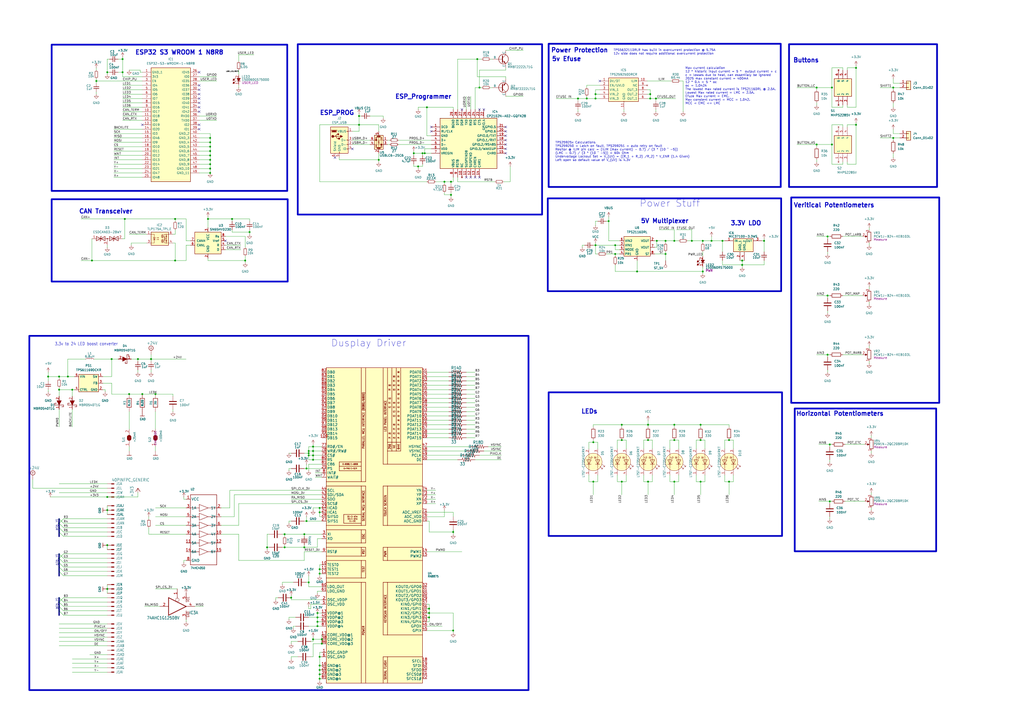
<source format=kicad_sch>
(kicad_sch (version 20250114) (generator "eeschema") (generator_version "9.0")
  (paper "A2")
  (lib_symbols
    (symbol "Adafruit RA8875 TFT Breakout-eagle-import:+24V" (power)
      (symbol "+24V_1_0"
        (pin power_in line (at 0 -2.54 90) (length 2.54) (name "+24V") (number "1"))
      )
    )
    (symbol "Adafruit RA8875 TFT Breakout-eagle-import:+3V3" (power)
      (symbol "+3V3_1_0"
        (pin power_in line (at 0 -2.54 90) (length 2.54) (name "+3V3") (number "1"))
      )
    )
    (symbol "Adafruit RA8875 TFT Breakout-eagle-import:40PINFPC_GENERIC"
      (property "Reference" "J" (at 2.54 -0.762 0))
      (symbol "40PINFPC_GENERIC_1_0"
        (pin passive line (at -2.54 0 0) (length 2.54) (name "MSV") (number "1"))
      )
      (symbol "40PINFPC_GENERIC_2_0"
        (pin passive line (at -2.54 0 0) (length 2.54) (name "MS") (number "10"))
      )
      (symbol "40PINFPC_GENERIC_3_0"
        (pin passive line (at -2.54 0 0) (length 2.54) (name "MS") (number "11"))
      )
      (symbol "40PINFPC_GENERIC_4_0"
        (pin passive line (at -2.54 0 0) (length 2.54) (name "MS") (number "12"))
      )
      (symbol "40PINFPC_GENERIC_5_0"
        (pin passive line (at -2.54 0 0) (length 2.54) (name "MS") (number "13"))
      )
      (symbol "40PINFPC_GENERIC_6_0"
        (pin passive line (at -2.54 0 0) (length 2.54) (name "MS") (number "14"))
      )
      (symbol "40PINFPC_GENERIC_7_0"
        (pin passive line (at -2.54 0 0) (length 2.54) (name "MS") (number "15"))
      )
      (symbol "40PINFPC_GENERIC_8_0"
        (pin passive line (at -2.54 0 0) (length 2.54) (name "MS") (number "16"))
      )
      (symbol "40PINFPC_GENERIC_9_0"
        (pin passive line (at -2.54 0 0) (length 2.54) (name "MS") (number "17"))
      )
      (symbol "40PINFPC_GENERIC_10_0"
        (pin passive line (at -2.54 0 0) (length 2.54) (name "MS") (number "18"))
      )
      (symbol "40PINFPC_GENERIC_11_0"
        (pin passive line (at -2.54 0 0) (length 2.54) (name "MS") (number "19"))
      )
      (symbol "40PINFPC_GENERIC_12_0"
        (pin passive line (at -2.54 0 0) (length 2.54) (name "MS") (number "2"))
      )
      (symbol "40PINFPC_GENERIC_13_0"
        (pin passive line (at -2.54 0 0) (length 2.54) (name "MS") (number "20"))
      )
      (symbol "40PINFPC_GENERIC_14_0"
        (pin passive line (at -2.54 0 0) (length 2.54) (name "MS") (number "21"))
      )
      (symbol "40PINFPC_GENERIC_15_0"
        (pin passive line (at -2.54 0 0) (length 2.54) (name "MS") (number "22"))
      )
      (symbol "40PINFPC_GENERIC_16_0"
        (pin passive line (at -2.54 0 0) (length 2.54) (name "MS") (number "23"))
      )
      (symbol "40PINFPC_GENERIC_17_0"
        (pin passive line (at -2.54 0 0) (length 2.54) (name "MS") (number "24"))
      )
      (symbol "40PINFPC_GENERIC_18_0"
        (pin passive line (at -2.54 0 0) (length 2.54) (name "MS") (number "25"))
      )
      (symbol "40PINFPC_GENERIC_19_0"
        (pin passive line (at -2.54 0 0) (length 2.54) (name "MS") (number "26"))
      )
      (symbol "40PINFPC_GENERIC_20_0"
        (pin passive line (at -2.54 0 0) (length 2.54) (name "MS") (number "27"))
      )
      (symbol "40PINFPC_GENERIC_21_0"
        (pin passive line (at -2.54 0 0) (length 2.54) (name "MS") (number "28"))
      )
      (symbol "40PINFPC_GENERIC_22_0"
        (pin passive line (at -2.54 0 0) (length 2.54) (name "MS") (number "29"))
      )
      (symbol "40PINFPC_GENERIC_23_0"
        (pin passive line (at -2.54 0 0) (length 2.54) (name "MS") (number "3"))
      )
      (symbol "40PINFPC_GENERIC_24_0"
        (pin passive line (at -2.54 0 0) (length 2.54) (name "MS") (number "30"))
      )
      (symbol "40PINFPC_GENERIC_25_0"
        (pin passive line (at -2.54 0 0) (length 2.54) (name "MS") (number "31"))
      )
      (symbol "40PINFPC_GENERIC_26_0"
        (pin passive line (at -2.54 0 0) (length 2.54) (name "MS") (number "32"))
      )
      (symbol "40PINFPC_GENERIC_27_0"
        (pin passive line (at -2.54 0 0) (length 2.54) (name "MS") (number "33"))
      )
      (symbol "40PINFPC_GENERIC_28_0"
        (pin passive line (at -2.54 0 0) (length 2.54) (name "MS") (number "34"))
      )
      (symbol "40PINFPC_GENERIC_29_0"
        (pin passive line (at -2.54 0 0) (length 2.54) (name "MS") (number "35"))
      )
      (symbol "40PINFPC_GENERIC_30_0"
        (pin passive line (at -2.54 0 0) (length 2.54) (name "MS") (number "36"))
      )
      (symbol "40PINFPC_GENERIC_31_0"
        (pin passive line (at -2.54 0 0) (length 2.54) (name "MS") (number "37"))
      )
      (symbol "40PINFPC_GENERIC_32_0"
        (pin passive line (at -2.54 0 0) (length 2.54) (name "MS") (number "38"))
      )
      (symbol "40PINFPC_GENERIC_33_0"
        (pin passive line (at -2.54 0 0) (length 2.54) (name "MS") (number "39"))
      )
      (symbol "40PINFPC_GENERIC_34_0"
        (pin passive line (at -2.54 0 0) (length 2.54) (name "MS") (number "4"))
      )
      (symbol "40PINFPC_GENERIC_35_0"
        (pin passive line (at -2.54 0 0) (length 2.54) (name "MS") (number "40"))
      )
      (symbol "40PINFPC_GENERIC_36_0"
        (pin passive line (at -2.54 0 0) (length 2.54) (name "MS") (number "5"))
      )
      (symbol "40PINFPC_GENERIC_37_0"
        (pin passive line (at -2.54 0 0) (length 2.54) (name "MS") (number "6"))
      )
      (symbol "40PINFPC_GENERIC_38_0"
        (pin passive line (at -2.54 0 0) (length 2.54) (name "MS") (number "7"))
      )
      (symbol "40PINFPC_GENERIC_39_0"
        (pin passive line (at -2.54 0 0) (length 2.54) (name "MS") (number "8"))
      )
      (symbol "40PINFPC_GENERIC_40_0"
        (pin passive line (at -2.54 0 0) (length 2.54) (name "MS") (number "9"))
      )
    )
    (symbol "Adafruit RA8875 TFT Breakout-eagle-import:741G125DBV"
      (property "Reference" "IC" (at -0.635 -0.635 0))
      (symbol "741G125DBV_1_0"
        (pin input line (at -10.16 0 0) (length 5.08) (name "I") (number "2"))
        (pin input line (at 0 10.16 270) (length 5.08) (name "OE") (number "1"))
        (pin tri_state line (at 10.16 0 180) (length 5.08) (name "O") (number "4"))
      )
      (symbol "741G125DBV_2_0"
        (text "VCC" (at 1.905 2.54 900) (effects (font (size 1.27 1.0795)) (justify left bottom)))
        (text "GND" (at 1.905 -6.35 900) (effects (font (size 1.27 1.0795)) (justify left bottom)))
        (pin power_in line (at 0 7.62 270) (length 5.08) (name "VCC") (number "5"))
        (pin power_in line (at 0 -7.62 90) (length 5.08) (name "GND") (number "3"))
      )
    )
    (symbol "Adafruit RA8875 TFT Breakout-eagle-import:74HC4050DTSSOP"
      (property "Reference" "U" (at -7.62 22.86 0))
      (symbol "74HC4050DTSSOP_1_0"
        (pin bidirectional line (at -10.16 17.78 0) (length 2.54) (name "VCC") (number "1"))
        (pin bidirectional line (at -10.16 12.7 0) (length 2.54) (name "1A") (number "3"))
        (pin bidirectional line (at -10.16 7.62 0) (length 2.54) (name "2A") (number "5"))
        (pin bidirectional line (at -10.16 2.54 0) (length 2.54) (name "3A") (number "7"))
        (pin bidirectional line (at -10.16 -2.54 0) (length 2.54) (name "4A") (number "9"))
        (pin bidirectional line (at -10.16 -7.62 0) (length 2.54) (name "5A") (number "11"))
        (pin bidirectional line (at -10.16 -12.7 0) (length 2.54) (name "6A") (number "14"))
        (pin bidirectional line (at -10.16 -17.78 0) (length 2.54) (name "GND") (number "8"))
        (pin bidirectional line (at 10.16 12.7 180) (length 2.54) (name "1Y") (number "2"))
        (pin bidirectional line (at 10.16 7.62 180) (length 2.54) (name "2Y") (number "4"))
        (pin bidirectional line (at 10.16 2.54 180) (length 2.54) (name "3Y") (number "6"))
        (pin bidirectional line (at 10.16 -2.54 180) (length 2.54) (name "4Y") (number "10"))
        (pin bidirectional line (at 10.16 -7.62 180) (length 2.54) (name "5Y") (number "12"))
        (pin bidirectional line (at 10.16 -12.7 180) (length 2.54) (name "6Y") (number "15"))
      )
    )
    (symbol "Adafruit RA8875 TFT Breakout-eagle-import:CRYSTAL3.2X2.5"
      (property "Reference" "Y" (at -2.54 2.54 0))
      (symbol "CRYSTAL3.2X2.5_1_0"
        (pin passive line (at -2.54 0 0) (length 0) (name "1") (number "1"))
        (pin passive line (at 2.54 0 180) (length 0) (name "2") (number "2"))
      )
    )
    (symbol "Adafruit RA8875 TFT Breakout-eagle-import:GND" (power)
      (symbol "GND_1_0"
        (pin power_in line (at 0 2.54 270) (length 2.54) (name "GND") (number "1"))
      )
    )
    (symbol "Adafruit RA8875 TFT Breakout-eagle-import:RESISTOR0805_NOOUTLINE"
      (property "Reference" "R" (at 0 2.54 0))
      (symbol "RESISTOR0805_NOOUTLINE_1_0"
        (pin passive line (at -5.08 0 0) (length 2.54) (name "1") (number "1"))
        (pin passive line (at 5.08 0 180) (length 2.54) (name "2") (number "2"))
      )
    )
    (symbol "Adafruit RA8875 TFT Breakout-eagle-import:RESISTOR_4PACK_US"
      (property "Reference" "R" (at -3.81 1.4986 0))
      (symbol "RESISTOR_4PACK_US_1_0"
        (pin passive line (at -5.08 0 0) (length 2.54) (name "1") (number "1"))
        (pin passive line (at 5.08 0 180) (length 2.54) (name "2") (number "8"))
      )
      (symbol "RESISTOR_4PACK_US_2_0"
        (pin passive line (at -5.08 0 0) (length 2.54) (name "1") (number "2"))
        (pin passive line (at 5.08 0 180) (length 2.54) (name "2") (number "7"))
      )
      (symbol "RESISTOR_4PACK_US_3_0"
        (pin passive line (at -5.08 0 0) (length 2.54) (name "1") (number "3"))
        (pin passive line (at 5.08 0 180) (length 2.54) (name "2") (number "6"))
      )
      (symbol "RESISTOR_4PACK_US_4_0"
        (pin passive line (at -5.08 0 0) (length 2.54) (name "1") (number "4"))
        (pin passive line (at 5.08 0 180) (length 2.54) (name "2") (number "5"))
      )
    )
    (symbol "Adafruit RA8875 TFT Breakout-eagle-import:SOLDERJUMPER"
      (property "Reference" "SJ" (at -2.54 2.54 0))
      (symbol "SOLDERJUMPER_1_0"
        (pin passive line (at -5.08 0 0) (length 2.54) (name "1") (number "1"))
        (pin passive line (at 5.08 0 180) (length 2.54) (name "2") (number "2"))
      )
    )
    (symbol "Conn_01x02_2" (pin_names (offset 1.016) (hide yes))
      (property "Reference" "J" (at 0 2.54 0))
      (property "Value" "Conn_01x02" (at 0 -5.08 0))
      (symbol "Conn_01x02_2_1_1"
        (pin passive line (at -5.08 0 0) (length 3.81) (name "Pin_1") (number "1"))
        (pin passive line (at -5.08 -2.54 0) (length 3.81) (name "Pin_2") (number "2"))
      )
    )
    (symbol "Connector:TestPoint" (pin_numbers (hide yes)) (pin_names (offset 0.762) (hide yes))
      (property "Reference" "TP" (at 0 6.858 0))
      (property "Value" "TestPoint" (at 0 5.08 0))
      (symbol "TestPoint_1_1"
        (pin passive line (at 0 0 90) (length 2.54) (name "1") (number "1"))
      )
    )
    (symbol "Connector:USB_B_Micro" (pin_names (offset 1.016))
      (property "Reference" "J" (at -5.08 11.43 0))
      (property "Value" "USB_B_Micro" (at -5.08 8.89 0))
      (symbol "USB_B_Micro_1_1"
        (pin passive line (at -2.54 -10.16 90) (length 2.54) (name "Shield") (number "6"))
        (pin power_out line (at 0 -10.16 90) (length 2.54) (name "GND") (number "5"))
        (pin power_out line (at 7.62 5.08 180) (length 2.54) (name "VBUS") (number "1"))
        (pin bidirectional line (at 7.62 0 180) (length 2.54) (name "D+") (number "3"))
        (pin bidirectional line (at 7.62 -2.54 180) (length 2.54) (name "D-") (number "2"))
        (pin passive line (at 7.62 -5.08 180) (length 2.54) (name "ID") (number "4"))
      )
    )
    (symbol "Device:C" (pin_numbers (hide yes)) (pin_names (offset 0.254))
      (property "Reference" "C" (at 0.635 2.54 0))
      (property "Value" "C" (at 0.635 -2.54 0))
      (symbol "C_1_1"
        (pin passive line (at 0 3.81 270) (length 2.794) (name "~") (number "1"))
        (pin passive line (at 0 -3.81 90) (length 2.794) (name "~") (number "2"))
      )
    )
    (symbol "Device:C_Small" (pin_numbers (hide yes)) (pin_names (offset 0.254) (hide yes))
      (property "Reference" "C" (at 0.254 1.778 0))
      (property "Value" "C_Small" (at 0.254 -2.032 0))
      (symbol "C_Small_1_1"
        (pin passive line (at 0 2.54 270) (length 2.032) (name "~") (number "1"))
        (pin passive line (at 0 -2.54 90) (length 2.032) (name "~") (number "2"))
      )
    )
    (symbol "Device:L_Small" (pin_numbers (hide yes)) (pin_names (offset 0.254) (hide yes))
      (property "Reference" "L" (at 0.762 1.016 0))
      (property "Value" "L_Small" (at 0.762 -1.016 0))
      (symbol "L_Small_1_1"
        (pin passive line (at 0 2.54 270) (length 0.508) (name "~") (number "1"))
        (pin passive line (at 0 -2.54 90) (length 0.508) (name "~") (number "2"))
      )
    )
    (symbol "Device:R" (pin_numbers (hide yes)) (pin_names (offset 0))
      (property "Reference" "R" (at 2.032 0 90))
      (property "Value" "R" (at 0 0 90))
      (symbol "R_1_1"
        (pin passive line (at 0 3.81 270) (length 1.27) (name "~") (number "1"))
        (pin passive line (at 0 -3.81 90) (length 1.27) (name "~") (number "2"))
      )
    )
    (symbol "Device:R_Small" (pin_numbers (hide yes)) (pin_names (offset 0.254) (hide yes))
      (property "Reference" "R" (at 0.762 0.508 0))
      (property "Value" "R_Small" (at 0.762 -1.016 0))
      (symbol "R_Small_1_1"
        (pin passive line (at 0 2.54 270) (length 0.762) (name "~") (number "1"))
        (pin passive line (at 0 -2.54 90) (length 0.762) (name "~") (number "2"))
      )
    )
    (symbol "LED:LTST-C235KGKRKT" (pin_names (offset 0) (hide yes))
      (property "Reference" "D" (at -5.08 6.35 0))
      (property "Value" "LTST-C235KGKRKT" (at 0 -5.715 0))
      (symbol "LTST-C235KGKRKT_0_0"
        (text "R" (at -2.54 1.27 0) (effects (font (size 1.2954 1.2954))))
        (text "G" (at -2.54 -1.27 0) (effects (font (size 1.2954 1.2954))))
      )
      (symbol "LTST-C235KGKRKT_1_1"
        (pin input line (at -7.62 2.54 0) (length 2.54) (name "A1") (number "3"))
        (pin input line (at -7.62 -2.54 0) (length 2.54) (name "A2") (number "2"))
        (pin input line (at 7.62 2.54 180) (length 2.54) (name "K1") (number "4"))
        (pin input line (at 7.62 -2.54 180) (length 2.54) (name "K2") (number "1"))
      )
    )
    (symbol "Power_Management:TPS2116DRL"
      (property "Reference" "U" (at -7.874 9.144 0))
      (property "Value" "TPS2116DRL" (at 0.508 -8.89 0))
      (symbol "TPS2116DRL_1_0"
        (pin power_out line (at 10.16 1.27 180) (length 2.54) (name "VOUT") (number "7"))
      )
      (symbol "TPS2116DRL_1_1"
        (pin power_in line (at -10.16 5.08 0) (length 2.54) (name "VIN2") (number "6"))
        (pin power_in line (at -10.16 2.54 0) (length 2.54) (name "VIN1") (number "3"))
        (pin input line (at -10.16 0 0) (length 2.54) (name "MODE") (number "5"))
        (pin input line (at -10.16 -2.54 0) (length 2.54) (name "PR1") (number "4"))
        (pin power_in line (at 0 -6.35 90) (length 2.54) (name "GND") (number "1"))
        (pin power_out line (at 10.16 5.08 180) (length 2.54) (name "VOUT") (number "2"))
        (pin open_collector line (at 10.16 -2.54 180) (length 2.54) (name "ST") (number "8"))
      )
    )
    (symbol "Power_Protection:USBLC6-2SC6" (pin_names (hide yes))
      (property "Reference" "U5" (at 1.6511 7.62 0))
      (property "Value" "USBLC6-2SC6" (at 1.6511 5.08 0))
      (symbol "USBLC6-2SC6_1_1"
        (pin passive line (at -5.08 0 0) (length 2.54) (name "I/O1") (number "6"))
        (pin passive line (at -5.08 -2.54 0) (length 2.54) (name "I/O2") (number "4"))
        (pin passive line (at 0 5.08 270) (length 2.54) (name "VBUS") (number "5"))
        (pin passive line (at 0 -7.62 90) (length 2.54) (name "GND") (number "2"))
        (pin passive line (at 5.08 0 180) (length 2.54) (name "I/O1") (number "1"))
        (pin passive line (at 5.08 -2.54 180) (length 2.54) (name "I/O2") (number "3"))
      )
    )
    (symbol "SDM_BLUE_SWITCH:MHPS2285V"
      (property "Reference" "S" (at 16.51 7.62 0))
      (property "Value" "MHPS2285V" (at 16.51 5.08 0))
      (symbol "MHPS2285V_1_1"
        (pin no_connect line (at 0 0 0) (length 5.08) (name "1") (number "1"))
        (pin input line (at 0 -2.54 0) (length 5.08) (name "2") (number "2"))
        (pin output line (at 0 -5.08 0) (length 5.08) (name "3") (number "3"))
        (pin no_connect line (at 20.32 0 180) (length 5.08) (name "6") (number "6"))
        (pin input line (at 20.32 -2.54 180) (length 5.08) (name "5") (number "5"))
        (pin output line (at 20.32 -5.08 180) (length 5.08) (name "4") (number "4"))
      )
    )
    (symbol "SDM_DIODES:MBR0540T1G" (pin_names (hide yes))
      (property "Reference" "D" (at 11.43 5.08 0))
      (property "Value" "MBR0540T1G" (at 11.43 2.54 0))
      (symbol "MBR0540T1G_1_1"
        (pin passive line (at 0 0 0) (length 2.54) (name "K") (number "1"))
        (pin passive line (at 7.62 0 180) (length 2.54) (name "A") (number "2"))
      )
    )
    (symbol "SDM_EFUSE:TPS259250DRCR"
      (property "Reference" "IC" (at 31.75 7.62 0))
      (property "Value" "TPS259250DRCR" (at 31.75 5.08 0))
      (symbol "TPS259250DRCR_1_1"
        (pin passive line (at 0 0 0) (length 5.08) (name "DV/DT") (number "1"))
        (pin passive line (at 0 -2.54 0) (length 5.08) (name "EN/UVLO") (number "2"))
        (pin passive line (at 0 -5.08 0) (length 5.08) (name "VIN_1") (number "3"))
        (pin passive line (at 0 -7.62 0) (length 5.08) (name "VIN_2") (number "4"))
        (pin passive line (at 0 -10.16 0) (length 5.08) (name "VIN_3") (number "5"))
        (pin passive line (at 13.97 -16.51 90) (length 5.08) (name "GND") (number "11"))
        (pin passive line (at 27.432 0 180) (length 5.08) (name "ILIM") (number "10"))
        (pin no_connect line (at 27.432 -2.54 180) (length 5.08) (name "NC") (number "9"))
        (pin passive line (at 27.432 -5.08 180) (length 5.08) (name "OUT_3") (number "8"))
        (pin passive line (at 27.432 -7.62 180) (length 5.08) (name "OUT_2") (number "7"))
        (pin passive line (at 27.432 -10.16 180) (length 5.08) (name "OUT_1") (number "6"))
      )
    )
    (symbol "SDM_ESD:ESDCAN03-2BWY"
      (property "Reference" "D" (at 19.05 7.62 0))
      (property "Value" "ESDCAN03-2BWY" (at 19.05 5.08 0))
      (symbol "ESDCAN03-2BWY_1_1"
        (pin passive line (at -8.89 0 0) (length 2.54) (name "") (number "1"))
        (pin input line (at 0 -3.81 90) (length 2.54) (name "") (number "3"))
        (pin passive line (at 8.89 0 180) (length 2.54) (name "") (number "2"))
      )
    )
    (symbol "SDM_LED:150060GS75000" (pin_names (hide yes))
      (property "Reference" "LED" (at -2.54 8.636 0))
      (property "Value" "150060GS75000" (at -2.54 6.35 0))
      (property "Measure" "Measure" (at 1.524 5.08 0))
      (symbol "150060GS75000_1_1"
        (pin passive line (at -2.54 0 0) (length 2.54) (name "K") (number "1"))
        (pin passive line (at 3.81 0 180) (length 2.54) (name "A") (number "2"))
      )
    )
    (symbol "SDM_LED:150060RS75000" (pin_names (hide yes))
      (property "Reference" "LED" (at 0 8.636 0))
      (property "Value" "150060RS75000" (at 0 6.604 0))
      (property "Measure" "Measure" (at 4.064 5.588 0))
      (symbol "150060RS75000_1_1"
        (pin passive line (at 0 0 0) (length 2.54) (name "K") (number "1"))
        (pin passive line (at 6.35 0 180) (length 2.54) (name "A") (number "2"))
      )
    )
    (symbol "SDM_MICRO_CONTROLLER:ESP32-S3-WROOM-1-N8R8"
      (property "Reference" "IC" (at 29.21 7.62 0))
      (property "Value" "ESP32-S3-WROOM-1-N8R8" (at 29.21 5.08 0))
      (symbol "ESP32-S3-WROOM-1-N8R8_1_1"
        (pin passive line (at 0 0 0) (length 5.08) (name "GND_1") (number "1"))
        (pin passive line (at 0 -2.54 0) (length 5.08) (name "3V3") (number "2"))
        (pin passive line (at 0 -5.08 0) (length 5.08) (name "EN") (number "3"))
        (pin passive line (at 0 -7.62 0) (length 5.08) (name "IO4") (number "4"))
        (pin passive line (at 0 -10.16 0) (length 5.08) (name "IO5") (number "5"))
        (pin passive line (at 0 -12.7 0) (length 5.08) (name "IO6") (number "6"))
        (pin passive line (at 0 -15.24 0) (length 5.08) (name "IO7") (number "7"))
        (pin passive line (at 0 -17.78 0) (length 5.08) (name "IO15") (number "8"))
        (pin passive line (at 0 -20.32 0) (length 5.08) (name "IO16") (number "9"))
        (pin passive line (at 0 -22.86 0) (length 5.08) (name "IO17") (number "10"))
        (pin passive line (at 0 -25.4 0) (length 5.08) (name "IO18") (number "11"))
        (pin passive line (at 0 -27.94 0) (length 5.08) (name "IO8") (number "12"))
        (pin passive line (at 0 -30.48 0) (length 5.08) (name "IO19") (number "13"))
        (pin passive line (at 0 -33.02 0) (length 5.08) (name "IO20") (number "14"))
        (pin passive line (at 0 -35.56 0) (length 5.08) (name "IO3") (number "15"))
        (pin passive line (at 0 -38.1 0) (length 5.08) (name "IO46") (number "16"))
        (pin passive line (at 0 -40.64 0) (length 5.08) (name "IO9") (number "17"))
        (pin passive line (at 0 -43.18 0) (length 5.08) (name "IO10") (number "18"))
        (pin passive line (at 0 -45.72 0) (length 5.08) (name "IO11") (number "19"))
        (pin passive line (at 0 -48.26 0) (length 5.08) (name "IO12") (number "20"))
        (pin passive line (at 0 -50.8 0) (length 5.08) (name "IO13") (number "21"))
        (pin passive line (at 0 -53.34 0) (length 5.08) (name "IO14") (number "22"))
        (pin passive line (at 0 -55.88 0) (length 5.08) (name "IO21") (number "23"))
        (pin passive line (at 0 -58.42 0) (length 5.08) (name "IO47") (number "24"))
        (pin passive line (at 0 -60.96 0) (length 5.08) (name "IO48") (number "25"))
        (pin passive line (at 33.02 0 180) (length 5.08) (name "IO45") (number "26"))
        (pin passive line (at 33.02 -2.54 180) (length 5.08) (name "IO0") (number "27"))
        (pin passive line (at 33.02 -5.08 180) (length 5.08) (name "IO35") (number "28"))
        (pin passive line (at 33.02 -7.62 180) (length 5.08) (name "IO36") (number "29"))
        (pin passive line (at 33.02 -10.16 180) (length 5.08) (name "IO37") (number "30"))
        (pin passive line (at 33.02 -12.7 180) (length 5.08) (name "IO38") (number "31"))
        (pin passive line (at 33.02 -15.24 180) (length 5.08) (name "IO39") (number "32"))
        (pin passive line (at 33.02 -17.78 180) (length 5.08) (name "IO40") (number "33"))
        (pin passive line (at 33.02 -20.32 180) (length 5.08) (name "IO41") (number "34"))
        (pin passive line (at 33.02 -22.86 180) (length 5.08) (name "IO42") (number "35"))
        (pin passive line (at 33.02 -25.4 180) (length 5.08) (name "RXD0") (number "36"))
        (pin passive line (at 33.02 -27.94 180) (length 5.08) (name "TXD0") (number "37"))
        (pin passive line (at 33.02 -30.48 180) (length 5.08) (name "IO2") (number "38"))
        (pin passive line (at 33.02 -33.02 180) (length 5.08) (name "IO1") (number "39"))
        (pin passive line (at 33.02 -35.56 180) (length 5.08) (name "GND_2") (number "40"))
        (pin passive line (at 33.02 -38.1 180) (length 5.08) (name "GND_3") (number "41"))
        (pin passive line (at 33.02 -40.64 180) (length 5.08) (name "GND_4") (number "42"))
        (pin passive line (at 33.02 -43.18 180) (length 5.08) (name "GND_5") (number "43"))
        (pin passive line (at 33.02 -45.72 180) (length 5.08) (name "GND_6") (number "44"))
        (pin passive line (at 33.02 -48.26 180) (length 5.08) (name "GND_7") (number "45"))
        (pin passive line (at 33.02 -50.8 180) (length 5.08) (name "GND_8") (number "46"))
        (pin passive line (at 33.02 -53.34 180) (length 5.08) (name "GND_9") (number "47"))
        (pin passive line (at 33.02 -55.88 180) (length 5.08) (name "GND_10") (number "48"))
        (pin passive line (at 33.02 -58.42 180) (length 5.08) (name "GND_11") (number "49"))
      )
    )
    (symbol "SDM_MICRO_CONTROLLER:RA8875L3N"
      (property "Reference" "IC" (at 28.448 1.524 0))
      (property "Value" "RA8875L3N" (at 28.448 -1.016 0))
      (symbol "RA8875L3N_1_0"
        (text "0=8080/1=6800" (at -15.24 39.37 0) (effects (font (size 0.8128 0.6908))))
        (text "0=PAR/1=SER" (at -15.24 36.83 0) (effects (font (size 0.8128 0.6908))))
        (text "01=3-Wire\n10=4-Wire\n11=I2C" (at -13.97 7.62 0) (effects (font (size 0.8128 0.6908))))
        (text "PARALLEL MCU INTERFACE (8080/6800)" (at -7.62 64.77 900) (effects (font (size 1.27 1.0795) (thickness 0.2159) (bold yes))))
        (text "SERIAL MCU INTRFACE" (at -7.62 15.24 900) (effects (font (size 1.27 1.0795) (thickness 0.2159) (bold yes))))
        (text "OSC" (at -7.62 -2.54 900) (effects (font (size 1.27 1.0795) (thickness 0.2159) (bold yes))))
        (text "RST" (at -7.62 -11.43 900) (effects (font (size 1.27 1.0795) (thickness 0.2159) (bold yes))))
        (text "TEST" (at -7.62 -21.59 900) (effects (font (size 1.27 1.0795) (thickness 0.2159) (bold yes))))
        (text "POWER" (at -7.62 -57.15 900) (effects (font (size 1.27 1.0795) (thickness 0.2159) (bold yes))))
        (text "LCD PANEL INTERFACE" (at 5.08 67.31 900) (effects (font (size 1.27 1.0795) (thickness 0.2159) (bold yes))))
        (text "TOUCH SCREEN" (at 5.08 15.24 900) (effects (font (size 1.27 1.0795) (thickness 0.2159) (bold yes))))
        (text "PWM" (at 5.08 -12.7 900) (effects (font (size 1.27 1.0795) (thickness 0.2159) (bold yes))))
        (text "KEYSCAN INTERFACE" (at 5.08 -44.45 900) (effects (font (size 1.27 1.0795) (thickness 0.2159) (bold yes))))
        (text "SERIAL FLASH" (at 5.08 -80.01 900) (effects (font (size 1.27 1.0795) (thickness 0.2159) (bold yes))))
        (text "B0" (at 7.62 85.09 0) (effects (font (size 0.8128 0.6908))))
        (text "B1" (at 7.62 82.55 0) (effects (font (size 0.8128 0.6908))))
        (text "G0" (at 7.62 77.47 0) (effects (font (size 0.8128 0.6908))))
        (text "G1" (at 7.62 74.93 0) (effects (font (size 0.8128 0.6908))))
        (text "G2" (at 7.62 72.39 0) (effects (font (size 0.8128 0.6908))))
        (text "R0" (at 7.62 57.15 0) (effects (font (size 0.8128 0.6908))))
        (text "R1" (at 7.62 54.61 0) (effects (font (size 0.8128 0.6908))))
        (text "256" (at 7.62 49.53 900) (effects (font (size 1.27 1.0795) (thickness 0.2159) (bold yes))))
        (text "B0" (at 10.16 90.17 0) (effects (font (size 0.8128 0.6908))))
        (text "B1" (at 10.16 87.63 0) (effects (font (size 0.8128 0.6908))))
        (text "B2" (at 10.16 85.09 0) (effects (font (size 0.8128 0.6908))))
        (text "B3" (at 10.16 82.55 0) (effects (font (size 0.8128 0.6908))))
        (text "G0" (at 10.16 74.93 0) (effects (font (size 0.8128 0.6908))))
        (text "G1" (at 10.16 72.39 0) (effects (font (size 0.8128 0.6908))))
        (text "G2" (at 10.16 69.85 0) (effects (font (size 0.8128 0.6908))))
        (text "G3" (at 10.16 67.31 0) (effects (font (size 0.8128 0.6908))))
        (text "R0" (at 10.16 62.23 0) (effects (font (size 0.8128 0.6908))))
        (text "R1" (at 10.16 59.69 0) (effects (font (size 0.8128 0.6908))))
        (text "R2" (at 10.16 57.15 0) (effects (font (size 0.8128 0.6908))))
        (text "R3" (at 10.16 54.61 0) (effects (font (size 0.8128 0.6908))))
        (text "4K" (at 10.16 49.53 900) (effects (font (size 1.27 1.0795) (thickness 0.2159) (bold yes))))
        (text "B0" (at 12.7 92.71 0) (effects (font (size 0.8128 0.6908))))
        (text "B1" (at 12.7 90.17 0) (effects (font (size 0.8128 0.6908))))
        (text "B2" (at 12.7 87.63 0) (effects (font (size 0.8128 0.6908))))
        (text "B3" (at 12.7 85.09 0) (effects (font (size 0.8128 0.6908))))
        (text "B4" (at 12.7 82.55 0) (effects (font (size 0.8128 0.6908))))
        (text "G0" (at 12.7 80.01 0) (effects (font (size 0.8128 0.6908))))
        (text "G1" (at 12.7 77.47 0) (effects (font (size 0.8128 0.6908))))
        (text "G2" (at 12.7 74.93 0) (effects (font (size 0.8128 0.6908))))
        (text "G3" (at 12.7 72.39 0) (effects (font (size 0.8128 0.6908))))
        (text "G4" (at 12.7 69.85 0) (effects (font (size 0.8128 0.6908))))
        (text "G5" (at 12.7 67.31 0) (effects (font (size 0.8128 0.6908))))
        (text "R0" (at 12.7 64.77 0) (effects (font (size 0.8128 0.6908))))
        (text "R1" (at 12.7 62.23 0) (effects (font (size 0.8128 0.6908))))
        (text "R2" (at 12.7 59.69 0) (effects (font (size 0.8128 0.6908))))
        (text "R3" (at 12.7 57.15 0) (effects (font (size 0.8128 0.6908))))
        (text "R4" (at 12.7 54.61 0) (effects (font (size 0.8128 0.6908))))
        (text "64K" (at 12.7 49.53 900) (effects (font (size 1.27 1.0795) (thickness 0.2159) (bold yes))))
        (pin bidirectional line (at -31.75 92.71 0) (length 2.54) (name "DB0") (number "82"))
        (pin bidirectional line (at -31.75 90.17 0) (length 2.54) (name "DB1") (number "83"))
        (pin bidirectional line (at -31.75 87.63 0) (length 2.54) (name "DB2") (number "84"))
        (pin bidirectional line (at -31.75 85.09 0) (length 2.54) (name "DB3") (number "88"))
        (pin bidirectional line (at -31.75 82.55 0) (length 2.54) (name "DB4") (number "89"))
        (pin bidirectional line (at -31.75 80.01 0) (length 2.54) (name "DB5") (number "90"))
        (pin bidirectional line (at -31.75 77.47 0) (length 2.54) (name "DB6") (number "91"))
        (pin bidirectional line (at -31.75 74.93 0) (length 2.54) (name "DB7") (number "92"))
        (pin bidirectional line (at -31.75 72.39 0) (length 2.54) (name "DB8") (number "93"))
        (pin bidirectional line (at -31.75 69.85 0) (length 2.54) (name "DB9") (number "94"))
        (pin bidirectional line (at -31.75 67.31 0) (length 2.54) (name "DB10") (number "95"))
        (pin bidirectional line (at -31.75 64.77 0) (length 2.54) (name "DB11") (number "96"))
        (pin bidirectional line (at -31.75 62.23 0) (length 2.54) (name "DB12") (number "97"))
        (pin bidirectional line (at -31.75 59.69 0) (length 2.54) (name "DB13") (number "98"))
        (pin bidirectional line (at -31.75 57.15 0) (length 2.54) (name "DB14") (number "99"))
        (pin bidirectional line (at -31.75 54.61 0) (length 2.54) (name "DB15") (number "100"))
        (pin input line (at -31.75 49.53 0) (length 2.54) (name "RD#/EN") (number "77"))
        (pin input line (at -31.75 46.99 0) (length 2.54) (name "WR#/RW#") (number "78"))
        (pin input line (at -31.75 44.45 0) (length 2.54) (name "CS#") (number "79"))
        (pin input line (at -31.75 41.91 0) (length 2.54) (name "RS") (number "80"))
        (pin input line (at -31.75 39.37 0) (length 2.54) (name "C86") (number "81"))
        (pin input line (at -31.75 36.83 0) (length 2.54) (name "PS") (number "25"))
        (pin output line (at -31.75 34.29 0) (length 2.54) (name "INT#") (number "8"))
        (pin output line (at -31.75 31.75 0) (length 2.54) (name "WAIT#") (number "7"))
        (pin output line (at -31.75 24.13 0) (length 2.54) (name "SCL") (number "44"))
        (pin bidirectional line (at -31.75 21.59 0) (length 2.54) (name "SDI/SDA") (number "43"))
        (pin output line (at -31.75 19.05 0) (length 2.54) (name "SDO") (number "42"))
        (pin output line (at -31.75 16.51 0) (length 2.54) (name "SCS#") (number "41"))
        (pin input line (at -31.75 13.97 0) (length 2.54) (name "IICA0") (number "23"))
        (pin input line (at -31.75 11.43 0) (length 2.54) (name "IICA1") (number "24"))
        (pin input line (at -31.75 8.89 0) (length 2.54) (name "SIFS0") (number "28"))
        (pin input line (at -31.75 6.35 0) (length 2.54) (name "SIFS1") (number "27"))
        (pin input line (at -31.75 -1.27 0) (length 2.54) (name "XI") (number "3"))
        (pin output line (at -31.75 -3.81 0) (length 2.54) (name "XO") (number "4"))
        (pin input line (at -31.75 -11.43 0) (length 2.54) (name "RST#") (number "9"))
        (pin input line (at -31.75 -19.05 0) (length 2.54) (name "TEST0") (number "10"))
        (pin input line (at -31.75 -21.59 0) (length 2.54) (name "TEST1") (number "11"))
        (pin input line (at -31.75 -24.13 0) (length 2.54) (name "TEST2") (number "12"))
        (pin power_in line (at -31.75 -31.75 0) (length 2.54) (name "LDO_OUT") (number "60"))
        (pin power_in line (at -31.75 -34.29 0) (length 2.54) (name "LDO_GND") (number "61"))
        (pin power_in line (at -31.75 -39.37 0) (length 2.54) (name "OSC_VDDP") (number "2"))
        (pin power_in line (at -31.75 -41.91 0) (length 2.54) (name "OSC_VDD") (number "5"))
        (pin power_in line (at -31.75 -46.99 0) (length 2.54) (name "VDDP@1") (number "13"))
        (pin power_in line (at -31.75 -49.53 0) (length 2.54) (name "VDDP@2") (number "40"))
        (pin power_in line (at -31.75 -52.07 0) (length 2.54) (name "VDDP@3") (number "62"))
        (pin power_in line (at -31.75 -54.61 0) (length 2.54) (name "VDDP@4") (number "87"))
        (pin power_in line (at -31.75 -59.69 0) (length 2.54) (name "CORE_VDD@1") (number "17"))
        (pin power_in line (at -31.75 -62.23 0) (length 2.54) (name "CORE_VDD@2") (number "38"))
        (pin power_in line (at -31.75 -64.77 0) (length 2.54) (name "CORE_VDD@3") (number "86"))
        (pin power_in line (at -31.75 -69.85 0) (length 2.54) (name "OSC_GNDP") (number "1"))
        (pin power_in line (at -31.75 -72.39 0) (length 2.54) (name "OSC_GND") (number "6"))
        (pin power_in line (at -31.75 -77.47 0) (length 2.54) (name "GND@1") (number "16"))
        (pin power_in line (at -31.75 -80.01 0) (length 2.54) (name "GND@2") (number "26"))
        (pin power_in line (at -31.75 -82.55 0) (length 2.54) (name "GND@3") (number "39"))
        (pin power_in line (at -31.75 -85.09 0) (length 2.54) (name "GND@4") (number "85"))
        (pin output line (at 29.21 92.71 180) (length 2.54) (name "PDAT0") (number "51"))
        (pin output line (at 29.21 90.17 180) (length 2.54) (name "PDAT1") (number "52"))
        (pin output line (at 29.21 87.63 180) (length 2.54) (name "PDAT2") (number "53"))
        (pin output line (at 29.21 85.09 180) (length 2.54) (name "PDAT3") (number "54"))
        (pin output line (at 29.21 82.55 180) (length 2.54) (name "PDAT4") (number "55"))
        (pin output line (at 29.21 80.01 180) (length 2.54) (name "PDAT5") (number "56"))
        (pin output line (at 29.21 77.47 180) (length 2.54) (name "PDAT6") (number "57"))
        (pin output line (at 29.21 74.93 180) (length 2.54) (name "PDAT7") (number "58"))
        (pin output line (at 29.21 72.39 180) (length 2.54) (name "PDAT8") (number "59"))
        (pin output line (at 29.21 69.85 180) (length 2.54) (name "PDAT9") (number "63"))
        (pin output line (at 29.21 67.31 180) (length 2.54) (name "PDAT10") (number "64"))
        (pin output line (at 29.21 64.77 180) (length 2.54) (name "PDAT11") (number "65"))
        (pin output line (at 29.21 62.23 180) (length 2.54) (name "PDAT12") (number "66"))
        (pin output line (at 29.21 59.69 180) (length 2.54) (name "PDAT13") (number "67"))
        (pin output line (at 29.21 57.15 180) (length 2.54) (name "PDAT14") (number "68"))
        (pin output line (at 29.21 54.61 180) (length 2.54) (name "PDAT15") (number "69"))
        (pin output line (at 29.21 49.53 180) (length 2.54) (name "HSYNC") (number "47"))
        (pin output line (at 29.21 46.99 180) (length 2.54) (name "VSYNC") (number "48"))
        (pin output line (at 29.21 44.45 180) (length 2.54) (name "PCLK") (number "49"))
        (pin output line (at 29.21 41.91 180) (length 2.54) (name "DE") (number "50"))
        (pin bidirectional line (at 29.21 24.13 180) (length 2.54) (name "YN") (number "74"))
        (pin bidirectional line (at 29.21 21.59 180) (length 2.54) (name "YP") (number "73"))
        (pin bidirectional line (at 29.21 19.05 180) (length 2.54) (name "XN") (number "72"))
        (pin bidirectional line (at 29.21 16.51 180) (length 2.54) (name "XP") (number "75"))
        (pin input line (at 29.21 11.43 180) (length 2.54) (name "ADC_VREF") (number "71"))
        (pin power_in line (at 29.21 8.89 180) (length 2.54) (name "ADC_VDD") (number "76"))
        (pin power_in line (at 29.21 6.35 180) (length 2.54) (name "ADC_GND") (number "70"))
        (pin output line (at 29.21 -11.43 180) (length 2.54) (name "PWM1") (number "14"))
        (pin output line (at 29.21 -13.97 180) (length 2.54) (name "PWM2") (number "15"))
        (pin output line (at 29.21 -31.75 180) (length 2.54) (name "KOUT0/GPO0") (number "32"))
        (pin output line (at 29.21 -34.29 180) (length 2.54) (name "KOUT1/GPO1") (number "31"))
        (pin output line (at 29.21 -36.83 180) (length 2.54) (name "KOUT2/GPO2") (number "30"))
        (pin output line (at 29.21 -39.37 180) (length 2.54) (name "KOUT3/GPO3") (number "29"))
        (pin input line (at 29.21 -41.91 180) (length 2.54) (name "KIN0/GPI0") (number "37"))
        (pin input line (at 29.21 -44.45 180) (length 2.54) (name "KIN1/GPI1") (number "36"))
        (pin input line (at 29.21 -46.99 180) (length 2.54) (name "KIN2/GPI2") (number "35"))
        (pin input line (at 29.21 -49.53 180) (length 2.54) (name "KIN3/GPI3") (number "34"))
        (pin input line (at 29.21 -52.07 180) (length 2.54) (name "KIN4/GPI4") (number "33"))
        (pin output line (at 29.21 -54.61 180) (length 2.54) (name "GPOX") (number "46"))
        (pin input line (at 29.21 -57.15 180) (length 2.54) (name "GPIX") (number "45"))
        (pin output line (at 29.21 -74.93 180) (length 2.54) (name "SFCL") (number "18"))
        (pin bidirectional line (at 29.21 -77.47 180) (length 2.54) (name "SFDI") (number "19"))
        (pin bidirectional line (at 29.21 -80.01 180) (length 2.54) (name "SFDO") (number "20"))
        (pin output line (at 29.21 -82.55 180) (length 2.54) (name "SFCS0#") (number "21"))
        (pin output line (at 29.21 -85.09 180) (length 2.54) (name "SFCS1#") (number "22"))
      )
    )
    (symbol "SDM_OPTOCOUPLERS:TLP175A_TPL,E"
      (property "Reference" "IC" (at 4.064 10.16 0))
      (property "Value" "TLP175A_TPL,E" (at 4.064 7.62 0))
      (symbol "TLP175A_TPL,E_1_1"
        (pin passive line (at 0 2.54 0) (length 2.54) (name "~") (number "1"))
        (pin passive line (at 0 -2.54 0) (length 2.54) (name "~") (number "3"))
        (pin passive line (at 15.24 2.54 180) (length 2.54) (name "~") (number "6"))
        (pin passive line (at 15.24 -2.54 180) (length 2.54) (name "~") (number "4"))
      )
    )
    (symbol "SDM_TRANSISTOR:MMBT2222LT1G" (pin_numbers (hide yes)) (pin_names (offset 0))
      (property "Reference" "Q" (at -2.54 7.62 0))
      (property "Value" "MMBT2222LT1G" (at -2.54 5.08 0))
      (symbol "MMBT2222LT1G_1_1"
        (pin input line (at -5.08 0 0) (length 2.54) (name "B") (number "1"))
        (pin open_collector line (at 2.54 5.08 270) (length 2.54) (name "C") (number "3"))
        (pin open_emitter line (at 2.54 -5.08 90) (length 2.54) (name "E") (number "2"))
      )
    )
    (symbol "SDM_USBUART:CP2102N-A02-GQFN28"
      (property "Reference" "IC" (at 39.37 17.78 0))
      (property "Value" "CP2102N-A02-GQFN28" (at 39.37 15.24 0))
      (symbol "CP2102N-A02-GQFN28_1_1"
        (pin input line (at 0 0 0) (length 5.08) (name "DCD") (number "1"))
        (pin bidirectional line (at 0 -2.54 0) (length 5.08) (name "RI/CLK") (number "2"))
        (pin power_in line (at 0 -5.08 0) (length 5.08) (name "GND") (number "3"))
        (pin bidirectional line (at 0 -7.62 0) (length 5.08) (name "D+") (number "4"))
        (pin bidirectional line (at 0 -10.16 0) (length 5.08) (name "D-") (number "5"))
        (pin power_in line (at 0 -12.7 0) (length 5.08) (name "VDD") (number "6"))
        (pin power_in line (at 0 -15.24 0) (length 5.08) (name "VREGIN") (number "7"))
        (pin power_in line (at 12.7 10.16 270) (length 5.08) (name "BGND") (number "29"))
        (pin input line (at 12.7 -29.21 90) (length 5.08) (name "VBUS") (number "8"))
        (pin output line (at 15.24 10.16 270) (length 5.08) (name "DTR") (number "28"))
        (pin input line (at 15.24 -29.21 90) (length 5.08) (name "RSTB") (number "9"))
        (pin input line (at 17.78 10.16 270) (length 5.08) (name "DSR") (number "27"))
        (pin no_connect line (at 17.78 -29.21 90) (length 5.08) (name "NC") (number "10"))
        (pin output line (at 20.32 10.16 270) (length 5.08) (name "TXD") (number "26"))
        (pin output line (at 20.32 -29.21 90) (length 5.08) (name "SUSPENDB") (number "11"))
        (pin input line (at 22.86 10.16 270) (length 5.08) (name "RXD") (number "25"))
        (pin output line (at 22.86 -29.21 90) (length 5.08) (name "SUSPEND") (number "12"))
        (pin output line (at 25.4 10.16 270) (length 5.08) (name "RTS") (number "24"))
        (pin output line (at 25.4 -29.21 90) (length 5.08) (name "CHREN") (number "13"))
        (pin input line (at 27.94 10.16 270) (length 5.08) (name "CTS") (number "23"))
        (pin output line (at 27.94 -29.21 90) (length 5.08) (name "CHR1") (number "14"))
        (pin bidirectional line (at 30.48 10.16 270) (length 5.08) (name "GPIO.4") (number "22"))
        (pin bidirectional line (at 43.18 0 180) (length 5.08) (name "GPIO.5") (number "21"))
        (pin bidirectional line (at 43.18 -2.54 180) (length 5.08) (name "GPIO.6") (number "20"))
        (pin bidirectional line (at 43.18 -5.08 180) (length 5.08) (name "GPIO.0/TXT") (number "19"))
        (pin bidirectional line (at 43.18 -7.62 180) (length 5.08) (name "GPIO.1/RXT") (number "18"))
        (pin bidirectional line (at 43.18 -10.16 180) (length 5.08) (name "GPIO.2/RS485") (number "17"))
        (pin bidirectional line (at 43.18 -12.7 180) (length 5.08) (name "GPIO.3/WAKEUP") (number "16"))
        (pin output line (at 43.18 -15.24 180) (length 5.08) (name "CHR0") (number "15"))
      )
    )
    (symbol "SDM_VARIABLE_RESISTOR:P091N-2QC20BR10K" (pin_names (hide yes))
      (property "Reference" "VR" (at -3.048 7.112 0))
      (property "Value" "P091N-2QC20BR10K" (at -3.048 5.334 0))
      (property "Measure" "Measure" (at 0.762 3.048 0))
      (symbol "P091N-2QC20BR10K_1_1"
        (pin passive line (at -3.81 0 0) (length 1.27) (name "CW") (number "3"))
        (pin passive line (at 0 -3.81 90) (length 1.27) (name "Wiper") (number "2"))
        (pin passive line (at 3.81 0 180) (length 1.27) (name "CCW") (number "1"))
      )
    )
    (symbol "SDM_VARIABLE_RESISTOR:PCW1J-B24-KEB103L" (pin_names (hide yes))
      (property "Reference" "VR" (at -4.064 6.858 0))
      (property "Value" "PCW1J-B24-KEB103L" (at -4.064 5.08 0))
      (property "Measure" "Measure" (at 0 2.794 0))
      (symbol "PCW1J-B24-KEB103L_1_1"
        (pin passive line (at -3.81 0 0) (length 1.27) (name "CW") (number "3"))
        (pin passive line (at 0 -3.81 90) (length 1.27) (name "Wiper") (number "2"))
        (pin passive line (at 3.81 0 180) (length 1.27) (name "CCW") (number "1"))
        (pin no_connect line (at 27.94 0 180) (length 5.08) (hide yes) (name "MH2") (number "MH2"))
        (pin no_connect line (at 27.94 -2.54 180) (length 5.08) (hide yes) (name "MH3") (number "MH3"))
        (pin no_connect line (at 27.94 -5.08 180) (length 5.08) (hide yes) (name "MH4") (number "MH4"))
        (pin no_connect line (at 27.94 -7.62 180) (length 5.08) (hide yes) (name "MH1") (number "MH1"))
      )
    )
    (symbol "SDM_VOLTAGE_REGULATORS:MIC37100-3.3WS"
      (property "Reference" "IC" (at 26.67 7.62 0))
      (property "Value" "MIC37100-3.3WS" (at 26.67 5.08 0))
      (symbol "MIC37100-3.3WS_1_1"
        (pin passive line (at 0 1.27 0) (length 5.08) (name "IN") (number "1"))
        (pin passive line (at 8.89 -10.16 90) (length 5.08) (name "GND_1") (number "2"))
        (pin passive line (at 11.43 -10.16 90) (length 5.08) (name "GND_2") (number "4"))
        (pin passive line (at 21.59 1.27 180) (length 5.08) (name "OUT") (number "3"))
      )
    )
    (symbol "SDM_VOLTAGE_REGULATORS:TPS61169DCKR"
      (property "Reference" "PS" (at 24.13 7.62 0))
      (property "Value" "TPS61169DCKR" (at 24.13 5.08 0))
      (symbol "TPS61169DCKR_1_1"
        (pin power_in line (at -2.54 -1.27 0) (length 2.54) (name "VIN") (number "5"))
        (pin input line (at -2.54 -8.89 0) (length 2.54) (name "CTRL") (number "4"))
        (pin output line (at 13.97 -1.27 180) (length 2.54) (name "SW") (number "1"))
        (pin input line (at 13.97 -5.08 180) (length 2.54) (name "FB") (number "3"))
        (pin power_in line (at 13.97 -8.89 180) (length 2.54) (name "GND") (number "2"))
      )
    )
    (symbol "SN65HVD230_1" (pin_names (offset 1.016))
      (property "Reference" "U" (at -2.54 10.16 0))
      (property "Value" "SN65HVD230" (at -2.54 7.62 0))
      (symbol "SN65HVD230_1_1_1"
        (pin input line (at -10.16 2.54 0) (length 2.54) (name "D") (number "1"))
        (pin output line (at -10.16 0 0) (length 2.54) (name "R") (number "4"))
        (pin output line (at -10.16 -2.54 0) (length 2.54) (name "Vref") (number "5"))
        (pin input line (at -10.16 -5.08 0) (length 2.54) (name "Rs") (number "8"))
        (pin power_in line (at 0 7.62 270) (length 2.54) (name "GND") (number "2"))
        (pin power_in line (at 0 -10.16 90) (length 2.54) (name "VCC") (number "3"))
        (pin bidirectional line (at 10.16 0 180) (length 2.54) (name "CANL") (number "6"))
        (pin bidirectional line (at 10.16 -2.54 180) (length 2.54) (name "CANH") (number "7"))
      )
    )
    (symbol "VCC_3" (power) (pin_numbers (hide yes)) (pin_names (offset 0) (hide yes))
      (property "Value" "VCC" (at 0 3.556 0))
      (symbol "VCC_3_1_1"
        (pin power_in line (at 0 0 90) (length 0) (name "~") (number "1"))
      )
    )
    (symbol "power:+3.3V" (power) (pin_numbers (hide yes)) (pin_names (offset 0) (hide yes))
      (property "Value" "+3.3V" (at 0 3.556 0))
      (symbol "+3.3V_1_1"
        (pin power_in line (at 0 0 90) (length 0) (name "~") (number "1"))
      )
    )
    (symbol "power:+5V" (power) (pin_numbers (hide yes)) (pin_names (offset 0) (hide yes))
      (property "Value" "+5V" (at 0 3.556 0))
      (symbol "+5V_1_1"
        (pin power_in line (at 0 0 90) (length 0) (name "~") (number "1"))
      )
    )
    (symbol "power:GND" (power) (pin_numbers (hide yes)) (pin_names (offset 0) (hide yes))
      (property "Value" "GND" (at 0 -3.81 0))
      (symbol "GND_1_1"
        (pin power_in line (at 0 0 270) (length 0) (name "~") (number "1"))
      )
    )
    (symbol "power:VBUS" (power) (pin_numbers (hide yes)) (pin_names (offset 0) (hide yes))
      (property "Value" "VBUS" (at 0 3.556 0))
      (symbol "VBUS_1_1"
        (pin power_in line (at 0 0 90) (length 0) (name "~") (number "1"))
      )
    )
    (symbol "power:VCC" (power) (pin_numbers (hide yes)) (pin_names (offset 0) (hide yes))
      (property "Value" "VCC" (at 0 3.556 0))
      (symbol "VCC_1_1"
        (pin power_in line (at 0 0 90) (length 0) (name "~") (number "1"))
      )
    )
  )
  (rectangle (start 29.972 115.57) (end 166.878 163.322) (stroke (width 1)))
  (rectangle (start 17.018 194.818) (end 306.578 400.304) (stroke (width 1)))
  (rectangle (start 458.978 114.554) (end 544.83 233.68) (stroke (width 1.016)))
  (rectangle (start 457.708 25.654) (end 543.56 108.458) (stroke (width 1.016)))
  (rectangle (start 318.262 227.584) (end 453.644 310.896) (stroke (width 1)))
  (rectangle (start 318.262 25.4) (end 452.882 108.458) (stroke (width 1.016)))
  (rectangle (start 317.754 115.062) (end 453.136 168.91) (stroke (width 1)))
  (rectangle (start 172.72 25.654) (end 314.452 124.46) (stroke (width 1)))
  (rectangle (start 29.972 25.908) (end 166.624 110.744) (stroke (width 1)))
  (rectangle (start 461.01 236.982) (end 543.052 319.786) (stroke (width 1.016)))
  (text "ESP_PROG" (at 185.42 67.056 0) (effects (font (size 2.54 2.54) (thickness 0.512) (bold yes)) (justify left bottom)))
  (text "ESP_Programmer" (at 229.108 57.658 0) (effects (font (size 2.54 2.54) (thickness 0.512) (bold yes)) (justify left bottom)))
  (text "Max current calculation\n12 * historic input current = 5 *  output current + c\nc = losses due to heat, can essentialy be ignored\n2025 max constant current = 400mA\n12 * 0.4 = 5 * oc\noc = 1.042A\nThe lowest max rated current is TPS2116DRL @ 2.5A.\nLowest Max rated current = LMC = 2.5A.\nEfuze Max current = EMC.\nMax constent current = MCC = 1.042.\nMCC < EMC <= LMC" (at 397.51 38.862 0) (effects (font (size 1.27 1.27)) (justify left top)))
  (text "TPS25925x Calculations\nTPS259250 = Latch on fault, TPS259251 = auto retry on fault\nResitor @ ILIM pin calc = (ILIM (max current) - 0.7) / (3 * (10 ^ -5))\n(LMC - 0.7) / (3 * (10 ^ -5)) = 60k Ohm\nUndervoltage Lockout Set = V_(UV) = ((R_1 + R_2) /R_2) * V_ENR (1.4 Given)\nLeft open so default value of V_(UV) is 4.3V\n" (at 322.072 82.042 0) (effects (font (size 1.27 1.27)) (justify left top)))
  (text "LEDs" (at 337.058 240.284 0) (effects (font (size 2.56 2.56) (thickness 0.512) (bold yes)) (justify left bottom)))
  (text "TPS563211DRLR has built in overcurrent protection @ 5.75A\n12v side does not require additional overcurrent protection" (at 355.854 28.448 0) (effects (font (size 1.27 1.27)) (justify left top)))
  (text "Buttons" (at 459.994 36.576 0) (effects (font (size 2.56 2.56) (thickness 0.512) (bold yes)) (justify left bottom)))
  (text "Power Stuff" (at 388.62 118.11 0) (effects (font (size 4 4))))
  (text "5v Efuse\n" (at 320.04 35.814 0) (effects (font (size 2.54 2.54) (thickness 0.512) (bold yes)) (justify left bottom)))
  (text "Horizontal Potentiometers" (at 461.772 241.554 0) (effects (font (size 2.56 2.56) (thickness 0.512) (bold yes)) (justify left bottom)))
  (text "5V Multiplexer" (at 371.602 129.794 0) (effects (font (size 2.54 2.54) (thickness 0.512) (bold yes)) (justify left bottom)))
  (text "Power Protection" (at 319.532 30.734 0) (effects (font (size 2.54 2.54) (thickness 0.512) (bold yes)) (justify left bottom)))
  (text "Veritical Potentiometers" (at 460.248 120.65 0) (effects (font (size 2.56 2.56) (thickness 0.512) (bold yes)) (justify left bottom)))
  (text "ESP32 S3 WROOM 1 N8R8" (at 129.794 32.004 0) (effects (font (size 2.54 2.54) (thickness 0.512) (bold yes)) (justify right bottom)))
  (text "Dusplay Driver" (at 213.868 199.136 0) (effects (font (size 4 4))))
  (text "3.3v to 24 LED boost converter" (at 31.75 200.66 0) (effects (font (size 1.778 1.5113)) (justify left bottom)))
  (text "CAN Transceiver" (at 45.72 124.206 0) (effects (font (size 2.54 2.54) (thickness 0.512) (bold yes)) (justify left bottom)))
  (text "3.3V LDO" (at 423.672 131.064 0) (effects (font (size 2.54 2.54) (thickness 0.512) (bold yes)) (justify left bottom)))
  (junction (at 185.42 332.74))
  (junction (at 176.53 309.88))
  (junction (at 518.16 50.8))
  (junction (at 407.67 157.48))
  (junction (at 181.61 264.16))
  (junction (at 401.32 139.7))
  (junction (at 181.61 261.62))
  (junction (at 179.07 337.82))
  (junction (at 380.492 57.15))
  (junction (at 276.86 34.29))
  (junction (at 391.16 255.27))
  (junction (at 121.92 97.79))
  (junction (at 185.42 330.2))
  (junction (at 62.23 295.91))
  (junction (at 154.94 317.5))
  (junction (at 480.06 205.74))
  (junction (at 406.4 279.4))
  (junction (at 369.57 157.48))
  (junction (at 246.38 88.9))
  (junction (at 208.28 72.39))
  (junction (at 80.01 208.28))
  (junction (at 121.92 85.09))
  (junction (at 360.68 246.38))
  (junction (at 360.68 279.4))
  (junction (at 482.6 50.8))
  (junction (at 185.42 297.18))
  (junction (at 179.07 262.89))
  (junction (at 356.87 147.32))
  (junction (at 121.92 100.33))
  (junction (at 356.87 142.24))
  (junction (at 406.4 246.38))
  (junction (at 422.91 279.4))
  (junction (at 144.78 134.62))
  (junction (at 419.1 139.7))
  (junction (at 101.6 151.13))
  (junction (at 121.92 90.17))
  (junction (at 34.29 226.06))
  (junction (at 186.69 373.38))
  (junction (at 90.17 228.6))
  (junction (at 62.23 341.63))
  (junction (at 245.11 88.9))
  (junction (at 377.19 57.15))
  (junction (at 64.77 208.28))
  (junction (at 482.6 83.82))
  (junction (at 262.89 365.76))
  (junction (at 62.23 316.23))
  (junction (at 242.57 96.52))
  (junction (at 55.88 46.99))
  (junction (at 422.91 255.27))
  (junction (at 391.16 246.38))
  (junction (at 184.15 358.14))
  (junction (at 74.93 228.6))
  (junction (at 181.61 370.84))
  (junction (at 473.71 83.82))
  (junction (at 101.6 127))
  (junction (at 82.55 228.6))
  (junction (at 386.08 147.32))
  (junction (at 87.63 208.28))
  (junction (at 185.42 386.08))
  (junction (at 335.28 57.15))
  (junction (at 185.42 391.16))
  (junction (at 481.33 290.83))
  (junction (at 344.17 256.54))
  (junction (at 39.37 218.44))
  (junction (at 185.42 393.7))
  (junction (at 176.53 317.5))
  (junction (at 430.53 153.67))
  (junction (at 34.29 218.44))
  (junction (at 177.8 302.26))
  (junction (at 185.42 294.64))
  (junction (at 120.65 127))
  (junction (at 278.13 50.8))
  (junction (at 518.16 80.01))
  (junction (at 72.39 127))
  (junction (at 407.67 139.7))
  (junction (at 340.36 57.15))
  (junction (at 240.03 88.9))
  (junction (at 121.92 92.71))
  (junction (at 62.23 288.29))
  (junction (at 71.12 41.91))
  (junction (at 165.1 317.5))
  (junction (at 184.15 360.68))
  (junction (at 247.65 62.23))
  (junction (at 62.23 41.91))
  (junction (at 481.33 257.81))
  (junction (at 430.53 151.13))
  (junction (at 473.71 50.8))
  (junction (at 391.16 139.7))
  (junction (at 208.28 67.31))
  (junction (at 262.89 308.61))
  (junction (at 261.62 113.03))
  (junction (at 360.68 255.27))
  (junction (at 185.42 381))
  (junction (at 261.62 105.41))
  (junction (at 344.17 279.4))
  (junction (at 179.07 261.62))
  (junction (at 257.81 105.41))
  (junction (at 177.8 271.78))
  (junction (at 480.06 171.45))
  (junction (at 248.92 358.14))
  (junction (at 185.42 388.62))
  (junction (at 480.06 137.16))
  (junction (at 184.15 363.22))
  (junction (at 248.92 353.06))
  (junction (at 406.4 255.27))
  (junction (at 496.57 39.37))
  (junction (at 53.34 151.13))
  (junction (at 248.92 355.6))
  (junction (at 345.44 57.15))
  (junction (at 345.44 54.61))
  (junction (at 391.16 279.4))
  (junction (at 121.92 95.25))
  (junction (at 375.92 279.4))
  (junction (at 168.91 346.71))
  (junction (at 186.69 370.84))
  (junction (at 375.92 255.27))
  (junction (at 443.23 139.7))
  (junction (at 345.44 142.24))
  (junction (at 179.07 264.16))
  (junction (at 353.06 128.27))
  (junction (at 142.24 151.13))
  (junction (at 219.71 92.71))
  (junction (at 496.57 72.39))
  (junction (at 184.15 355.6))
  (junction (at 377.19 54.61))
  (junction (at 375.92 246.38))
  (junction (at 121.92 80.01))
  (junction (at 381 139.7))
  (junction (at 181.61 266.7))
  (junction (at 412.75 139.7))
  (junction (at 121.92 82.55))
  (junction (at 41.91 226.06))
  (junction (at 181.61 259.08))
  (junction (at 71.12 34.29))
  (junction (at 134.62 127))
  (junction (at 165.1 309.88))
  (junction (at 386.08 139.7))
  (junction (at 27.94 218.44))
  (junction (at 121.92 87.63))
  (no_connect (at 273.05 102.87))
  (no_connect (at 270.51 102.87))
  (no_connect (at 347.98 46.99))
  (no_connect (at 115.57 52.07))
  (no_connect (at 115.57 59.69))
  (no_connect (at 275.59 102.87))
  (no_connect (at 115.57 57.15))
  (no_connect (at 293.37 83.82))
  (no_connect (at 130.81 139.7))
  (no_connect (at 267.97 63.5))
  (no_connect (at 280.67 63.5))
  (no_connect (at 115.57 72.39))
  (no_connect (at 115.57 49.53))
  (no_connect (at 115.57 64.77))
  (no_connect (at 115.57 62.23))
  (no_connect (at 250.19 76.2))
  (no_connect (at 293.37 88.9))
  (no_connect (at 278.13 63.5))
  (no_connect (at 115.57 54.61))
  (no_connect (at 293.37 76.2))
  (no_connect (at 194.31 91.44))
  (no_connect (at 293.37 78.74))
  (no_connect (at 293.37 81.28))
  (no_connect (at 278.13 102.87))
  (no_connect (at 293.37 86.36))
  (no_connect (at 204.47 86.36))
  (no_connect (at 82.55 72.39))
  (no_connect (at 115.57 74.93))
  (no_connect (at 293.37 73.66))
  (no_connect (at 115.57 41.91))
  (no_connect (at 250.19 73.66))
  (bus_entry (at 36.83 331.47) (size -2.54 -2.54))
  (bus_entry (at 36.83 308.61) (size -2.54 -2.54))
  (bus_entry (at 36.83 306.07) (size -2.54 -2.54))
  (bus_entry (at 36.83 349.25) (size -2.54 -2.54))
  (bus_entry (at 36.83 323.85) (size -2.54 -2.54))
  (bus_entry (at 36.83 311.15) (size -2.54 -2.54))
  (bus_entry (at 36.83 334.01) (size -2.54 -2.54))
  (bus_entry (at 36.83 326.39) (size -2.54 -2.54))
  (bus_entry (at 36.83 346.71) (size -2.54 2.54))
  (bus_entry (at 36.83 351.79) (size -2.54 -2.54))
  (bus_entry (at 36.83 300.99) (size -2.54 2.54))
  (bus_entry (at 36.83 303.53) (size -2.54 -2.54))
  (bus_entry (at 36.83 354.33) (size -2.54 -2.54))
  (bus_entry (at 36.83 356.87) (size -2.54 -2.54))
  (bus_entry (at 36.83 328.93) (size -2.54 -2.54))
  (bus_entry (at 36.83 321.31) (size -2.54 2.54))
  (wire (pts (xy 488.95 62.23) (xy 488.95 60.96)))
  (wire (pts (xy 504.19 132.08) (xy 504.19 133.35)))
  (wire (pts (xy 482.6 72.39) (xy 482.6 83.82)))
  (wire (pts (xy 167.64 358.14) (xy 171.45 358.14)))
  (wire (pts (xy 72.39 138.43) (xy 71.12 138.43)))
  (wire (pts (xy 36.83 351.79) (xy 62.23 351.79)) (stroke (width 0.1524)))
  (wire (pts (xy 138.43 304.8) (xy 138.43 292.1)) (stroke (width 0.1524)))
  (bus (pts (xy 34.29 300.99) (xy 34.29 303.53)) (stroke (width 0.762)))
  (wire (pts (xy 36.83 326.39) (xy 62.23 326.39)) (stroke (width 0.1524)))
  (wire (pts (xy 130.81 144.78) (xy 139.7 144.78)))
  (wire (pts (xy 181.61 261.62) (xy 181.61 259.08)) (stroke (width 0.1524)))
  (wire (pts (xy 71.12 54.61) (xy 82.55 54.61)))
  (wire (pts (xy 248.92 353.06) (xy 247.65 353.06)))
  (wire (pts (xy 391.16 139.7) (xy 391.16 133.35)))
  (wire (pts (xy 186.69 368.3) (xy 186.69 370.84)) (stroke (width 0.1524)))
  (wire (pts (xy 163.83 337.82) (xy 163.83 339.09)))
  (wire (pts (xy 181.61 369.57) (xy 181.61 370.84)) (stroke (width 0.1524)))
  (wire (pts (xy 480.06 137.16) (xy 480.06 138.43)))
  (wire (pts (xy 87.63 208.28) (xy 107.95 208.28)) (stroke (width 0.1524)))
  (wire (pts (xy 176.53 317.5) (xy 176.53 316.23)) (stroke (width 0.1524)))
  (wire (pts (xy 165.1 317.5) (xy 176.53 317.5)) (stroke (width 0.1524)))
  (wire (pts (xy 295.91 105.41) (xy 295.91 96.52)))
  (wire (pts (xy 168.91 382.27) (xy 168.91 381)))
  (wire (pts (xy 107.95 127) (xy 107.95 139.7)))
  (wire (pts (xy 208.28 72.39) (xy 208.28 76.2)))
  (wire (pts (xy 260.35 241.3) (xy 247.65 241.3)) (stroke (width 0.1524)))
  (wire (pts (xy 72.39 127) (xy 101.6 127)))
  (wire (pts (xy 391.16 279.4) (xy 393.7 279.4)))
  (wire (pts (xy 335.28 63.5) (xy 335.28 64.77)))
  (wire (pts (xy 422.91 246.38) (xy 422.91 247.65)))
  (wire (pts (xy 246.38 88.9) (xy 250.19 88.9)))
  (wire (pts (xy 407.67 146.05) (xy 407.67 148.59)))
  (wire (pts (xy 293.37 44.45) (xy 276.86 44.45)))
  (wire (pts (xy 181.61 266.7) (xy 179.07 266.7)) (stroke (width 0.1524)))
  (wire (pts (xy 180.34 350.52) (xy 186.69 350.52)) (stroke (width 0.1524)))
  (wire (pts (xy 504.19 209.55) (xy 504.19 210.82)))
  (wire (pts (xy 179.07 340.36) (xy 186.69 340.36)) (stroke (width 0.1524)))
  (wire (pts (xy 345.44 140.97) (xy 345.44 142.24)))
  (wire (pts (xy 80.01 288.29) (xy 80.01 285.75)) (stroke (width 0.1524)))
  (wire (pts (xy 168.91 347.98) (xy 168.91 346.71)) (stroke (width 0.1524)))
  (wire (pts (xy 382.27 133.35) (xy 391.16 133.35)))
  (wire (pts (xy 29.21 288.29) (xy 62.23 288.29)) (stroke (width 0.1524)))
  (wire (pts (xy 278.13 40.64) (xy 278.13 50.8)))
  (wire (pts (xy 262.89 307.34) (xy 262.89 308.61)))
  (wire (pts (xy 386.08 139.7) (xy 386.08 140.97)))
  (wire (pts (xy 278.13 264.16) (xy 290.83 264.16)) (stroke (width 0.1524)))
  (bus (pts (xy 34.29 326.39) (xy 34.29 328.93)) (stroke (width 0.762)))
  (wire (pts (xy 491.49 95.25) (xy 496.57 95.25)))
  (wire (pts (xy 518.16 77.47) (xy 521.97 77.47)))
  (wire (pts (xy 490.22 290.83) (xy 501.65 290.83)))
  (wire (pts (xy 504.19 175.26) (xy 504.19 176.53)))
  (wire (pts (xy 62.23 387.35) (xy 41.91 387.35)) (stroke (width 0.1524)))
  (wire (pts (xy 138.43 49.53) (xy 138.43 50.8)))
  (wire (pts (xy 270.51 248.92) (xy 275.59 248.92)) (stroke (width 0.1524)))
  (wire (pts (xy 144.78 127) (xy 144.78 128.27)))
  (wire (pts (xy 120.65 125.73) (xy 120.65 127)))
  (wire (pts (xy 422.91 279.4) (xy 425.45 279.4)))
  (wire (pts (xy 66.04 77.47) (xy 82.55 77.47)) (stroke (width 0.1524)))
  (wire (pts (xy 473.71 171.45) (xy 480.06 171.45)))
  (wire (pts (xy 275.59 266.7) (xy 290.83 266.7)) (stroke (width 0.1524)))
  (wire (pts (xy 185.42 381) (xy 186.69 381)))
  (wire (pts (xy 473.71 50.8) (xy 473.71 52.07)))
  (wire (pts (xy 247.65 266.7) (xy 265.43 266.7)) (stroke (width 0.1524)))
  (wire (pts (xy 115.57 82.55) (xy 121.92 82.55)))
  (wire (pts (xy 240.03 88.9) (xy 240.03 90.17)))
  (wire (pts (xy 71.12 49.53) (xy 82.55 49.53)))
  (wire (pts (xy 90.17 299.72) (xy 107.95 299.72)) (stroke (width 0.1524)))
  (wire (pts (xy 170.18 337.82) (xy 163.83 337.82)))
  (wire (pts (xy 474.98 290.83) (xy 481.33 290.83)))
  (wire (pts (xy 419.1 139.7) (xy 419.1 146.05)))
  (wire (pts (xy 66.04 92.71) (xy 82.55 92.71)) (stroke (width 0.1524)))
  (wire (pts (xy 66.04 85.09) (xy 82.55 85.09)) (stroke (width 0.1524)))
  (wire (pts (xy 403.86 279.4) (xy 406.4 279.4)))
  (wire (pts (xy 62.23 361.95) (xy 34.29 361.95)) (stroke (width 0.1524)))
  (wire (pts (xy 66.04 95.25) (xy 82.55 95.25)) (stroke (width 0.1524)))
  (wire (pts (xy 185.42 378.46) (xy 186.69 378.46)))
  (wire (pts (xy 142.24 151.13) (xy 142.24 152.4)))
  (bus (pts (xy 34.29 346.71) (xy 34.29 349.25)) (stroke (width 0.762)))
  (wire (pts (xy 224.79 83.82) (xy 226.06 83.82)))
  (wire (pts (xy 257.81 113.03) (xy 261.62 113.03)))
  (wire (pts (xy 406.4 279.4) (xy 408.94 279.4)))
  (wire (pts (xy 208.28 66.04) (xy 208.28 67.31)))
  (wire (pts (xy 473.71 59.69) (xy 473.71 60.96)))
  (wire (pts (xy 248.92 353.06) (xy 247.65 353.06)) (stroke (width 0.1524)))
  (wire (pts (xy 518.16 48.26) (xy 521.97 48.26)))
  (wire (pts (xy 27.94 226.06) (xy 27.94 227.33)) (stroke (width 0.1524)))
  (wire (pts (xy 505.46 285.75) (xy 505.46 287.02)))
  (wire (pts (xy 248.92 350.52) (xy 247.65 350.52)) (stroke (width 0.1524)))
  (wire (pts (xy 275.59 63.5) (xy 275.59 50.8)))
  (wire (pts (xy 391.16 279.4) (xy 391.16 287.02)))
  (wire (pts (xy 408.94 279.4) (xy 408.94 275.59)))
  (wire (pts (xy 222.25 67.31) (xy 222.25 68.58)))
  (wire (pts (xy 462.28 50.8) (xy 473.71 50.8)))
  (wire (pts (xy 54.61 208.28) (xy 64.77 208.28)) (stroke (width 0.1524)))
  (wire (pts (xy 247.65 287.02) (xy 252.73 287.02)) (stroke (width 0.1524)))
  (wire (pts (xy 408.94 255.27) (xy 408.94 260.35)))
  (wire (pts (xy 59.69 218.44) (xy 64.77 218.44)) (stroke (width 0.1524)))
  (wire (pts (xy 270.51 231.14) (xy 275.59 231.14)) (stroke (width 0.1524)))
  (wire (pts (xy 248.92 308.61) (xy 262.89 308.61)) (stroke (width 0.1524)))
  (wire (pts (xy 345.44 147.32) (xy 346.71 147.32)))
  (wire (pts (xy 81.28 40.64) (xy 81.28 41.91)))
  (wire (pts (xy 247.65 264.16) (xy 267.97 264.16)) (stroke (width 0.1524)))
  (wire (pts (xy 345.44 142.24) (xy 345.44 147.32)))
  (wire (pts (xy 113.03 351.79) (xy 118.11 351.79)) (stroke (width 0.1524)))
  (wire (pts (xy 34.29 218.44) (xy 27.94 218.44)) (stroke (width 0.1524)))
  (wire (pts (xy 19.05 278.13) (xy 19.05 283.21)) (stroke (width 0.1524)))
  (wire (pts (xy 165.1 309.88) (xy 176.53 309.88)) (stroke (width 0.1524)))
  (wire (pts (xy 185.42 72.39) (xy 208.28 72.39)))
  (wire (pts (xy 185.42 330.2) (xy 186.69 330.2)))
  (wire (pts (xy 393.7 279.4) (xy 393.7 275.59)))
  (wire (pts (xy 420.37 275.59) (xy 420.37 279.4)))
  (wire (pts (xy 358.14 255.27) (xy 358.14 260.35)))
  (wire (pts (xy 345.44 54.61) (xy 347.98 54.61)))
  (wire (pts (xy 186.69 370.84) (xy 186.69 373.38)) (stroke (width 0.1524)))
  (wire (pts (xy 144.78 134.62) (xy 144.78 135.89)))
  (wire (pts (xy 74.93 228.6) (xy 82.55 228.6)) (stroke (width 0.1524)))
  (wire (pts (xy 270.51 63.5) (xy 270.51 55.88)))
  (wire (pts (xy 422.91 255.27) (xy 425.45 255.27)))
  (wire (pts (xy 181.61 373.38) (xy 186.69 373.38)))
  (wire (pts (xy 71.12 33.02) (xy 71.12 34.29)))
  (wire (pts (xy 293.37 40.64) (xy 293.37 39.37)))
  (wire (pts (xy 375.92 279.4) (xy 378.46 279.4)))
  (wire (pts (xy 107.95 142.24) (xy 110.49 142.24)))
  (wire (pts (xy 184.15 344.17) (xy 184.15 342.9)))
  (wire (pts (xy 106.68 326.39) (xy 106.68 325.12)))
  (wire (pts (xy 87.63 309.88) (xy 107.95 309.88)) (stroke (width 0.1524)))
  (wire (pts (xy 107.95 151.13) (xy 107.95 142.24)))
  (wire (pts (xy 491.49 40.64) (xy 491.49 39.37)))
  (wire (pts (xy 345.44 128.27) (xy 346.71 128.27)))
  (wire (pts (xy 100.33 237.49) (xy 100.33 238.76)))
  (wire (pts (xy 128.27 304.8) (xy 138.43 304.8)) (stroke (width 0.1524)))
  (wire (pts (xy 179.07 264.16) (xy 179.07 262.89)) (stroke (width 0.1524)))
  (wire (pts (xy 375.92 279.4) (xy 375.92 287.02)))
  (wire (pts (xy 163.83 309.88) (xy 165.1 309.88)) (stroke (width 0.1524)))
  (wire (pts (xy 518.16 59.69) (xy 518.16 62.23)))
  (wire (pts (xy 344.17 142.24) (xy 345.44 142.24)))
  (wire (pts (xy 247.65 365.76) (xy 262.89 365.76)) (stroke (width 0.1524)))
  (wire (pts (xy 262.89 308.61) (xy 262.89 307.34)) (stroke (width 0.1524)))
  (wire (pts (xy 363.22 255.27) (xy 363.22 260.35)))
  (wire (pts (xy 322.58 57.15) (xy 335.28 57.15)))
  (wire (pts (xy 353.06 125.73) (xy 353.06 128.27)))
  (wire (pts (xy 481.33 257.81) (xy 482.6 257.81)))
  (wire (pts (xy 184.15 355.6) (xy 186.69 355.6)))
  (wire (pts (xy 381 139.7) (xy 386.08 139.7)))
  (wire (pts (xy 351.79 128.27) (xy 353.06 128.27)))
  (wire (pts (xy 345.44 54.61) (xy 345.44 52.07)))
  (wire (pts (xy 275.59 50.8) (xy 278.13 50.8)))
  (wire (pts (xy 240.03 88.9) (xy 240.03 87.63)))
  (wire (pts (xy 488.95 205.74) (xy 500.38 205.74)))
  (wire (pts (xy 179.07 259.08) (xy 179.07 261.62)) (stroke (width 0.1524)))
  (wire (pts (xy 473.71 85.09) (xy 473.71 83.82)))
  (wire (pts (xy 356.87 142.24) (xy 359.41 142.24)))
  (wire (pts (xy 134.62 134.62) (xy 134.62 133.35)))
  (wire (pts (xy 247.65 284.48) (xy 252.73 284.48)) (stroke (width 0.1524)))
  (wire (pts (xy 219.71 88.9) (xy 219.71 92.71)))
  (wire (pts (xy 260.35 233.68) (xy 247.65 233.68)) (stroke (width 0.1524)))
  (wire (pts (xy 375.412 52.07) (xy 377.19 52.07)))
  (wire (pts (xy 208.28 67.31) (xy 209.55 67.31)))
  (wire (pts (xy 74.93 261.62) (xy 74.93 259.08)) (stroke (width 0.1524)))
  (wire (pts (xy 518.16 74.93) (xy 518.16 77.47)))
  (wire (pts (xy 270.51 241.3) (xy 275.59 241.3)) (stroke (width 0.1524)))
  (wire (pts (xy 481.33 259.08) (xy 481.33 257.81)))
  (wire (pts (xy 345.44 57.15) (xy 347.98 57.15)))
  (wire (pts (xy 341.63 275.59) (xy 341.63 279.4)))
  (wire (pts (xy 360.68 279.4) (xy 363.22 279.4)))
  (wire (pts (xy 260.35 248.92) (xy 247.65 248.92)) (stroke (width 0.1524)))
  (wire (pts (xy 388.62 279.4) (xy 391.16 279.4)))
  (wire (pts (xy 518.16 45.72) (xy 518.16 48.26)))
  (wire (pts (xy 167.64 271.78) (xy 168.91 271.78)))
  (wire (pts (xy 510.54 80.01) (xy 518.16 80.01)))
  (wire (pts (xy 176.53 262.89) (xy 179.07 262.89)) (stroke (width 0.1524)))
  (wire (pts (xy 176.53 325.12) (xy 176.53 320.04)) (stroke (width 0.1524)))
  (bus (pts (xy 34.29 306.07) (xy 34.29 308.61)) (stroke (width 0.762)))
  (wire (pts (xy 378.46 279.4) (xy 378.46 275.59)))
  (wire (pts (xy 505.46 252.73) (xy 505.46 254)))
  (wire (pts (xy 293.37 55.88) (xy 303.53 55.88)))
  (wire (pts (xy 86.36 309.88) (xy 87.63 309.88)))
  (wire (pts (xy 245.11 96.52) (xy 245.11 95.25)))
  (wire (pts (xy 46.99 151.13) (xy 53.34 151.13)))
  (wire (pts (xy 345.44 52.07) (xy 347.98 52.07)))
  (wire (pts (xy 181.61 261.62) (xy 181.61 264.16)) (stroke (width 0.1524)))
  (wire (pts (xy 176.53 311.15) (xy 176.53 309.88)))
  (wire (pts (xy 185.42 105.41) (xy 247.65 105.41)))
  (wire (pts (xy 488.95 137.16) (xy 500.38 137.16)))
  (wire (pts (xy 100.33 135.89) (xy 101.6 135.89)))
  (wire (pts (xy 480.06 180.34) (xy 480.06 181.61)))
  (wire (pts (xy 345.44 142.24) (xy 356.87 142.24)))
  (wire (pts (xy 337.82 143.51) (xy 337.82 142.24)))
  (wire (pts (xy 473.71 92.71) (xy 473.71 93.98)))
  (wire (pts (xy 34.29 226.06) (xy 34.29 229.87)) (stroke (width 0.1524)))
  (wire (pts (xy 344.17 256.54) (xy 346.71 256.54)))
  (wire (pts (xy 391.16 139.7) (xy 393.7 139.7)))
  (wire (pts (xy 391.16 246.38) (xy 391.16 247.65)))
  (wire (pts (xy 293.37 44.45) (xy 293.37 45.72)))
  (wire (pts (xy 482.6 95.25) (xy 488.95 95.25)))
  (wire (pts (xy 496.57 72.39) (xy 496.57 95.25)))
  (wire (pts (xy 177.8 269.24) (xy 177.8 271.78)))
  (wire (pts (xy 208.28 67.31) (xy 208.28 72.39)))
  (wire (pts (xy 165.1 311.15) (xy 165.1 309.88)))
  (wire (pts (xy 185.42 334.01) (xy 185.42 332.74)))
  (wire (pts (xy 248.92 353.06) (xy 248.92 355.6)) (stroke (width 0.1524)))
  (wire (pts (xy 361.95 63.5) (xy 361.95 64.77)))
  (wire (pts (xy 412.75 139.7) (xy 407.67 139.7)))
  (wire (pts (xy 36.83 306.07) (xy 62.23 306.07)) (stroke (width 0.1524)))
  (wire (pts (xy 59.69 226.06) (xy 60.96 226.06)))
  (wire (pts (xy 154.94 317.5) (xy 156.21 317.5)))
  (wire (pts (xy 246.38 86.36) (xy 246.38 88.9)))
  (wire (pts (xy 184.15 342.9) (xy 186.69 342.9)))
  (wire (pts (xy 55.88 39.37) (xy 55.88 40.64)))
  (wire (pts (xy 353.06 128.27) (xy 353.06 139.7)))
  (wire (pts (xy 176.53 302.26) (xy 177.8 302.26)) (stroke (width 0.1524)))
  (wire (pts (xy 358.14 275.59) (xy 358.14 279.4)))
  (wire (pts (xy 71.12 41.91) (xy 71.12 44.45)))
  (wire (pts (xy 360.68 246.38) (xy 360.68 247.65)))
  (wire (pts (xy 510.54 50.8) (xy 518.16 50.8)))
  (wire (pts (xy 36.83 349.25) (xy 62.23 349.25)) (stroke (width 0.1524)))
  (wire (pts (xy 186.69 264.16) (xy 181.61 264.16)) (stroke (width 0.1524)))
  (wire (pts (xy 491.49 73.66) (xy 491.49 72.39)))
  (wire (pts (xy 491.49 72.39) (xy 496.57 72.39)))
  (wire (pts (xy 375.92 246.38) (xy 375.92 247.65)))
  (wire (pts (xy 340.36 57.15) (xy 345.44 57.15)))
  (wire (pts (xy 204.47 76.2) (xy 208.28 76.2)))
  (wire (pts (xy 260.35 231.14) (xy 247.65 231.14)) (stroke (width 0.1524)))
  (wire (pts (xy 379.73 147.32) (xy 386.08 147.32)))
  (wire (pts (xy 121.92 80.01) (xy 121.92 82.55)))
  (wire (pts (xy 273.05 63.5) (xy 273.05 55.88)))
  (wire (pts (xy 391.16 246.38) (xy 406.4 246.38)))
  (wire (pts (xy 106.68 325.12) (xy 107.95 325.12)))
  (wire (pts (xy 121.92 82.55) (xy 121.92 85.09)))
  (wire (pts (xy 177.8 302.26) (xy 186.69 302.26)) (stroke (width 0.1524)))
  (wire (pts (xy 121.92 85.09) (xy 121.92 87.63)))
  (wire (pts (xy 135.89 299.72) (xy 135.89 287.02)) (stroke (width 0.1524)))
  (wire (pts (xy 443.23 139.7) (xy 443.23 146.05)))
  (wire (pts (xy 120.65 127) (xy 134.62 127)))
  (wire (pts (xy 115.57 69.85) (xy 125.73 69.85)))
  (wire (pts (xy 53.34 138.43) (xy 53.34 151.13)))
  (wire (pts (xy 138.43 325.12) (xy 176.53 325.12)) (stroke (width 0.1524)))
  (wire (pts (xy 86.36 299.72) (xy 86.36 300.99)))
  (wire (pts (xy 480.06 214.63) (xy 480.06 215.9)))
  (wire (pts (xy 261.62 105.41) (xy 262.89 105.41)))
  (wire (pts (xy 179.07 266.7) (xy 179.07 264.16)) (stroke (width 0.1524)))
  (wire (pts (xy 62.23 379.73) (xy 52.07 379.73)) (stroke (width 0.1524)))
  (wire (pts (xy 488.95 72.39) (xy 482.6 72.39)))
  (wire (pts (xy 473.71 205.74) (xy 480.06 205.74)))
  (wire (pts (xy 257.81 105.41) (xy 261.62 105.41)))
  (wire (pts (xy 505.46 261.62) (xy 505.46 262.89)))
  (wire (pts (xy 154.94 317.5) (xy 154.94 318.77)))
  (wire (pts (xy 39.37 218.44) (xy 34.29 218.44)) (stroke (width 0.1524)))
  (wire (pts (xy 135.89 287.02) (xy 186.69 287.02)) (stroke (width 0.1524)))
  (wire (pts (xy 260.35 246.38) (xy 247.65 246.38)) (stroke (width 0.1524)))
  (wire (pts (xy 138.43 40.64) (xy 138.43 43.18)))
  (wire (pts (xy 185.42 388.62) (xy 186.69 388.62)))
  (wire (pts (xy 420.37 279.4) (xy 422.91 279.4)))
  (wire (pts (xy 163.83 317.5) (xy 165.1 317.5)) (stroke (width 0.1524)))
  (wire (pts (xy 351.79 147.32) (xy 356.87 147.32)))
  (wire (pts (xy 41.91 237.49) (xy 41.91 247.65)) (stroke (width 0.1524)))
  (wire (pts (xy 34.29 224.79) (xy 34.29 226.06)) (stroke (width 0.1524)))
  (wire (pts (xy 115.57 92.71) (xy 121.92 92.71)))
  (wire (pts (xy 419.1 139.7) (xy 420.37 139.7)))
  (wire (pts (xy 505.46 294.64) (xy 505.46 295.91)))
  (wire (pts (xy 240.03 88.9) (xy 245.11 88.9)))
  (wire (pts (xy 293.37 40.64) (xy 278.13 40.64)))
  (wire (pts (xy 87.63 209.55) (xy 87.63 208.28)) (stroke (width 0.1524)))
  (wire (pts (xy 60.96 226.06) (xy 60.96 227.33)))
  (wire (pts (xy 39.37 218.44) (xy 43.18 218.44)) (stroke (width 0.1524)))
  (wire (pts (xy 138.43 292.1) (xy 186.69 292.1)) (stroke (width 0.1524)))
  (wire (pts (xy 474.98 257.81) (xy 481.33 257.81)))
  (wire (pts (xy 260.35 220.98) (xy 247.65 220.98)) (stroke (width 0.1524)))
  (wire (pts (xy 462.28 83.82) (xy 473.71 83.82)))
  (wire (pts (xy 260.35 238.76) (xy 247.65 238.76)) (stroke (width 0.1524)))
  (wire (pts (xy 177.8 337.82) (xy 179.07 337.82)))
  (wire (pts (xy 260.35 254) (xy 247.65 254)) (stroke (width 0.1524)))
  (wire (pts (xy 90.17 259.08) (xy 90.17 261.62)) (stroke (width 0.1524)))
  (wire (pts (xy 154.94 309.88) (xy 154.94 317.5)))
  (wire (pts (xy 66.04 97.79) (xy 82.55 97.79)) (stroke (width 0.1524)))
  (wire (pts (xy 270.51 251.46) (xy 275.59 251.46)) (stroke (width 0.1524)))
  (wire (pts (xy 248.92 302.26) (xy 247.65 302.26)) (stroke (width 0.1524)))
  (wire (pts (xy 167.64 262.89) (xy 168.91 262.89)))
  (wire (pts (xy 179.07 363.22) (xy 184.15 363.22)) (stroke (width 0.1524)))
  (wire (pts (xy 270.51 243.84) (xy 275.59 243.84)) (stroke (width 0.1524)))
  (wire (pts (xy 262.89 105.41) (xy 262.89 102.87)))
  (wire (pts (xy 480.06 146.05) (xy 480.06 147.32)))
  (wire (pts (xy 430.53 151.13) (xy 430.53 153.67)))
  (wire (pts (xy 403.86 275.59) (xy 403.86 279.4)))
  (wire (pts (xy 276.86 34.29) (xy 279.4 34.29)))
  (wire (pts (xy 180.34 353.06) (xy 180.34 350.52)))
  (wire (pts (xy 34.29 219.71) (xy 34.29 218.44)) (stroke (width 0.1524)))
  (wire (pts (xy 480.06 171.45) (xy 481.33 171.45)))
  (wire (pts (xy 71.12 57.15) (xy 82.55 57.15)))
  (wire (pts (xy 422.91 279.4) (xy 422.91 287.02)))
  (wire (pts (xy 406.4 246.38) (xy 422.91 246.38)))
  (wire (pts (xy 185.42 393.7) (xy 186.69 393.7)))
  (wire (pts (xy 185.42 391.16) (xy 186.69 391.16)))
  (wire (pts (xy 168.91 346.71) (xy 168.91 345.44)) (stroke (width 0.1524)))
  (wire (pts (xy 34.29 226.06) (xy 41.91 226.06)) (stroke (width 0.1524)))
  (wire (pts (xy 260.35 251.46) (xy 247.65 251.46)) (stroke (width 0.1524)))
  (wire (pts (xy 242.57 62.23) (xy 242.57 63.5)))
  (wire (pts (xy 406.4 255.27) (xy 408.94 255.27)))
  (wire (pts (xy 260.35 228.6) (xy 247.65 228.6)) (stroke (width 0.1524)))
  (wire (pts (xy 185.42 72.39) (xy 185.42 105.41)))
  (wire (pts (xy 284.48 50.8) (xy 285.75 50.8)))
  (wire (pts (xy 262.89 297.18) (xy 262.89 299.72)) (stroke (width 0.1524)))
  (wire (pts (xy 482.6 62.23) (xy 488.95 62.23)))
  (wire (pts (xy 62.23 283.21) (xy 19.05 283.21)) (stroke (width 0.1524)))
  (wire (pts (xy 181.61 370.84) (xy 181.61 372.11)) (stroke (width 0.1524)))
  (wire (pts (xy 265.43 34.29) (xy 265.43 63.5)))
  (wire (pts (xy 62.23 288.29) (xy 80.01 288.29)) (stroke (width 0.1524)))
  (wire (pts (xy 181.61 257.81) (xy 181.61 259.08)))
  (wire (pts (xy 344.17 279.4) (xy 344.17 287.02)))
  (wire (pts (xy 64.77 208.28) (xy 68.58 208.28)))
  (wire (pts (xy 66.04 100.33) (xy 82.55 100.33)) (stroke (width 0.1524)))
  (wire (pts (xy 36.83 328.93) (xy 62.23 328.93)) (stroke (width 0.1524)))
  (wire (pts (xy 36.83 303.53) (xy 62.23 303.53)) (stroke (width 0.1524)))
  (wire (pts (xy 380.492 63.5) (xy 380.492 64.77)))
  (wire (pts (xy 55.88 46.99) (xy 82.55 46.99)))
  (wire (pts (xy 115.57 90.17) (xy 121.92 90.17)))
  (wire (pts (xy 270.51 236.22) (xy 275.59 236.22)) (stroke (width 0.1524)))
  (wire (pts (xy 121.92 77.47) (xy 121.92 80.01)))
  (wire (pts (xy 115.57 100.33) (xy 121.92 100.33)))
  (wire (pts (xy 121.92 95.25) (xy 121.92 97.79)))
  (wire (pts (xy 39.37 218.44) (xy 39.37 208.28)) (stroke (width 0.1524)))
  (wire (pts (xy 386.08 139.7) (xy 391.16 139.7)))
  (wire (pts (xy 488.95 40.64) (xy 488.95 39.37)))
  (wire (pts (xy 55.88 53.34) (xy 55.88 54.61)))
  (wire (pts (xy 80.01 208.28) (xy 87.63 208.28)) (stroke (width 0.1524)))
  (wire (pts (xy 260.35 226.06) (xy 247.65 226.06)) (stroke (width 0.1524)))
  (wire (pts (xy 167.64 302.26) (xy 168.91 302.26)))
  (wire (pts (xy 480.06 205.74) (xy 480.06 207.01)))
  (wire (pts (xy 121.92 90.17) (xy 121.92 92.71)))
  (wire (pts (xy 375.92 243.84) (xy 375.92 246.38)))
  (wire (pts (xy 170.18 364.49) (xy 170.18 363.22)))
  (wire (pts (xy 181.61 259.08) (xy 179.07 259.08)) (stroke (width 0.1524)))
  (wire (pts (xy 101.6 127) (xy 107.95 127)))
  (wire (pts (xy 185.42 332.74) (xy 186.69 332.74)))
  (wire (pts (xy 278.13 50.8) (xy 279.4 50.8)))
  (wire (pts (xy 62.23 369.57) (xy 34.29 369.57)) (stroke (width 0.1524)))
  (wire (pts (xy 481.33 292.1) (xy 481.33 290.83)))
  (wire (pts (xy 373.38 255.27) (xy 373.38 260.35)))
  (wire (pts (xy 341.63 256.54) (xy 341.63 260.35)))
  (wire (pts (xy 66.04 102.87) (xy 82.55 102.87)) (stroke (width 0.1524)))
  (wire (pts (xy 62.23 293.37) (xy 62.23 295.91)) (stroke (width 0.1524)))
  (wire (pts (xy 393.7 255.27) (xy 393.7 260.35)))
  (wire (pts (xy 257.81 106.68) (xy 257.81 105.41)))
  (wire (pts (xy 491.49 62.23) (xy 496.57 62.23)))
  (wire (pts (xy 204.47 83.82) (xy 214.63 83.82)))
  (wire (pts (xy 518.16 88.9) (xy 518.16 91.44)))
  (wire (pts (xy 407.67 139.7) (xy 407.67 140.97)))
  (wire (pts (xy 185.42 388.62) (xy 185.42 386.08)))
  (wire (pts (xy 247.65 62.23) (xy 247.65 78.74)))
  (wire (pts (xy 381 139.7) (xy 381 143.51)))
  (wire (pts (xy 247.65 292.1) (xy 252.73 292.1)) (stroke (width 0.1524)))
  (wire (pts (xy 480.06 171.45) (xy 480.06 172.72)))
  (wire (pts (xy 356.87 157.48) (xy 369.57 157.48)))
  (wire (pts (xy 337.82 142.24) (xy 339.09 142.24)))
  (wire (pts (xy 401.32 139.7) (xy 401.32 133.35)))
  (wire (pts (xy 62.23 34.29) (xy 62.23 41.91)))
  (wire (pts (xy 68.58 34.29) (xy 71.12 34.29)))
  (wire (pts (xy 55.88 46.99) (xy 55.88 48.26)))
  (wire (pts (xy 71.12 69.85) (xy 82.55 69.85)))
  (wire (pts (xy 265.43 105.41) (xy 287.02 105.41)))
  (wire (pts (xy 204.47 81.28) (xy 214.63 81.28)))
  (wire (pts (xy 177.8 302.26) (xy 177.8 299.72)) (stroke (width 0.1524)))
  (wire (pts (xy 115.57 44.45) (xy 125.73 44.45)))
  (wire (pts (xy 53.34 151.13) (xy 101.6 151.13)))
  (wire (pts (xy 101.6 128.27) (xy 101.6 127)))
  (wire (pts (xy 185.42 332.74) (xy 185.42 330.2)))
  (wire (pts (xy 86.36 306.07) (xy 86.36 309.88)))
  (wire (pts (xy 335.28 57.15) (xy 335.28 58.42)))
  (wire (pts (xy 181.61 259.08) (xy 186.69 259.08)))
  (wire (pts (xy 490.22 257.81) (xy 501.65 257.81)))
  (wire (pts (xy 430.53 151.13) (xy 431.8 151.13)))
  (wire (pts (xy 257.81 295.91) (xy 257.81 299.72)) (stroke (width 0.1524)))
  (wire (pts (xy 394.462 46.99) (xy 396.24 46.99)))
  (wire (pts (xy 66.04 90.17) (xy 82.55 90.17)) (stroke (width 0.1524)))
  (wire (pts (xy 101.6 140.97) (xy 101.6 151.13)))
  (wire (pts (xy 83.82 351.79) (xy 92.71 351.79)) (stroke (width 0.1524)))
  (wire (pts (xy 481.33 290.83) (xy 482.6 290.83)))
  (wire (pts (xy 386.08 151.13) (xy 386.08 147.32)))
  (wire (pts (xy 265.43 34.29) (xy 276.86 34.29)))
  (wire (pts (xy 363.22 279.4) (xy 363.22 275.59)))
  (wire (pts (xy 377.19 57.15) (xy 380.492 57.15)))
  (wire (pts (xy 186.69 320.04) (xy 176.53 320.04)) (stroke (width 0.1524)))
  (wire (pts (xy 62.23 41.91) (xy 62.23 43.18)))
  (wire (pts (xy 41.91 226.06) (xy 43.18 226.06)) (stroke (width 0.1524)))
  (wire (pts (xy 358.14 279.4) (xy 360.68 279.4)))
  (wire (pts (xy 71.12 44.45) (xy 82.55 44.45)))
  (wire (pts (xy 270.51 218.44) (xy 275.59 218.44)) (stroke (width 0.1524)))
  (wire (pts (xy 401.32 133.35) (xy 392.43 133.35)))
  (wire (pts (xy 185.42 297.18) (xy 185.42 294.64)))
  (wire (pts (xy 179.07 264.16) (xy 181.61 264.16)) (stroke (width 0.1524)))
  (wire (pts (xy 262.89 367.03) (xy 262.89 365.76)))
  (wire (pts (xy 62.23 318.77) (xy 62.23 316.23)) (stroke (width 0.1524)))
  (wire (pts (xy 344.17 247.65) (xy 344.17 246.38)))
  (wire (pts (xy 257.81 299.72) (xy 247.65 299.72)) (stroke (width 0.1524)))
  (wire (pts (xy 74.93 40.64) (xy 81.28 40.64)))
  (wire (pts (xy 261.62 111.76) (xy 261.62 113.03)))
  (wire (pts (xy 185.42 330.2) (xy 185.42 327.66)))
  (wire (pts (xy 340.36 49.53) (xy 340.36 50.8)))
  (wire (pts (xy 488.95 39.37) (xy 482.6 39.37)))
  (wire (pts (xy 182.88 274.32) (xy 186.69 274.32)))
  (wire (pts (xy 443.23 139.7) (xy 441.96 139.7)))
  (wire (pts (xy 62.23 364.49) (xy 34.29 364.49)) (stroke (width 0.1524)))
  (wire (pts (xy 360.68 255.27) (xy 358.14 255.27)))
  (wire (pts (xy 280.67 261.62) (xy 290.83 261.62)) (stroke (width 0.1524)))
  (wire (pts (xy 262.89 62.23) (xy 262.89 63.5)))
  (wire (pts (xy 196.85 92.71) (xy 219.71 92.71)))
  (wire (pts (xy 62.23 280.67) (xy 34.29 280.67)) (stroke (width 0.1524)))
  (wire (pts (xy 62.23 344.17) (xy 62.23 341.63)) (stroke (width 0.1524)))
  (wire (pts (xy 265.43 105.41) (xy 265.43 102.87)))
  (wire (pts (xy 176.53 271.78) (xy 177.8 271.78)) (stroke (width 0.1524)))
  (wire (pts (xy 168.91 289.56) (xy 186.69 289.56)))
  (wire (pts (xy 378.46 255.27) (xy 378.46 260.35)))
  (wire (pts (xy 380.492 57.15) (xy 380.492 58.42)))
  (wire (pts (xy 185.42 299.72) (xy 185.42 297.18)))
  (wire (pts (xy 276.86 44.45) (xy 276.86 34.29)))
  (wire (pts (xy 62.23 285.75) (xy 34.29 285.75)) (stroke (width 0.1524)))
  (wire (pts (xy 293.37 29.21) (xy 303.53 29.21)))
  (wire (pts (xy 121.92 92.71) (xy 121.92 95.25)))
  (wire (pts (xy 71.12 62.23) (xy 82.55 62.23)))
  (wire (pts (xy 41.91 226.06) (xy 41.91 229.87)) (stroke (width 0.1524)))
  (wire (pts (xy 369.57 151.13) (xy 369.57 157.48)))
  (wire (pts (xy 121.92 97.79) (xy 121.92 100.33)))
  (wire (pts (xy 482.6 39.37) (xy 482.6 50.8)))
  (wire (pts (xy 115.57 77.47) (xy 121.92 77.47)))
  (wire (pts (xy 425.45 279.4) (xy 425.45 275.59)))
  (wire (pts (xy 356.87 147.32) (xy 359.41 147.32)))
  (wire (pts (xy 27.94 218.44) (xy 27.94 220.98)) (stroke (width 0.1524)))
  (wire (pts (xy 66.04 87.63) (xy 82.55 87.63)) (stroke (width 0.1524)))
  (wire (pts (xy 380.492 57.15) (xy 391.922 57.15)))
  (wire (pts (xy 176.53 317.5) (xy 184.15 317.5)) (stroke (width 0.1524)))
  (wire (pts (xy 101.6 135.89) (xy 101.6 133.35)))
  (wire (pts (xy 344.17 246.38) (xy 360.68 246.38)))
  (wire (pts (xy 71.12 34.29) (xy 71.12 41.91)))
  (wire (pts (xy 76.2 208.28) (xy 80.01 208.28)))
  (wire (pts (xy 248.92 360.68) (xy 247.65 360.68)) (stroke (width 0.1524)))
  (wire (pts (xy 473.71 137.16) (xy 480.06 137.16)))
  (wire (pts (xy 120.65 151.13) (xy 142.24 151.13)))
  (wire (pts (xy 55.88 46.99) (xy 55.88 45.72)))
  (wire (pts (xy 156.21 309.88) (xy 154.94 309.88)))
  (wire (pts (xy 115.57 80.01) (xy 121.92 80.01)))
  (wire (pts (xy 46.99 127) (xy 72.39 127)))
  (wire (pts (xy 185.42 386.08) (xy 185.42 381)))
  (wire (pts (xy 128.27 299.72) (xy 135.89 299.72)) (stroke (width 0.1524)))
  (wire (pts (xy 419.1 153.67) (xy 430.53 153.67)))
  (wire (pts (xy 115.57 67.31) (xy 125.73 67.31)))
  (wire (pts (xy 179.07 261.62) (xy 181.61 261.62)) (stroke (width 0.1524)))
  (wire (pts (xy 107.95 139.7) (xy 110.49 139.7)))
  (wire (pts (xy 184.15 358.14) (xy 184.15 360.68)))
  (wire (pts (xy 375.92 255.27) (xy 378.46 255.27)))
  (wire (pts (xy 496.57 72.39) (xy 496.57 71.12)))
  (wire (pts (xy 260.35 215.9) (xy 247.65 215.9)) (stroke (width 0.1524)))
  (wire (pts (xy 179.07 353.06) (xy 179.07 351.79)))
  (wire (pts (xy 292.1 105.41) (xy 295.91 105.41)))
  (wire (pts (xy 356.87 147.32) (xy 356.87 148.59)))
  (wire (pts (xy 185.42 393.7) (xy 185.42 391.16)))
  (wire (pts (xy 179.07 269.24) (xy 179.07 273.05)))
  (wire (pts (xy 186.69 297.18) (xy 185.42 297.18)))
  (wire (pts (xy 379.73 139.7) (xy 381 139.7)))
  (wire (pts (xy 80.01 214.63) (xy 80.01 215.9)))
  (wire (pts (xy 36.83 300.99) (xy 62.23 300.99)) (stroke (width 0.1524)))
  (wire (pts (xy 219.71 72.39) (xy 219.71 76.2)))
  (wire (pts (xy 359.41 139.7) (xy 353.06 139.7)))
  (bus (pts (xy 34.29 349.25) (xy 34.29 351.79)) (stroke (width 0.762)))
  (wire (pts (xy 360.68 246.38) (xy 375.92 246.38)))
  (wire (pts (xy 242.57 62.23) (xy 247.65 62.23)))
  (bus (pts (xy 34.29 321.31) (xy 34.29 323.85)) (stroke (width 0.762)))
  (wire (pts (xy 360.68 255.27) (xy 363.22 255.27)))
  (wire (pts (xy 369.57 157.48) (xy 407.67 157.48)))
  (wire (pts (xy 138.43 309.88) (xy 138.43 325.12)) (stroke (width 0.1524)))
  (wire (pts (xy 247.65 289.56) (xy 252.73 289.56)) (stroke (width 0.1524)))
  (wire (pts (xy 262.89 308.61) (xy 262.89 309.88)))
  (wire (pts (xy 242.57 96.52) (xy 245.11 96.52)))
  (wire (pts (xy 107.95 294.64) (xy 90.17 294.64)) (stroke (width 0.1524)))
  (wire (pts (xy 186.69 261.62) (xy 181.61 261.62)) (stroke (width 0.1524)))
  (wire (pts (xy 181.61 373.38) (xy 181.61 381)))
  (bus (pts (xy 34.29 331.47) (xy 34.29 334.01)) (stroke (width 0.762)))
  (wire (pts (xy 248.92 355.6) (xy 248.92 358.14)) (stroke (width 0.1524)))
  (wire (pts (xy 179.07 262.89) (xy 179.07 261.62)) (stroke (width 0.1524)))
  (wire (pts (xy 262.89 355.6) (xy 262.89 365.76)) (stroke (width 0.1524)))
  (wire (pts (xy 186.69 266.7) (xy 181.61 266.7)) (stroke (width 0.1524)))
  (wire (pts (xy 36.83 356.87) (xy 62.23 356.87)) (stroke (width 0.1524)))
  (wire (pts (xy 360.68 279.4) (xy 360.68 287.02)))
  (wire (pts (xy 64.77 208.28) (xy 64.77 218.44)) (stroke (width 0.1524)))
  (wire (pts (xy 346.71 256.54) (xy 346.71 260.35)))
  (wire (pts (xy 128.27 309.88) (xy 138.43 309.88)) (stroke (width 0.1524)))
  (wire (pts (xy 377.19 57.15) (xy 377.19 54.61)))
  (wire (pts (xy 346.71 275.59) (xy 346.71 279.4)))
  (wire (pts (xy 100.33 228.6) (xy 100.33 229.87)) (stroke (width 0.1524)))
  (wire (pts (xy 396.24 46.99) (xy 396.24 64.77)))
  (wire (pts (xy 34.29 237.49) (xy 34.29 247.65)))
  (wire (pts (xy 247.65 297.18) (xy 262.89 297.18)) (stroke (width 0.1524)))
  (wire (pts (xy 62.23 341.63) (xy 62.23 339.09)) (stroke (width 0.1524)))
  (wire (pts (xy 240.03 95.25) (xy 240.03 96.52)))
  (wire (pts (xy 248.92 350.52) (xy 248.92 353.06)) (stroke (width 0.1524)))
  (wire (pts (xy 176.53 309.88) (xy 186.69 309.88)) (stroke (width 0.1524)))
  (wire (pts (xy 214.63 67.31) (xy 222.25 67.31)))
  (wire (pts (xy 62.23 367.03) (xy 34.29 367.03)) (stroke (width 0.1524)))
  (wire (pts (xy 36.83 311.15) (xy 62.23 311.15)) (stroke (width 0.1524)))
  (wire (pts (xy 443.23 151.13) (xy 443.23 153.67)))
  (wire (pts (xy 179.07 337.82) (xy 179.07 334.01)) (stroke (width 0.1524)))
  (wire (pts (xy 87.63 205.74) (xy 87.63 208.28)) (stroke (width 0.1524)))
  (wire (pts (xy 429.26 151.13) (xy 430.53 151.13)))
  (wire (pts (xy 248.92 358.14) (xy 247.65 358.14)))
  (wire (pts (xy 443.23 139.7) (xy 443.23 138.43)))
  (wire (pts (xy 62.23 389.89) (xy 41.91 389.89)) (stroke (width 0.1524)))
  (wire (pts (xy 185.42 381) (xy 185.42 378.46)))
  (wire (pts (xy 100.33 140.97) (xy 101.6 140.97)))
  (wire (pts (xy 80.01 209.55) (xy 80.01 208.28)) (stroke (width 0.1524)))
  (wire (pts (xy 115.57 95.25) (xy 121.92 95.25)))
  (wire (pts (xy 39.37 208.28) (xy 46.99 208.28)) (stroke (width 0.1524)))
  (wire (pts (xy 62.23 384.81) (xy 41.91 384.81)) (stroke (width 0.1524)))
  (wire (pts (xy 488.95 171.45) (xy 500.38 171.45)))
  (wire (pts (xy 245.11 88.9) (xy 246.38 88.9)))
  (wire (pts (xy 480.06 205.74) (xy 481.33 205.74)))
  (wire (pts (xy 261.62 105.41) (xy 261.62 106.68)))
  (wire (pts (xy 246.38 86.36) (xy 250.19 86.36)))
  (wire (pts (xy 181.61 294.64) (xy 185.42 294.64)))
  (wire (pts (xy 242.57 96.52) (xy 242.57 97.79)))
  (wire (pts (xy 375.412 54.61) (xy 377.19 54.61)))
  (wire (pts (xy 66.04 80.01) (xy 82.55 80.01)) (stroke (width 0.1524)))
  (wire (pts (xy 344.17 256.54) (xy 341.63 256.54)))
  (wire (pts (xy 115.57 85.09) (xy 121.92 85.09)))
  (wire (pts (xy 284.48 34.29) (xy 285.75 34.29)))
  (wire (pts (xy 473.71 83.82) (xy 482.6 83.82)))
  (wire (pts (xy 62.23 142.24) (xy 62.23 143.51)))
  (wire (pts (xy 518.16 81.28) (xy 518.16 80.01)))
  (wire (pts (xy 71.12 67.31) (xy 82.55 67.31)))
  (wire (pts (xy 245.11 88.9) (xy 245.11 90.17)))
  (wire (pts (xy 257.81 111.76) (xy 257.81 113.03)))
  (wire (pts (xy 115.57 87.63) (xy 121.92 87.63)))
  (wire (pts (xy 101.6 151.13) (xy 107.95 151.13)))
  (wire (pts (xy 248.92 355.6) (xy 262.89 355.6)) (stroke (width 0.1524)))
  (wire (pts (xy 518.16 50.8) (xy 521.97 50.8)))
  (wire (pts (xy 179.07 340.36) (xy 179.07 337.82)) (stroke (width 0.1524)))
  (wire (pts (xy 107.95 359.41) (xy 107.95 360.68)))
  (wire (pts (xy 181.61 372.11) (xy 180.34 372.11)) (stroke (width 0.1524)))
  (wire (pts (xy 185.42 386.08) (xy 186.69 386.08)))
  (wire (pts (xy 185.42 394.97) (xy 185.42 393.7)))
  (wire (pts (xy 480.06 137.16) (xy 481.33 137.16)))
  (wire (pts (xy 106.68 289.56) (xy 107.95 289.56)))
  (wire (pts (xy 62.23 372.11) (xy 34.29 372.11)) (stroke (width 0.1524)))
  (wire (pts (xy 270.51 254) (xy 275.59 254)) (stroke (width 0.1524)))
  (wire (pts (xy 219.71 93.98) (xy 219.71 92.71)))
  (wire (pts (xy 248.92 355.6) (xy 247.65 355.6)) (stroke (width 0.1524)))
  (wire (pts (xy 142.24 148.59) (xy 142.24 151.13)))
  (wire (pts (xy 134.62 134.62) (xy 144.78 134.62)))
  (wire (pts (xy 248.92 302.26) (xy 248.92 308.61)) (stroke (width 0.1524)))
  (wire (pts (xy 167.64 273.05) (xy 167.64 271.78)))
  (wire (pts (xy 63.5 34.29) (xy 62.23 34.29)))
  (wire (pts (xy 62.23 295.91) (xy 62.23 298.45)) (stroke (width 0.1524)))
  (wire (pts (xy 66.04 74.93) (xy 82.55 74.93)) (stroke (width 0.1524)))
  (wire (pts (xy 115.57 97.79) (xy 121.92 97.79)))
  (wire (pts (xy 406.4 279.4) (xy 406.4 287.02)))
  (wire (pts (xy 184.15 355.6) (xy 184.15 358.14)))
  (wire (pts (xy 36.83 323.85) (xy 62.23 323.85)) (stroke (width 0.1524)))
  (wire (pts (xy 356.87 153.67) (xy 356.87 157.48)))
  (wire (pts (xy 504.19 140.97) (xy 504.19 142.24)))
  (wire (pts (xy 420.37 255.27) (xy 420.37 260.35)))
  (wire (pts (xy 481.33 266.7) (xy 481.33 267.97)))
  (wire (pts (xy 240.03 96.52) (xy 242.57 96.52)))
  (wire (pts (xy 184.15 358.14) (xy 186.69 358.14)))
  (wire (pts (xy 134.62 127) (xy 134.62 128.27)))
  (wire (pts (xy 62.23 374.65) (xy 34.29 374.65)) (stroke (width 0.1524)))
  (wire (pts (xy 82.55 228.6) (xy 90.17 228.6)) (stroke (width 0.1524)))
  (wire (pts (xy 270.51 215.9) (xy 275.59 215.9)) (stroke (width 0.1524)))
  (wire (pts (xy 134.62 127) (xy 144.78 127)))
  (wire (pts (xy 407.67 157.48) (xy 407.67 158.75)))
  (wire (pts (xy 184.15 312.42) (xy 186.69 312.42)) (stroke (width 0.1524)))
  (wire (pts (xy 518.16 80.01) (xy 521.97 80.01)))
  (wire (pts (xy 270.51 220.98) (xy 275.59 220.98)) (stroke (width 0.1524)))
  (wire (pts (xy 261.62 113.03) (xy 261.62 114.3)))
  (wire (pts (xy 179.07 269.24) (xy 186.69 269.24)) (stroke (width 0.1524)))
  (wire (pts (xy 247.65 261.62) (xy 270.51 261.62)) (stroke (width 0.1524)))
  (wire (pts (xy 375.412 57.15) (xy 377.19 57.15)))
  (bus (pts (xy 34.29 308.61) (xy 34.29 311.15)) (stroke (width 0.762)))
  (wire (pts (xy 401.32 139.7) (xy 407.67 139.7)))
  (wire (pts (xy 133.35 294.64) (xy 133.35 284.48)) (stroke (width 0.1524)))
  (wire (pts (xy 160.02 346.71) (xy 161.29 346.71)))
  (wire (pts (xy 406.4 255.27) (xy 403.86 255.27)))
  (wire (pts (xy 74.93 248.92) (xy 74.93 238.76)) (stroke (width 0.1524)))
  (wire (pts (xy 182.88 276.86) (xy 186.69 276.86)))
  (wire (pts (xy 481.33 299.72) (xy 481.33 300.99)))
  (wire (pts (xy 375.412 46.99) (xy 389.382 46.99)))
  (wire (pts (xy 46.99 208.28) (xy 49.53 208.28)))
  (wire (pts (xy 130.81 137.16) (xy 142.24 137.16)))
  (wire (pts (xy 260.35 243.84) (xy 247.65 243.84)) (stroke (width 0.1524)))
  (wire (pts (xy 36.83 334.01) (xy 62.23 334.01)) (stroke (width 0.1524)))
  (wire (pts (xy 87.63 214.63) (xy 87.63 215.9)))
  (wire (pts (xy 270.51 228.6) (xy 275.59 228.6)) (stroke (width 0.1524)))
  (bus (pts (xy 34.29 354.33) (xy 34.29 356.87)) (stroke (width 0.762)))
  (wire (pts (xy 247.65 320.04) (xy 267.97 320.04)) (stroke (width 0.1524)))
  (wire (pts (xy 181.61 295.91) (xy 181.61 294.64)))
  (wire (pts (xy 262.89 62.23) (xy 247.65 62.23)))
  (wire (pts (xy 184.15 360.68) (xy 184.15 363.22)))
  (wire (pts (xy 345.44 57.15) (xy 345.44 54.61)))
  (wire (pts (xy 270.51 226.06) (xy 275.59 226.06)) (stroke (width 0.1524)))
  (wire (pts (xy 71.12 64.77) (xy 82.55 64.77)))
  (wire (pts (xy 375.92 246.38) (xy 391.16 246.38)))
  (wire (pts (xy 473.71 50.8) (xy 482.6 50.8)))
  (wire (pts (xy 335.28 57.15) (xy 340.36 57.15)))
  (wire (pts (xy 168.91 347.98) (xy 186.69 347.98)) (stroke (width 0.1524)))
  (wire (pts (xy 345.44 128.27) (xy 345.44 130.81)))
  (wire (pts (xy 181.61 370.84) (xy 186.69 370.84)) (stroke (width 0.1524)))
  (wire (pts (xy 491.49 39.37) (xy 496.57 39.37)))
  (wire (pts (xy 344.17 255.27) (xy 344.17 256.54)))
  (bus (pts (xy 34.29 303.53) (xy 34.29 306.07)) (stroke (width 0.762)))
  (wire (pts (xy 167.64 303.53) (xy 167.64 302.26)))
  (wire (pts (xy 518.16 50.8) (xy 518.16 52.07)))
  (wire (pts (xy 270.51 223.52) (xy 275.59 223.52)) (stroke (width 0.1524)))
  (wire (pts (xy 90.17 341.63) (xy 102.87 341.63)) (stroke (width 0.1524)))
  (wire (pts (xy 85.09 140.97) (xy 76.2 140.97)))
  (wire (pts (xy 76.2 140.97) (xy 76.2 142.24)))
  (wire (pts (xy 425.45 255.27) (xy 425.45 260.35)))
  (wire (pts (xy 90.17 228.6) (xy 100.33 228.6)) (stroke (width 0.1524)))
  (wire (pts (xy 168.91 381) (xy 172.72 381)))
  (wire (pts (xy 71.12 59.69) (xy 82.55 59.69)))
  (wire (pts (xy 422.91 255.27) (xy 420.37 255.27)))
  (wire (pts (xy 36.83 321.31) (xy 62.23 321.31)) (stroke (width 0.1524)))
  (wire (pts (xy 170.18 363.22) (xy 171.45 363.22)))
  (wire (pts (xy 179.07 353.06) (xy 180.34 353.06)))
  (wire (pts (xy 68.58 41.91) (xy 71.12 41.91)))
  (wire (pts (xy 82.55 41.91) (xy 81.28 41.91)))
  (wire (pts (xy 270.51 246.38) (xy 275.59 246.38)) (stroke (width 0.1524)))
  (wire (pts (xy 144.78 133.35) (xy 144.78 134.62)))
  (wire (pts (xy 504.19 166.37) (xy 504.19 167.64)))
  (wire (pts (xy 488.95 95.25) (xy 488.95 93.98)))
  (wire (pts (xy 375.92 255.27) (xy 373.38 255.27)))
  (wire (pts (xy 64.77 228.6) (xy 74.93 228.6)) (stroke (width 0.1524)))
  (wire (pts (xy 138.43 31.75) (xy 147.32 31.75)))
  (wire (pts (xy 115.57 46.99) (xy 125.73 46.99)))
  (wire (pts (xy 412.75 137.16) (xy 412.75 139.7)))
  (wire (pts (xy 138.43 35.56) (xy 138.43 31.75)))
  (wire (pts (xy 179.07 358.14) (xy 184.15 358.14)))
  (wire (pts (xy 388.62 255.27) (xy 388.62 260.35)))
  (wire (pts (xy 184.15 360.68) (xy 186.69 360.68)))
  (wire (pts (xy 64.77 222.25) (xy 64.77 228.6)) (stroke (width 0.1524)))
  (bus (pts (xy 34.29 328.93) (xy 34.29 331.47)) (stroke (width 0.762)))
  (wire (pts (xy 120.65 151.13) (xy 120.65 149.86)))
  (wire (pts (xy 403.86 255.27) (xy 403.86 260.35)))
  (wire (pts (xy 36.83 308.61) (xy 62.23 308.61)) (stroke (width 0.1524)))
  (wire (pts (xy 491.49 62.23) (xy 491.49 60.96)))
  (wire (pts (xy 36.83 354.33) (xy 62.23 354.33)) (stroke (width 0.1524)))
  (wire (pts (xy 482.6 50.8) (xy 482.6 62.23)))
  (wire (pts (xy 167.64 359.41) (xy 167.64 358.14)))
  (wire (pts (xy 36.83 331.47) (xy 62.23 331.47)) (stroke (width 0.1524)))
  (wire (pts (xy 64.77 222.25) (xy 59.69 222.25)) (stroke (width 0.1524)))
  (wire (pts (xy 186.69 299.72) (xy 185.42 299.72)))
  (wire (pts (xy 340.36 49.53) (xy 347.98 49.53)))
  (wire (pts (xy 482.6 83.82) (xy 482.6 95.25)))
  (wire (pts (xy 71.12 52.07) (xy 82.55 52.07)))
  (wire (pts (xy 373.38 279.4) (xy 375.92 279.4)))
  (wire (pts (xy 356.87 142.24) (xy 356.87 144.78)))
  (wire (pts (xy 62.23 41.91) (xy 63.5 41.91)))
  (wire (pts (xy 373.38 275.59) (xy 373.38 279.4)))
  (wire (pts (xy 196.85 92.71) (xy 196.85 91.44)))
  (wire (pts (xy 391.16 255.27) (xy 393.7 255.27)))
  (wire (pts (xy 62.23 382.27) (xy 41.91 382.27)) (stroke (width 0.1524)))
  (wire (pts (xy 252.73 105.41) (xy 257.81 105.41)))
  (wire (pts (xy 142.24 137.16) (xy 142.24 143.51)))
  (wire (pts (xy 419.1 153.67) (xy 419.1 151.13)))
  (wire (pts (xy 177.8 271.78) (xy 186.69 271.78)) (stroke (width 0.1524)))
  (wire (pts (xy 120.65 127) (xy 120.65 132.08)))
  (wire (pts (xy 407.67 154.94) (xy 407.67 157.48)))
  (wire (pts (xy 377.19 52.07) (xy 377.19 54.61)))
  (wire (pts (xy 168.91 373.38) (xy 168.91 372.11)))
  (wire (pts (xy 391.16 255.27) (xy 388.62 255.27)))
  (wire (pts (xy 430.53 153.67) (xy 443.23 153.67)))
  (wire (pts (xy 181.61 266.7) (xy 181.61 264.16)) (stroke (width 0.1524)))
  (wire (pts (xy 247.65 363.22) (xy 256.54 363.22)) (stroke (width 0.1524)))
  (wire (pts (xy 496.57 39.37) (xy 496.57 62.23)))
  (wire (pts (xy 85.09 135.89) (xy 74.93 135.89)))
  (wire (pts (xy 168.91 372.11) (xy 172.72 372.11)))
  (wire (pts (xy 250.19 78.74) (xy 247.65 78.74)))
  (wire (pts (xy 344.17 279.4) (xy 346.71 279.4)))
  (wire (pts (xy 398.78 139.7) (xy 401.32 139.7)))
  (wire (pts (xy 340.36 57.15) (xy 340.36 55.88)))
  (wire (pts (xy 504.19 200.66) (xy 504.19 201.93)))
  (wire (pts (xy 379.73 143.51) (xy 381 143.51)))
  (wire (pts (xy 260.35 223.52) (xy 247.65 223.52)) (stroke (width 0.1524)))
  (bus (pts (xy 34.29 323.85) (xy 34.29 326.39)) (stroke (width 0.762)))
  (wire (pts (xy 184.15 363.22) (xy 186.69 363.22)) (stroke (width 0.1524)))
  (wire (pts (xy 491.49 95.25) (xy 491.49 93.98)))
  (bus (pts (xy 34.29 351.79) (xy 34.29 354.33)) (stroke (width 0.762)))
  (wire (pts (xy 388.62 275.59) (xy 388.62 279.4)))
  (wire (pts (xy 488.95 73.66) (xy 488.95 72.39)))
  (wire (pts (xy 165.1 316.23) (xy 165.1 317.5)))
  (wire (pts (xy 90.17 304.8) (xy 107.95 304.8)) (stroke (width 0.1524)))
  (wire (pts (xy 283.21 259.08) (xy 290.83 259.08)) (stroke (width 0.1524)))
  (wire (pts (xy 231.14 81.28) (xy 250.19 81.28)))
  (wire (pts (xy 270.51 233.68) (xy 275.59 233.68)) (stroke (width 0.1524)))
  (wire (pts (xy 224.79 81.28) (xy 226.06 81.28)))
  (wire (pts (xy 66.04 82.55) (xy 82.55 82.55)) (stroke (width 0.1524)))
  (wire (pts (xy 248.92 358.14) (xy 247.65 358.14)) (stroke (width 0.1524)))
  (wire (pts (xy 121.92 87.63) (xy 121.92 90.17)))
  (wire (pts (xy 386.08 147.32) (xy 386.08 146.05)))
  (wire (pts (xy 260.35 218.44) (xy 247.65 218.44)) (stroke (width 0.1524)))
  (wire (pts (xy 36.83 346.71) (xy 62.23 346.71)) (stroke (width 0.1524)))
  (wire (pts (xy 160.02 347.98) (xy 160.02 346.71)))
  (wire (pts (xy 430.53 153.67) (xy 430.53 154.94)))
  (wire (pts (xy 133.35 284.48) (xy 186.69 284.48)) (stroke (width 0.1524)))
  (wire (pts (xy 270.51 238.76) (xy 275.59 238.76)) (stroke (width 0.1524)))
  (wire (pts (xy 130.81 142.24) (xy 139.7 142.24)))
  (wire (pts (xy 231.14 83.82) (xy 250.19 83.82)))
  (wire (pts (xy 185.42 391.16) (xy 185.42 388.62)))
  (wire (pts (xy 341.63 279.4) (xy 344.17 279.4)))
  (wire (pts (xy 412.75 139.7) (xy 419.1 139.7)))
  (wire (pts (xy 247.65 259.08) (xy 273.05 259.08)) (stroke (width 0.1524)))
  (wire (pts (xy 27.94 218.44) (xy 27.94 215.9)) (stroke (width 0.1524)))
  (wire (pts (xy 248.92 355.6) (xy 247.65 355.6)))
  (wire (pts (xy 496.57 39.37) (xy 496.57 38.1)))
  (wire (pts (xy 180.34 381) (xy 181.61 381)))
  (wire (pts (xy 208.28 72.39) (xy 219.71 72.39)))
  (wire (pts (xy 72.39 127) (xy 72.39 138.43)))
  (wire (pts (xy 185.42 327.66) (xy 186.69 327.66)))
  (wire (pts (xy 248.92 358.14) (xy 248.92 360.68)) (stroke (width 0.1524)))
  (wire (pts (xy 184.15 317.5) (xy 184.15 312.42)) (stroke (width 0.1524)))
  (wire (pts (xy 90.17 238.76) (xy 90.17 248.92)) (stroke (width 0.1524)))
  (wire (pts (xy 260.35 236.22) (xy 247.65 236.22)) (stroke (width 0.1524)))
  (wire (pts (xy 185.42 294.64) (xy 186.69 294.64)))
  (wire (pts (xy 356.87 144.78) (xy 359.41 144.78)))
  (wire (pts (xy 106.68 289.56) (xy 106.68 288.29)))
  (wire (pts (xy 128.27 294.64) (xy 133.35 294.64)) (stroke (width 0.1524)))
  (wire (pts (xy 406.4 246.38) (xy 406.4 247.65)))
  (label "R7" (at 275.59 254 0) (effects (font (size 1.2446 1.2446))))
  (label "R4" (at 36.83 303.53 0) (effects (font (size 1.2446 1.2446))))
  (label "G[0..7]" (at 34.29 321.31 270) (effects (font (size 1.2446 1.2446))))
  (label "B6" (at 36.83 354.33 0) (effects (font (size 1.2446 1.2446))))
  (label "Y-" (at 252.73 284.48 180) (effects (font (size 1.2446 1.2446))))
  (label "MOSI" (at 66.04 82.55 0) (effects (font (size 1.2446 1.2446))))
  (label "G2" (at 36.83 321.31 0) (effects (font (size 1.2446 1.2446))))
  (label "G2" (at 275.59 228.6 0) (effects (font (size 1.2446 1.2446))))
  (label "BACKLITE" (at 41.91 247.65 90) (effects (font (size 1.2446 1.2446))))
  (label "SHIFT2" (at 510.54 80.01 0))
  (label "INT" (at 66.04 92.71 0) (effects (font (size 1.2446 1.2446))))
  (label "R7" (at 36.83 311.15 0) (effects (font (size 1.2446 1.2446))))
  (label "AIN6" (at 474.98 257.81 0))
  (label "CAN_CTX" (at 71.12 67.31 0))
  (label "B3" (at 36.83 346.71 0) (effects (font (size 1.2446 1.2446))))
  (label "POT_LARB" (at 490.22 137.16 0))
  (label "CAN_CTX" (at 139.7 142.24 180))
  (label "WAIT" (at 182.88 276.86 0) (effects (font (size 1.2446 1.2446))))
  (label "MOSI" (at 92.71 299.72 0) (effects (font (size 1.2446 1.2446))))
  (label "HSYNC" (at 54.61 369.57 0) (effects (font (size 1.2446 1.2446))))
  (label "ST" (at 384.81 147.32 180))
  (label "RA_MISO" (at 168.91 289.56 0) (effects (font (size 1.2446 1.2446))))
  (label "USR_LED_RSTR" (at 138.43 41.91 180) (effects (font (size 0.65 0.65))))
  (label "SPI_CS_3V" (at 90.17 341.63 0) (effects (font (size 1.2446 1.2446))))
  (label "LED4" (at 391.16 287.02 270))
  (label "ON/OFF" (at 54.61 367.03 0) (effects (font (size 1.2446 1.2446))))
  (label "X-" (at 54.61 387.35 0) (effects (font (size 1.2446 1.2446))))
  (label "DE" (at 54.61 374.65 0) (effects (font (size 1.2446 1.2446))))
  (label "X+" (at 252.73 292.1 180) (effects (font (size 1.2446 1.2446))))
  (label "X-" (at 66.04 100.33 0) (effects (font (size 1.2446 1.2446))))
  (label "ON/OFF" (at 256.54 363.22 180) (effects (font (size 1.2446 1.2446))))
  (label "LED5" (at 406.4 287.02 270))
  (label "LED6" (at 71.12 62.23 0))
  (label "HSYNC" (at 290.83 259.08 180) (effects (font (size 1.2446 1.2446))))
  (label "CHIP_PU" (at 303.53 29.21 180))
  (label "G7" (at 275.59 241.3 0) (effects (font (size 1.2446 1.2446))))
  (label "SCK" (at 66.04 77.47 0) (effects (font (size 1.2446 1.2446))))
  (label "RSTB" (at 285.75 105.41 180))
  (label "MOSI_3V" (at 168.91 287.02 0) (effects (font (size 1.2446 1.2446))))
  (label "U0RXD" (at 270.51 55.88 270))
  (label "U0RXD" (at 125.73 67.31 180))
  (label "LED1" (at 344.17 287.02 270))
  (label "EFUSE OUT" (at 392.43 133.35 0))
  (label "POT_MAP" (at 490.22 171.45 0))
  (label "SPI_CLK_3V" (at 168.91 284.48 0) (effects (font (size 1.2446 1.2446))))
  (label "Y+" (at 54.61 384.81 0) (effects (font (size 1.2446 1.2446))))
  (label "G5" (at 275.59 236.22 0) (effects (font (size 1.2446 1.2446))))
  (label "CAN_RTX" (at 139.7 144.78 180))
  (label "LEDK" (at 86.36 228.6 0) (effects (font (size 1.2446 1.2446))))
  (label "GND" (at 54.61 379.73 0) (effects (font (size 1.2446 1.2446))))
  (label "BUTTON_LC" (at 462.28 50.8 0))
  (label "USER_LED" (at 147.32 31.75 180))
  (label "Y-" (at 66.04 97.79 0) (effects (font (size 1.2446 1.2446))))
  (label "PIXCLK" (at 290.83 264.16 180) (effects (font (size 1.2446 1.2446))))
  (label "USER_LED" (at 125.73 46.99 180))
  (label "LED4" (at 71.12 57.15 0))
  (label "VSYNC" (at 290.83 261.62 180) (effects (font (size 1.2446 1.2446))))
  (label "Y-" (at 54.61 389.89 0) (effects (font (size 1.2446 1.2446))))
  (label "GND" (at 52.07 285.75 0) (effects (font (size 1.2446 1.2446))))
  (label "G7" (at 36.83 334.01 0) (effects (font (size 1.2446 1.2446))))
  (label "G5" (at 36.83 328.93 0) (effects (font (size 1.2446 1.2446))))
  (label "X+" (at 54.61 382.27 0) (effects (font (size 1.2446 1.2446))))
  (label "CAN-" (at 46.99 151.13 0))
  (label "SPI_CS_3V" (at 168.91 292.1 0) (effects (font (size 1.2446 1.2446))))
  (label "PROG_D+" (at 246.38 81.28 180))
  (label "RA_MISO" (at 83.82 351.79 0) (effects (font (size 1.2446 1.2446))))
  (label "BUTTON_AS" (at 462.28 83.82 0))
  (label "MISO" (at 66.04 80.01 0) (effects (font (size 1.2446 1.2446))))
  (label "R4" (at 275.59 246.38 0) (effects (font (size 1.2446 1.2446))))
  (label "Y+" (at 252.73 287.02 180) (effects (font (size 1.2446 1.2446))))
  (label "USBM_D-" (at 213.36 83.82 180))
  (label "R6" (at 275.59 251.46 0) (effects (font (size 1.2446 1.2446))))
  (label "B7" (at 275.59 226.06 0) (effects (font (size 1.2446 1.2446))))
  (label "R5" (at 275.59 248.92 0) (effects (font (size 1.2446 1.2446))))
  (label "RESET" (at 92.71 309.88 0) (effects (font (size 1.2446 1.2446))))
  (label "LEDK" (at 52.07 280.67 0) (effects (font (size 1.2446 1.2446))))
  (label "R3" (at 275.59 243.84 0) (effects (font (size 1.2446 1.2446))))
  (label "R5" (at 36.83 306.07 0) (effects (font (size 1.2446 1.2446))))
  (label "PWM0" (at 34.29 247.65 90) (effects (font (size 1.2446 1.2446))))
  (label "USBM_D+" (at 213.36 81.28 180))
  (label "EFUSE IN" (at 322.58 57.15 0))
  (label "G6" (at 275.59 238.76 0) (effects (font (size 1.2446 1.2446))))
  (label "MISO" (at 118.11 351.79 180) (effects (font (size 1.2446 1.2446))))
  (label "PIXCLK" (at 54.61 364.49 0) (effects (font (size 1.2446 1.2446))))
  (label "POT_TC" (at 491.49 290.83 0))
  (label "B5" (at 275.59 220.98 0) (effects (font (size 1.2446 1.2446))))
  (label "PR1" (at 355.6 147.32 180))
  (label "POT_RARB" (at 490.22 205.74 0))
  (label "VSYNC" (at 54.61 372.11 0) (effects (font (size 1.2446 1.2446))))
  (label "B4" (at 275.59 218.44 0) (effects (font (size 1.2446 1.2446))))
  (label "ILIM" (at 385.572 46.99 180))
  (label "+3V3" (at 52.07 288.29 0) (effects (font (size 1.2446 1.2446))))
  (label "B[0..7]" (at 34.29 346.71 270) (effects (font (size 1.2446 1.2446))))
  (label "X-" (at 252.73 289.56 180) (effects (font (size 1.2446 1.2446))))
  (label "RESET_3V" (at 176.53 320.04 0) (effects (font (size 1.2446 1.2446))))
  (label "POT_ETC" (at 491.49 257.81 0))
  (label "R3" (at 36.83 300.99 0) (effects (font (size 1.2446 1.2446))))
  (label "PWM0" (at 252.73 320.04 0) (effects (font (size 1.2446 1.2446))))
  (label "B4" (at 36.83 349.25 0) (effects (font (size 1.2446 1.2446))))
  (label "CAN_TERM" (at 74.93 135.89 0))
  (label "INT" (at 182.88 274.32 0) (effects (font (size 1.2446 1.2446))))
  (label "LED1" (at 71.12 49.53 0))
  (label "R[0..7]" (at 34.29 300.99 270) (effects (font (size 1.2446 1.2446))))
  (label "AIN5" (at 474.98 290.83 0))
  (label "RESET" (at 66.04 87.63 0) (effects (font (size 1.2446 1.2446))))
  (label "U0TXD" (at 273.05 55.88 270))
  (label "EFUSE_OUT" (at 391.922 57.15 180))
  (label "SHIFT1" (at 510.54 50.8 0))
  (label "LED3" (at 71.12 54.61 0))
  (label "AIN2" (at 473.71 171.45 0))
  (label "CAN_RTX" (at 71.12 69.85 0))
  (label "LED2" (at 360.68 287.02 270))
  (label "LED3" (at 375.92 287.02 270))
  (label "LED6" (at 422.91 287.02 270))
  (label "B3" (at 275.59 215.9 0) (effects (font (size 1.2446 1.2446))))
  (label "X+" (at 66.04 102.87 0) (effects (font (size 1.2446 1.2446))))
  (label "SCK" (at 92.71 294.64 0) (effects (font (size 1.2446 1.2446))))
  (label "GPIO0" (at 303.53 55.88 180))
  (label "PWR_LED" (at 407.67 148.59 180))
  (label "DE" (at 290.83 266.7 180) (effects (font (size 1.2446 1.2446))))
  (label "PROG_D-" (at 246.38 83.82 180))
  (label "+24V" (at 100.33 208.28 0) (effects (font (size 1.2446 1.2446))))
  (label "AIN1" (at 473.71 137.16 0))
  (label "CS" (at 66.04 85.09 0) (effects (font (size 1.2446 1.2446))))
  (label "CAN+" (at 46.99 127 0))
  (label "B7" (at 36.83 356.87 0) (effects (font (size 1.2446 1.2446))))
  (label "BACKLITE" (at 66.04 74.93 0) (effects (font (size 1.2446 1.2446))))
  (label "AIN3" (at 473.71 205.74 0))
  (label "B6" (at 275.59 223.52 0) (effects (font (size 1.2446 1.2446))))
  (label "CHIP_PU" (at 71.12 46.99 0))
  (label "LED2" (at 71.12 52.07 0))
  (label "EFUSE IN" (at 382.27 133.35 0))
  (label "U0TXD" (at 125.73 69.85 180))
  (label "LED5" (at 71.12 59.69 0))
  (label "GND" (at 53.975 361.95 0) (effects (font (size 1.2446 1.2446))))
  (label "GPIO0" (at 125.73 44.45 180))
  (label "CS" (at 92.71 304.8 0) (effects (font (size 1.2446 1.2446))))
  (label "G6" (at 36.83 331.47 0) (effects (font (size 1.2446 1.2446))))
  (label "CAN_TERM" (at 71.12 64.77 0))
  (label "WAIT" (at 66.04 90.17 0) (effects (font (size 1.2446 1.2446))))
  (label "+24V" (at 52.07 283.21 0) (effects (font (size 1.2446 1.2446))))
  (label "G4" (at 36.83 326.39 0) (effects (font (size 1.2446 1.2446))))
  (label "G3" (at 36.83 323.85 0) (effects (font (size 1.2446 1.2446))))
  (label "G3" (at 275.59 231.14 0) (effects (font (size 1.2446 1.2446))))
  (label "R6" (at 36.83 308.61 0) (effects (font (size 1.2446 1.2446))))
  (label "Y+" (at 66.04 95.25 0) (effects (font (size 1.2446 1.2446))))
  (label "G4" (at 275.59 233.68 0) (effects (font (size 1.2446 1.2446))))
  (label "B5" (at 36.83 351.79 0) (effects (font (size 1.2446 1.2446))))
  (symbol (lib_id "Device:R") (at 485.14 205.74 90) (unit 1)
    (property "Reference" "R44" (at 485.14 199.39 90))
    (property "Value" "220" (at 485.14 201.93 90))
    (property "Footprint" "Resistor_SMD:R_0603_1608Metric" (effects (hide yes)))
    (property "Description" "Resistor" (effects (hide yes)))
  )
  (symbol (lib_id "Device:C") (at 480.06 142.24 0) (unit 1)
    (property "Reference" "C32" (at 483.87 140.9699 0) (effects (justify left)))
    (property "Value" "100nF" (at 483.87 143.5099 0) (effects (justify left)))
    (property "Footprint" "Capacitor_SMD:C_0402_1005Metric" (effects (hide yes)))
    (property "Description" "Unpolarized capacitor" (effects (hide yes)))
  )
  (symbol (lib_id "SDM_DIODES:MBR0540T1G") (at 41.91 237.49 90) (unit 1)
    (property "Reference" "D2" (at 45.72 232.4099 90) (effects (justify right)))
    (property "Value" "MBR0540T1G" (at 45.72 234.9499 90) (effects (justify right)))
    (property "Footprint" "SDM_MiscFootprint:SOD3716X135N" (effects (hide yes)))
    (property "Datasheet" "https://www.onsemi.com/pub/Collateral/MBR0540T1-D.PDF" (effects (hide yes)))
    (property "Description" "Guardring for Stress Protection; Very Low Forward Voltage; Epoxy Meets UL94, VO at 1/8\"; Package Designed for Optimal Automated Board Assembly Mechanical Characteristics:; Reel Options: 3,000 per 7 inch reel / 8 mm tape; Reel Options: 10,000 per 13 inch reel / 8 mm tape; Device Marking: B4; Polarity Designator: Cathode Band; Weight: 11.7 mg (approximately); Case: Epoxy Molded; Finish: All External Surfaces Corrosion Resistant and Terminal Leads are Readily Solderable; Lead and Mounting Surface Temperature f" (effects (hide yes)))
    (property "Height" "1.35" (effects (hide yes)))
    (property "Mouser Part Number" "863-MBR0540T1G" (effects (hide yes)))
    (property "Mouser Price/Stock" "https://www.mouser.co.uk/ProductDetail/onsemi/MBR0540T1G?qs=3JMERSakebqeY0cO5%252BUPCQ%3D%3D" (effects (hide yes)))
    (property "Manufacturer_Name" "onsemi" (effects (hide yes)))
    (property "Manufacturer_Part_Number" "MBR0540T1G" (effects (hide yes)))
  )
  (symbol (lib_id "power:GND") (at 138.43 50.8 0) (unit 1)
    (property "Reference" "#PWR014" (effects (hide yes)))
    (property "Value" "GND" (at 138.43 54.61 0))
  )
  (symbol (lib_id "Adafruit RA8875 TFT Breakout-eagle-import:GND") (at 59.69 341.63 270) (unit 1)
    (property "Reference" "#U$04" (effects (hide yes)))
    (property "Value" "GND" (at 57.15 340.106 0) (effects (font (size 1.27 1.0795)) (justify left bottom)))
  )
  (symbol (lib_id "power:GND") (at 167.64 303.53 0) (unit 1)
    (property "Reference" "#PWR073" (effects (hide yes)))
    (property "Value" "GND" (at 170.942 306.07 0))
    (property "Description" "Power symbol creates a global label with name \"GND\" , ground" (effects (hide yes)))
  )
  (symbol (lib_id "Adafruit RA8875 TFT Breakout-eagle-import:RESISTOR_4PACK_US") (at 265.43 251.46 0) (unit 2)
    (property "Reference" "R17" (at 261.62 249.9614 0) (effects (font (size 1.778 1.5113)) (justify left bottom)))
    (property "Value" "33" (at 261.62 254.762 0) (effects (font (size 1.778 1.5113)) (justify left bottom)))
    (property "Footprint" "Resistor_SMD:R_Array_Concave_4x0603" (effects (hide yes)))
  )
  (symbol (lib_id "Connector:USB_B_Micro") (at 196.85 81.28 0) (unit 1)
    (property "Reference" "J2" (at 196.85 68.58 0))
    (property "Value" "ESP_USB" (at 196.85 71.12 0))
    (property "Footprint" "Connector_USB:USB_Micro-B_Molex-105017-0001" (effects (hide yes)))
    (property "Description" "USB Micro Type B connector" (effects (hide yes)))
  )
  (symbol (lib_id "power:GND") (at 337.82 143.51 0) (unit 1)
    (property "Reference" "#PWR029" (effects (hide yes)))
    (property "Value" "GND" (at 337.82 148.59 0))
    (property "Description" "Power symbol creates a global label with name \"GND\" , ground" (effects (hide yes)))
  )
  (symbol (lib_id "power:+3.3V") (at 518.16 45.72 0) (unit 1)
    (property "Reference" "#PWR050" (effects (hide yes)))
    (property "Value" "+3.3V" (at 518.16 40.64 0))
    (property "Description" "Power symbol creates a global label with name \"+3.3V\"" (effects (hide yes)))
  )
  (symbol (lib_id "power:GND") (at 480.06 215.9 0) (unit 1)
    (property "Reference" "#PWR047" (effects (hide yes)))
    (property "Value" "GND" (at 480.06 220.98 0))
    (property "Description" "Power symbol creates a global label with name \"GND\" , ground" (effects (hide yes)))
  )
  (symbol (lib_id "power:GND") (at 480.06 147.32 0) (unit 1)
    (property "Reference" "#PWR045" (effects (hide yes)))
    (property "Value" "GND" (at 480.06 152.4 0))
    (property "Description" "Power symbol creates a global label with name \"GND\" , ground" (effects (hide yes)))
  )
  (symbol (lib_id "Device:C") (at 176.53 381 90) (unit 1)
    (property "Reference" "C39" (at 176.53 384.302 90))
    (property "Value" "100nF" (at 176.53 386.08 90))
    (property "Footprint" "Capacitor_SMD:C_0402_1005Metric" (effects (hide yes)))
    (property "Description" "Unpolarized capacitor" (effects (hide yes)))
  )
  (symbol (lib_id "Device:C_Small") (at 87.63 212.09 0) (unit 1)
    (property "Reference" "C6" (at 89.408 211.074 0) (effects (justify left)))
    (property "Value" "1uF" (at 89.662 212.852 0) (effects (justify left)))
    (property "Footprint" "Capacitor_SMD:C_0603_1608Metric" (effects (hide yes)))
  )
  (symbol (lib_id "Device:R") (at 485.14 137.16 90) (unit 1)
    (property "Reference" "R42" (at 485.14 130.81 90))
    (property "Value" "220" (at 485.14 133.35 90))
    (property "Footprint" "Resistor_SMD:R_0603_1608Metric" (effects (hide yes)))
    (property "Description" "Resistor" (effects (hide yes)))
  )
  (symbol (lib_id "Device:C") (at 175.26 363.22 90) (unit 1)
    (property "Reference" "C8" (at 175.26 366.522 90))
    (property "Value" "100nF" (at 175.26 368.3 90))
    (property "Footprint" "Capacitor_SMD:C_0402_1005Metric" (effects (hide yes)))
    (property "Description" "Unpolarized capacitor" (effects (hide yes)))
  )
  (symbol (lib_id "SDM_VOLTAGE_REGULATORS:MIC37100-3.3WS") (at 420.37 140.97 0) (unit 1)
    (property "Reference" "IC6" (at 424.18 135.128 0))
    (property "Value" "MIC37100-3.3WS" (at 431.038 137.16 0))
    (property "Footprint" "SDM_MiscFootprint:SOT230P700X180-4N" (effects (hide yes)))
    (property "Datasheet" "https://datasheet.datasheetarchive.com/originals/dk/DKDS-15/281099.pdf" (effects (hide yes)))
    (property "Description" "LDO Voltage Regulators 1.0A Low Voltage uCap LDO Regulator" (effects (hide yes)))
    (property "Height" "1.8" (effects (hide yes)))
    (property "Mouser Part Number" "998-MIC37100-3.3WS" (effects (hide yes)))
    (property "Mouser Price/Stock" "https://www.mouser.co.uk/ProductDetail/Microchip-Technology/MIC37100-3.3WS?qs=kh6iOki%2FeLGN%252BjivEzt6Eg%3D%3D" (effects (hide yes)))
    (property "Manufacturer_Name" "Microchip" (effects (hide yes)))
    (property "Manufacturer_Part_Number" "MIC37100-3.3WS" (effects (hide yes)))
  )
  (symbol (lib_id "Device:C_Small") (at 419.1 148.59 180) (unit 1)
    (property "Reference" "C30" (at 423.672 147.574 0))
    (property "Value" "10uF" (at 423.672 149.352 0))
    (property "Footprint" "Capacitor_SMD:C_0603_1608Metric" (effects (hide yes)))
  )
  (symbol (lib_id "Adafruit RA8875 TFT Breakout-eagle-import:40PINFPC_GENERIC") (at 64.77 389.89 0) (unit 35)
    (property "Reference" "J1" (at 67.31 390.652 0) (effects (font (size 1.524 1.2954)) (justify left bottom)))
    (property "Value" "40PINFPC_GENERIC" (effects (hide yes)))
    (property "Footprint" "Connector_FFC-FPC:Omron_XF2M-4015-1A_1x40-1MP_P0.5mm_Horizontal" (effects (hide yes)))
  )
  (symbol (lib_id "power:GND") (at 361.95 64.77 0) (unit 1)
    (property "Reference" "#PWR033" (effects (hide yes)))
    (property "Value" "GND" (at 361.95 69.85 0))
    (property "Description" "Power symbol creates a global label with name \"GND\" , ground" (effects (hide yes)))
  )
  (symbol (lib_id "Device:R_Small") (at 391.922 46.99 270) (unit 1)
    (property "Reference" "R30" (at 391.922 43.18 90))
    (property "Value" "60.4k" (at 391.922 44.958 90))
    (property "Footprint" "Resistor_SMD:R_0603_1608Metric" (effects (hide yes)))
  )
  (symbol (lib_id "Adafruit RA8875 TFT Breakout-eagle-import:RESISTOR0805_NOOUTLINE") (at 90.17 233.68 90) (unit 1)
    (property "Reference" "R6" (at 87.63 233.68 0))
    (property "Value" "2Ω" (at 90.17 233.68 0) (effects (font (size 1.016 1.016) (thickness 0.2032) (bold yes))))
    (property "Footprint" "Resistor_SMD:R_0603_1608Metric" (effects (hide yes)))
  )
  (symbol (lib_id "Device:R_Small") (at 349.25 147.32 90) (unit 1)
    (property "Reference" "R24" (at 349.25 143.51 90))
    (property "Value" "10k" (at 349.25 145.542 90))
    (property "Footprint" "Resistor_SMD:R_0603_1608Metric" (effects (hide yes)))
  )
  (symbol (lib_id "SDM_DIODES:MBR0540T1G") (at 34.29 237.49 90) (unit 1)
    (property "Reference" "D1" (at 29.21 234.95 90) (effects (justify right)))
    (property "Value" "MBR0540T1G" (at 19.304 236.982 90) (effects (justify right)))
    (property "Footprint" "SDM_MiscFootprint:SOD3716X135N" (effects (hide yes)))
    (property "Datasheet" "https://www.onsemi.com/pub/Collateral/MBR0540T1-D.PDF" (effects (hide yes)))
    (property "Description" "Guardring for Stress Protection; Very Low Forward Voltage; Epoxy Meets UL94, VO at 1/8\"; Package Designed for Optimal Automated Board Assembly Mechanical Characteristics:; Reel Options: 3,000 per 7 inch reel / 8 mm tape; Reel Options: 10,000 per 13 inch reel / 8 mm tape; Device Marking: B4; Polarity Designator: Cathode Band; Weight: 11.7 mg (approximately); Case: Epoxy Molded; Finish: All External Surfaces Corrosion Resistant and Terminal Leads are Readily Solderable; Lead and Mounting Surface Temperature f" (effects (hide yes)))
    (property "Height" "1.35" (effects (hide yes)))
    (property "Mouser Part Number" "863-MBR0540T1G" (effects (hide yes)))
    (property "Mouser Price/Stock" "https://www.mouser.co.uk/ProductDetail/onsemi/MBR0540T1G?qs=3JMERSakebqeY0cO5%252BUPCQ%3D%3D" (effects (hide yes)))
    (property "Manufacturer_Name" "onsemi" (effects (hide yes)))
    (property "Manufacturer_Part_Number" "MBR0540T1G" (effects (hide yes)))
  )
  (symbol (lib_id "Device:R") (at 344.17 251.46 0) (unit 1)
    (property "Reference" "R23" (at 346.71 250.1899 0) (effects (justify left)))
    (property "Value" "330" (at 346.71 252.7299 0) (effects (justify left)))
    (property "Footprint" "Resistor_SMD:R_0603_1608Metric" (effects (hide yes)))
    (property "Description" "Resistor" (effects (hide yes)))
  )
  (symbol (lib_id "Adafruit RA8875 TFT Breakout-eagle-import:40PINFPC_GENERIC") (at 64.77 283.21 0) (unit 12)
    (property "Reference" "J1" (at 67.31 283.972 0) (effects (font (size 1.524 1.2954)) (justify left bottom)))
    (property "Value" "40PINFPC_GENERIC" (effects (hide yes)))
    (property "Footprint" "Connector_FFC-FPC:Omron_XF2M-4015-1A_1x40-1MP_P0.5mm_Horizontal" (effects (hide yes)))
  )
  (symbol (lib_id "Device:C_Small") (at 27.94 223.52 0) (mirror x) (unit 1)
    (property "Reference" "C1" (at 23.368 222.504 0) (effects (justify left)))
    (property "Value" "10uF" (at 21.082 224.282 0) (effects (justify left)))
    (property "Footprint" "Capacitor_SMD:C_0603_1608Metric" (effects (hide yes)))
  )
  (symbol (lib_id "Adafruit RA8875 TFT Breakout-eagle-import:RESISTOR_4PACK_US") (at 278.13 259.08 0) (unit 4)
    (property "Reference" "R18" (at 274.32 257.5814 0) (effects (font (size 1.778 1.5113)) (justify left bottom)))
    (property "Value" "33" (at 274.32 262.382 0) (effects (font (size 1.778 1.5113)) (justify left bottom)))
    (property "Footprint" "Resistor_SMD:R_Array_Concave_4x0603" (effects (hide yes)))
  )
  (symbol (lib_id "power:GND") (at 505.46 295.91 0) (unit 1)
    (property "Reference" "#PWR059" (effects (hide yes)))
    (property "Value" "GND" (at 505.46 300.99 0))
    (property "Description" "Power symbol creates a global label with name \"GND\" , ground" (effects (hide yes)))
  )
  (symbol (lib_id "Adafruit RA8875 TFT Breakout-eagle-import:40PINFPC_GENERIC") (at 64.77 379.73 0) (unit 30)
    (property "Reference" "J1" (at 67.31 380.492 0) (effects (font (size 1.524 1.2954)) (justify left bottom)))
    (property "Value" "40PINFPC_GENERIC" (effects (hide yes)))
    (property "Footprint" "Connector_FFC-FPC:Omron_XF2M-4015-1A_1x40-1MP_P0.5mm_Horizontal" (effects (hide yes)))
  )
  (symbol (lib_id "Device:C") (at 480.06 210.82 0) (unit 1)
    (property "Reference" "C34" (at 483.87 209.5499 0) (effects (justify left)))
    (property "Value" "100nF" (at 483.87 212.0899 0) (effects (justify left)))
    (property "Footprint" "Capacitor_SMD:C_0402_1005Metric" (effects (hide yes)))
    (property "Description" "Unpolarized capacitor" (effects (hide yes)))
  )
  (symbol (lib_id "power:+3.3V") (at 496.57 71.12 0) (unit 1)
    (property "Reference" "#PWR044" (effects (hide yes)))
    (property "Value" "+3.3V" (at 496.57 66.04 0))
    (property "Description" "Power symbol creates a global label with name \"+3.3V\"" (effects (hide yes)))
  )
  (symbol (lib_id "power:GND") (at 62.23 143.51 0) (unit 1)
    (property "Reference" "#PWR06" (effects (hide yes)))
    (property "Value" "GND" (at 62.23 147.574 0))
    (property "Description" "Power symbol creates a global label with name \"GND\" , ground" (effects (hide yes)))
  )
  (symbol (lib_id "power:+5V") (at 27.94 215.9 0) (unit 1)
    (property "Reference" "#PWR01" (effects (hide yes)))
    (property "Value" "+5V" (at 27.94 210.82 0))
    (property "Description" "Power symbol creates a global label with name \"+5V\"" (effects (hide yes)))
  )
  (symbol (lib_id "Adafruit RA8875 TFT Breakout-eagle-import:SOLDERJUMPER") (at 74.93 254 90) (unit 1)
    (property "Reference" "SJ1" (at 72.39 256.54 0) (effects (font (size 1.27 1.0795)) (justify left bottom)))
    (property "Value" "+25mA" (at 78.74 256.54 0) (effects (font (size 1.27 1.0795)) (justify left bottom)))
    (property "Footprint" "Jumper:SolderJumper-2_P1.3mm_Open_TrianglePad1.0x1.5mm" (effects (hide yes)))
  )
  (symbol (lib_id "Adafruit RA8875 TFT Breakout-eagle-import:RESISTOR_4PACK_US") (at 273.05 264.16 0) (unit 2)
    (property "Reference" "R18" (at 269.24 262.6614 0) (effects (font (size 1.778 1.5113)) (justify left bottom)))
    (property "Value" "33" (at 269.24 267.462 0) (effects (font (size 1.778 1.5113)) (justify left bottom)))
    (property "Footprint" "Resistor_SMD:R_Array_Concave_4x0603" (effects (hide yes)))
  )
  (symbol (lib_id "Device:C_Small") (at 443.23 148.59 180) (unit 1)
    (property "Reference" "C31" (at 438.912 147.574 0))
    (property "Value" "10uF" (at 438.912 149.352 0))
    (property "Footprint" "Capacitor_SMD:C_0603_1608Metric" (effects (hide yes)))
  )
  (symbol (lib_id "Adafruit RA8875 TFT Breakout-eagle-import:40PINFPC_GENERIC") (at 64.77 356.87 0) (unit 21)
    (property "Reference" "J1" (at 67.31 357.632 0) (effects (font (size 1.524 1.2954)) (justify left bottom)))
    (property "Value" "40PINFPC_GENERIC" (effects (hide yes)))
    (property "Footprint" "Connector_FFC-FPC:Omron_XF2M-4015-1A_1x40-1MP_P0.5mm_Horizontal" (effects (hide yes)))
  )
  (symbol (lib_id "Device:C") (at 172.72 271.78 90) (unit 1)
    (property "Reference" "C16" (at 172.72 275.082 90))
    (property "Value" "100nF" (at 172.72 276.86 90))
    (property "Footprint" "Capacitor_SMD:C_0402_1005Metric" (effects (hide yes)))
    (property "Description" "Unpolarized capacitor" (effects (hide yes)))
  )
  (symbol (lib_id "power:+3.3V") (at 55.88 39.37 0) (unit 1)
    (property "Reference" "#PWR03" (effects (hide yes)))
    (property "Value" "+3.3V" (at 55.88 36.068 0))
    (property "Description" "Power symbol creates a global label with name \"+3.3V\"" (effects (hide yes)))
  )
  (symbol (lib_id "power:VBUS") (at 353.06 125.73 0) (unit 1)
    (property "Reference" "#PWR032" (effects (hide yes)))
    (property "Value" "VBUS" (at 353.06 120.65 0))
    (property "Description" "Power symbol creates a global label with name \"VBUS\"" (effects (hide yes)))
  )
  (symbol (lib_id "Device:R") (at 485.14 171.45 90) (unit 1)
    (property "Reference" "R43" (at 485.14 165.1 90))
    (property "Value" "220" (at 485.14 167.64 90))
    (property "Footprint" "Resistor_SMD:R_0603_1608Metric" (effects (hide yes)))
    (property "Description" "Resistor" (effects (hide yes)))
  )
  (symbol (lib_id "Adafruit RA8875 TFT Breakout-eagle-import:RESISTOR_4PACK_US") (at 265.43 226.06 0) (unit 4)
    (property "Reference" "R15" (at 261.62 224.5614 0) (effects (font (size 1.778 1.5113)) (justify left bottom)))
    (property "Value" "33" (at 261.62 229.362 0) (effects (font (size 1.778 1.5113)) (justify left bottom)))
    (property "Footprint" "Resistor_SMD:R_Array_Concave_4x0603" (effects (hide yes)))
  )
  (symbol (lib_id "Power_Management:TPS2116DRL") (at 369.57 144.78 0) (unit 1)
    (property "Reference" "U6" (at 369.57 132.08 0))
    (property "Value" "TPS2116DRL" (at 369.57 134.62 0))
    (property "Footprint" "Package_TO_SOT_SMD:SOT-583-8" (effects (hide yes)))
    (property "Datasheet" "https://www.ti.com/lit/ds/symlink/tps2116.pdf" (effects (hide yes)))
    (property "Description" "2 Channnels Power Mux with Manual and Priority Switchover, 1.6-5.5V Input Voltage, 2.5A Output Current, Ron 40 mOhm, SOT-583-8" (effects (hide yes)))
  )
  (symbol (lib_id "power:GND") (at 222.25 68.58 0) (unit 1)
    (property "Reference" "#PWR022" (effects (hide yes)))
    (property "Value" "GND" (at 222.25 73.66 0))
    (property "Description" "Power symbol creates a global label with name \"GND\" , ground" (effects (hide yes)))
  )
  (symbol (lib_id "Device:C_Small") (at 66.04 41.91 90) (unit 1)
    (property "Reference" "C4" (at 63.246 37.338 90) (effects (justify right)))
    (property "Value" "100nF" (at 63.246 39.116 90) (effects (justify right)))
    (property "Footprint" "Capacitor_SMD:C_0603_1608Metric" (effects (hide yes)))
  )
  (symbol (lib_id "SDM_VARIABLE_RESISTOR:PCW1J-B24-KEB103L") (at 504.19 205.74 270) (unit 1)
    (property "Reference" "VR2" (at 506.73 203.708 90) (effects (justify left)))
    (property "Value" "PCW1J-B24-KEB103L" (at 506.73 205.7399 90) (effects (justify left)))
    (property "Footprint" "SDM_MiscFootprint:PCW1JB24KEB103L" (effects (hide yes)))
    (property "Datasheet" "https://www.bourns.com/docs/Product-Datasheets/slimline.pdf" (effects (hide yes)))
    (property "Description" "10k Ohm 1 Gang Linear Panel Mount Potentiometer None 1.0 Kierros Conductive Plastic 0.75W, 3/4W PC Pins" (effects (hide yes)))
    (property "Measure" "Measure" (at 506.73 207.518 90) (effects (justify left)))
    (property "Height" "27.31" (effects (hide yes)))
    (property "Mouser Part Number" "652-PCW1JB24KEB103L" (effects (hide yes)))
    (property "Mouser Price/Stock" "https://www.mouser.co.uk/ProductDetail/Bourns/PCW1J-B24-KEB103L?qs=TvYXSR6pz%2F1p02kkFfhFCQ%3D%3D" (effects (hide yes)))
    (property "Manufacturer_Name" "Bourns" (effects (hide yes)))
    (property "Manufacturer_Part_Number" "PCW1J-B24-KEB103L" (effects (hide yes)))
  )
  (symbol (lib_id "SDM_MICRO_CONTROLLER:ESP32-S3-WROOM-1-N8R8") (at 82.55 41.91 0) (unit 1)
    (property "Reference" "IC1" (at 99.06 34.29 0))
    (property "Value" "ESP32-S3-WROOM-1-N8R8" (at 99.06 36.83 0))
    (property "Footprint" "SDM_MiscFootprint:ESP32S3WROOM1N8R8" (effects (hide yes)))
    (property "Datasheet" "https://www.espressif.com/sites/default/files/documentation/esp32-s3-wroom-1_wroom-1u_datasheet_en.pdf" (effects (hide yes)))
    (property "Description" "WiFi Modules - 802.11 (Engineering Samples Only) SMD Module, ESP32-S3R8 with 8 MB Octal PSRAM Die, 8 MB Quad SPI flash, PCB Antenna" (effects (hide yes)))
    (property "Height" "3.25" (effects (hide yes)))
    (property "Mouser Part Number" "356-EP32S3WROOM1N8R8" (effects (hide yes)))
    (property "Mouser Price/Stock" "https://www.mouser.co.uk/ProductDetail/Espressif-Systems/ESP32-S3-WROOM-1-N8R8?qs=7D1LtPJG0i3%2F28hKFavOpQ%3D%3D" (effects (hide yes)))
    (property "Manufacturer_Name" "Espressif Systems" (effects (hide yes)))
    (property "Manufacturer_Part_Number" "ESP32-S3-WROOM-1-N8R8" (effects (hide yes)))
  )
  (symbol (lib_id "Adafruit RA8875 TFT Breakout-eagle-import:RESISTOR_4PACK_US") (at 270.51 266.7 0) (unit 1)
    (property "Reference" "R18" (at 266.7 265.2014 0) (effects (font (size 1.778 1.5113)) (justify left bottom)))
    (property "Value" "33" (at 266.7 270.002 0) (effects (font (size 1.778 1.5113)) (justify left bottom)))
    (property "Footprint" "Resistor_SMD:R_Array_Concave_4x0603" (effects (hide yes)))
  )
  (symbol (lib_id "Adafruit RA8875 TFT Breakout-eagle-import:RESISTOR_4PACK_US") (at 265.43 233.68 0) (unit 1)
    (property "Reference" "R15" (at 261.62 232.1814 0) (effects (font (size 1.778 1.5113)) (justify left bottom)))
    (property "Value" "33" (at 261.62 236.982 0) (effects (font (size 1.778 1.5113)) (justify left bottom)))
    (property "Footprint" "Resistor_SMD:R_Array_Concave_4x0603" (effects (hide yes)))
  )
  (symbol (lib_id "power:+3.3V") (at 504.19 132.08 0) (unit 1)
    (property "Reference" "#PWR056" (effects (hide yes)))
    (property "Value" "+3.3V" (at 504.19 127 0))
    (property "Description" "Power symbol creates a global label with name \"+3.3V\"" (effects (hide yes)))
  )
  (symbol (lib_id "Device:R") (at 486.41 290.83 90) (unit 1)
    (property "Reference" "R46" (at 486.41 285.496 90))
    (property "Value" "220" (at 486.41 288.036 90))
    (property "Footprint" "Resistor_SMD:R_0603_1608Metric" (effects (hide yes)))
    (property "Description" "Resistor" (effects (hide yes)))
  )
  (symbol (lib_id "Adafruit RA8875 TFT Breakout-eagle-import:40PINFPC_GENERIC") (at 64.77 303.53 0) (unit 40)
    (property "Reference" "J1" (at 67.31 304.292 0) (effects (font (size 1.524 1.2954)) (justify left bottom)))
    (property "Value" "40PINFPC_GENERIC" (effects (hide yes)))
    (property "Footprint" "Connector_FFC-FPC:Omron_XF2M-4015-1A_1x40-1MP_P0.5mm_Horizontal" (effects (hide yes)))
  )
  (symbol (lib_id "Adafruit RA8875 TFT Breakout-eagle-import:40PINFPC_GENERIC") (at 64.77 316.23 0) (unit 5)
    (property "Reference" "J1" (at 67.31 316.992 0) (effects (font (size 1.524 1.2954)) (justify left bottom)))
    (property "Value" "40PINFPC_GENERIC" (effects (hide yes)))
    (property "Footprint" "Connector_FFC-FPC:Omron_XF2M-4015-1A_1x40-1MP_P0.5mm_Horizontal" (effects (hide yes)))
  )
  (symbol (lib_id "power:GND") (at 167.64 262.89 0) (unit 1)
    (property "Reference" "#PWR075" (effects (hide yes)))
    (property "Value" "GND" (at 167.64 267.97 0))
    (property "Description" "Power symbol creates a global label with name \"GND\" , ground" (effects (hide yes)))
  )
  (symbol (lib_id "Device:R_Small") (at 142.24 146.05 0) (mirror x) (unit 1)
    (property "Reference" "R9" (at 145.288 145.034 0))
    (property "Value" "10k" (at 145.288 146.812 0))
    (property "Footprint" "Resistor_SMD:R_0603_1608Metric" (effects (hide yes)))
  )
  (symbol (lib_id "SDM_USBUART:CP2102N-A02-GQFN28") (at 250.19 73.66 0) (unit 1)
    (property "Reference" "IC4" (at 285.496 64.77 0) (effects (justify left)))
    (property "Value" "CP2102N-A02-GQFN28" (at 282.194 67.31 0) (effects (justify left)))
    (property "Footprint" "SDM_MiscFootprint:QFN50P500X500X80-29N-D" (effects (hide yes)))
    (property "Datasheet" "https://componentsearchengine.com/Datasheets/2/CP2102N-A02-GQFN28.pdf" (effects (hide yes)))
    (property "Description" "SILICON LABS - CP2102N-A02-GQFN28 - USB TO UART BRIDGE, -40 TO 85DEG C" (effects (hide yes)))
    (property "Height" "0.8" (effects (hide yes)))
    (property "Mouser Part Number" "634-CP2102NA02GQFN28" (effects (hide yes)))
    (property "Mouser Price/Stock" "https://www.mouser.co.uk/ProductDetail/Silicon-Labs/CP2102N-A02-GQFN28?qs=u16ybLDytRaSBkSkyjYFiA%3D%3D" (effects (hide yes)))
    (property "Manufacturer_Name" "Silicon Labs" (effects (hide yes)))
    (property "Manufacturer_Part_Number" "CP2102N-A02-GQFN28" (effects (hide yes)))
  )
  (symbol (lib_id "power:GND") (at 168.91 382.27 0) (unit 1)
    (property "Reference" "#PWR090" (effects (hide yes)))
    (property "Value" "GND" (at 168.91 387.35 0))
    (property "Description" "Power symbol creates a global label with name \"GND\" , ground" (effects (hide yes)))
  )
  (symbol (lib_id "Adafruit RA8875 TFT Breakout-eagle-import:40PINFPC_GENERIC") (at 64.77 323.85 0) (unit 8)
    (property "Reference" "J1" (at 67.31 324.612 0) (effects (font (size 1.524 1.2954)) (justify left bottom)))
    (property "Value" "40PINFPC_GENERIC" (effects (hide yes)))
    (property "Footprint" "Connector_FFC-FPC:Omron_XF2M-4015-1A_1x40-1MP_P0.5mm_Horizontal" (effects (hide yes)))
  )
  (symbol (lib_id "power:GND") (at 167.64 273.05 0) (unit 1)
    (property "Reference" "#PWR074" (effects (hide yes)))
    (property "Value" "GND" (at 167.64 278.13 0))
    (property "Description" "Power symbol creates a global label with name \"GND\" , ground" (effects (hide yes)))
  )
  (symbol (lib_id "power:GND") (at 106.68 326.39 0) (unit 1)
    (property "Reference" "#PWR093" (effects (hide yes)))
    (property "Value" "GND" (at 106.68 331.47 0))
    (property "Description" "Power symbol creates a global label with name \"GND\" , ground" (effects (hide yes)))
  )
  (symbol (lib_id "Device:R_Small") (at 165.1 313.69 180) (unit 1)
    (property "Reference" "R10" (at 168.91 313.69 90))
    (property "Value" "1M" (at 167.132 313.69 90))
    (property "Footprint" "Resistor_SMD:R_0603_1608Metric" (effects (hide yes)))
  )
  (symbol (lib_id "power:GND") (at 179.07 273.05 0) (unit 1)
    (property "Reference" "#PWR071" (effects (hide yes)))
    (property "Value" "GND" (at 179.07 278.13 0))
    (property "Description" "Power symbol creates a global label with name \"GND\" , ground" (effects (hide yes)))
  )
  (symbol (lib_id "power:GND") (at 261.62 114.3 0) (unit 1)
    (property "Reference" "#PWR027" (effects (hide yes)))
    (property "Value" "GND" (at 261.62 119.38 0))
    (property "Description" "Power symbol creates a global label with name \"GND\" , ground" (effects (hide yes)))
  )
  (symbol (lib_id "power:+3.3V") (at 504.19 200.66 0) (unit 1)
    (property "Reference" "#PWR054" (effects (hide yes)))
    (property "Value" "+3.3V" (at 504.19 195.58 0))
    (property "Description" "Power symbol creates a global label with name \"+3.3V\"" (effects (hide yes)))
  )
  (symbol (lib_id "Adafruit RA8875 TFT Breakout-eagle-import:RESISTOR_4PACK_US") (at 265.43 220.98 0) (unit 2)
    (property "Reference" "R14" (at 261.62 219.4814 0) (effects (font (size 1.778 1.5113)) (justify left bottom)))
    (property "Value" "33" (at 261.62 224.282 0) (effects (font (size 1.778 1.5113)) (justify left bottom)))
    (property "Footprint" "Resistor_SMD:R_Array_Concave_4x0603" (effects (hide yes)))
  )
  (symbol (lib_id "power:GND") (at 163.83 339.09 0) (unit 1)
    (property "Reference" "#PWR085" (effects (hide yes)))
    (property "Value" "GND" (at 163.83 342.9 0))
    (property "Description" "Power symbol creates a global label with name \"GND\" , ground" (effects (hide yes)))
  )
  (symbol (lib_id "power:GND") (at 242.57 63.5 0) (unit 1)
    (property "Reference" "#PWR024" (effects (hide yes)))
    (property "Value" "GND" (at 242.57 67.564 0))
    (property "Description" "Power symbol creates a global label with name \"GND\" , ground" (effects (hide yes)))
  )
  (symbol (lib_id "SDM_ESD:ESDCAN03-2BWY") (at 62.23 138.43 0) (unit 1)
    (property "Reference" "D3" (at 62.23 132.08 0))
    (property "Value" "ESDCAN03-2BWY" (at 62.23 134.62 0))
    (property "Footprint" "SDM_MiscFootprint:SOT65P210X110-3N" (effects (hide yes)))
    (property "Datasheet" "https://www.mouser.de/datasheet/2/389/esdcan02-2bwy-954689.pdf" (effects (hide yes)))
    (property "Description" "ESD Suppressors / TVS Diodes Automotive dual-line Transil, Transient voltage suppressor (TVS) for CAN bus" (effects (hide yes)))
    (property "Height" "1.1" (effects (hide yes)))
    (property "Mouser Part Number" "511-ESDCAN03-2BWY" (effects (hide yes)))
    (property "Mouser Price/Stock" "https://www.mouser.co.uk/ProductDetail/STMicroelectronics/ESDCAN03-2BWY?qs=FqY30PPN9V2iiokjuqa22Q%3D%3D" (effects (hide yes)))
    (property "Manufacturer_Name" "STMicroelectronics" (effects (hide yes)))
    (property "Manufacturer_Part_Number" "ESDCAN03-2BWY" (effects (hide yes)))
  )
  (symbol (lib_id "power:+3.3V") (at 181.61 369.57 0) (unit 1)
    (property "Reference" "#PWR088" (effects (hide yes)))
    (property "Value" "+1.5V" (at 181.61 365.76 0))
    (property "Description" "Power symbol creates a global label with name \"+3.3V\"" (effects (hide yes)))
  )
  (symbol (lib_id "Adafruit RA8875 TFT Breakout-eagle-import:40PINFPC_GENERIC") (at 64.77 300.99 0) (unit 39)
    (property "Reference" "J1" (at 67.31 301.752 0) (effects (font (size 1.524 1.2954)) (justify left bottom)))
    (property "Value" "40PINFPC_GENERIC" (effects (hide yes)))
    (property "Footprint" "Connector_FFC-FPC:Omron_XF2M-4015-1A_1x40-1MP_P0.5mm_Horizontal" (effects (hide yes)))
  )
  (symbol (lib_id "power:GND") (at 144.78 135.89 0) (unit 1)
    (property "Reference" "#PWR017" (effects (hide yes)))
    (property "Value" "GND" (at 144.78 140.97 0))
    (property "Description" "Power symbol creates a global label with name \"GND\" , ground" (effects (hide yes)))
  )
  (symbol (lib_id "Adafruit RA8875 TFT Breakout-eagle-import:40PINFPC_GENERIC") (at 64.77 364.49 0) (unit 24)
    (property "Reference" "J1" (at 67.31 365.252 0) (effects (font (size 1.524 1.2954)) (justify left bottom)))
    (property "Value" "40PINFPC_GENERIC" (effects (hide yes)))
    (property "Footprint" "Connector_FFC-FPC:Omron_XF2M-4015-1A_1x40-1MP_P0.5mm_Horizontal" (effects (hide yes)))
  )
  (symbol (lib_id "power:+3.3V") (at 504.19 166.37 0) (unit 1)
    (property "Reference" "#PWR062" (effects (hide yes)))
    (property "Value" "+3.3V" (at 504.19 161.29 0))
    (property "Description" "Power symbol creates a global label with name \"+3.3V\"" (effects (hide yes)))
  )
  (symbol (lib_id "Adafruit RA8875 TFT Breakout-eagle-import:40PINFPC_GENERIC") (at 64.77 387.35 0) (unit 33)
    (property "Reference" "J1" (at 67.31 388.112 0) (effects (font (size 1.524 1.2954)) (justify left bottom)))
    (property "Value" "40PINFPC_GENERIC" (effects (hide yes)))
    (property "Footprint" "Connector_FFC-FPC:Omron_XF2M-4015-1A_1x40-1MP_P0.5mm_Horizontal" (effects (hide yes)))
  )
  (symbol (lib_id "Device:C") (at 160.02 309.88 270) (unit 1)
    (property "Reference" "C19" (at 160.02 304.8 90))
    (property "Value" "15pF" (at 160.02 306.578 90))
    (property "Footprint" "Capacitor_SMD:C_0402_1005Metric" (effects (hide yes)))
    (property "Description" "Unpolarized capacitor" (effects (hide yes)))
  )
  (symbol (lib_id "LED:LTST-C235KGKRKT") (at 375.92 267.97 270) (unit 1)
    (property "Reference" "D7" (at 382.27 262.89 0))
    (property "Value" "LTST-C235KGKRKT" (at 370.205 267.97 0))
    (property "Footprint" "LED_SMD:LED_RGB_5050-6" (effects (hide yes)))
    (property "Datasheet" "https://optoelectronics.liteon.com/upload/download/DS22-2009-0219/LTST-C235KGKRKT.pdf" (effects (hide yes)))
    (property "Description" "LED dual red/green, 4-pin, down-facing" (effects (hide yes)))
  )
  (symbol (lib_name "Conn_01x02_2") (lib_id "Connector_Generic:Conn_01x02") (at 527.05 48.26 0) (unit 1)
    (property "Reference" "J3" (at 529.59 48.2599 0) (effects (justify left)))
    (property "Value" "Conn_01x02" (at 529.59 50.7999 0) (effects (justify left)))
    (property "Footprint" "Connector_JST:JST_EH_S2B-EH_1x02_P2.50mm_Horizontal" (effects (hide yes)))
    (property "Description" "Generic connector, single row, 01x02, script generated (kicad-library-utils/schlib/autogen/connector/)" (effects (hide yes)))
  )
  (symbol (lib_id "power:GND") (at 170.18 364.49 0) (unit 1)
    (property "Reference" "#PWR078" (effects (hide yes)))
    (property "Value" "GND" (at 170.18 369.57 0))
    (property "Description" "Power symbol creates a global label with name \"GND\" , ground" (effects (hide yes)))
  )
  (symbol (lib_id "Device:C_Small") (at 349.25 128.27 90) (unit 1)
    (property "Reference" "C27" (at 349.25 123.952 90))
    (property "Value" "1uF" (at 349.25 125.476 90))
    (property "Footprint" "Capacitor_SMD:C_0603_1608Metric" (effects (hide yes)))
  )
  (symbol (lib_id "power:GND") (at 473.71 60.96 0) (unit 1)
    (property "Reference" "#PWR041" (effects (hide yes)))
    (property "Value" "GND" (at 473.71 66.04 0))
    (property "Description" "Power symbol creates a global label with name \"GND\" , ground" (effects (hide yes)))
  )
  (symbol (lib_id "power:+3.3V") (at 107.95 344.17 0) (unit 1)
    (property "Reference" "#PWR011" (effects (hide yes)))
    (property "Value" "+3.3V" (at 107.95 340.868 0))
    (property "Description" "Power symbol creates a global label with name \"+3.3V\"" (effects (hide yes)))
  )
  (symbol (lib_id "Adafruit RA8875 TFT Breakout-eagle-import:GND") (at 82.55 241.3 0) (unit 1)
    (property "Reference" "#U$08" (effects (hide yes)))
    (property "Value" "GND" (at 81.026 243.84 0) (effects (font (size 1.27 1.0795)) (justify left bottom)))
  )
  (symbol (lib_id "power:GND") (at 504.19 210.82 0) (unit 1)
    (property "Reference" "#PWR055" (effects (hide yes)))
    (property "Value" "GND" (at 504.19 215.9 0))
    (property "Description" "Power symbol creates a global label with name \"GND\" , ground" (effects (hide yes)))
  )
  (symbol (lib_id "power:GND") (at 80.01 215.9 0) (unit 1)
    (property "Reference" "#PWR064" (effects (hide yes)))
    (property "Value" "GND" (at 80.01 220.98 0))
    (property "Description" "Power symbol creates a global label with name \"GND\" , ground" (effects (hide yes)))
  )
  (symbol (lib_id "power:+3.3V") (at 106.68 288.29 0) (unit 1)
    (property "Reference" "#PWR010" (effects (hide yes)))
    (property "Value" "+3.3V" (at 106.68 284.988 0))
    (property "Description" "Power symbol creates a global label with name \"+3.3V\"" (effects (hide yes)))
  )
  (symbol (lib_id "power:+3.3V") (at 443.23 138.43 0) (unit 1)
    (property "Reference" "#PWR040" (effects (hide yes)))
    (property "Value" "+3.3V" (at 445.77 137.1599 0) (effects (justify left)))
  )
  (symbol (lib_id "SDM_MICRO_CONTROLLER:RA8875L3N") (at 218.44 308.61 0) (unit 1)
    (property "Reference" "U4" (at 248.158 333.248 0) (effects (font (size 1.27 1.0795)) (justify left bottom)))
    (property "Value" "RA8875" (at 248.158 335.026 0) (effects (font (size 1.27 1.0795)) (justify left bottom)))
    (property "Footprint" "SDM_MiscFootprint:QFP50P1600X1600X160-100N" (effects (hide yes)))
    (property "Datasheet" "https://www.buydisplay.com/download/ic/RA8875.pdf" (effects (hide yes)))
    (property "Description" "Character/Graphic TFT LCD Controller" (effects (hide yes)))
    (property "Height" "1.6" (effects (hide yes)))
    (property "Manufacturer_Name" "RAiO" (effects (hide yes)))
    (property "Manufacturer_Part_Number" "RA8875L3N" (effects (hide yes)))
  )
  (symbol (lib_id "Adafruit RA8875 TFT Breakout-eagle-import:40PINFPC_GENERIC") (at 64.77 308.61 0) (unit 3)
    (property "Reference" "J1" (at 67.31 309.372 0) (effects (font (size 1.524 1.2954)) (justify left bottom)))
    (property "Value" "40PINFPC_GENERIC" (effects (hide yes)))
    (property "Footprint" "Connector_FFC-FPC:Omron_XF2M-4015-1A_1x40-1MP_P0.5mm_Horizontal" (effects (hide yes)))
  )
  (symbol (lib_id "Device:R") (at 391.16 251.46 0) (unit 1)
    (property "Reference" "R29" (at 393.7 250.1899 0) (effects (justify left)))
    (property "Value" "330" (at 393.7 252.7299 0) (effects (justify left)))
    (property "Footprint" "Resistor_SMD:R_0603_1608Metric" (effects (hide yes)))
    (property "Description" "Resistor" (effects (hide yes)))
  )
  (symbol (lib_id "power:GND") (at 27.94 227.33 0) (unit 1)
    (property "Reference" "#PWR061" (effects (hide yes)))
    (property "Value" "GND" (at 27.94 232.41 0))
    (property "Description" "Power symbol creates a global label with name \"GND\" , ground" (effects (hide yes)))
  )
  (symbol (lib_id "Adafruit RA8875 TFT Breakout-eagle-import:741G125DBV") (at 107.95 351.79 0) (unit 2)
    (property "Reference" "IC3" (effects (hide yes)))
    (property "Value" "74AHC1G125DBV" (effects (hide yes)))
    (property "Footprint" "Package_TO_SOT_SMD:SOT-23-5" (effects (hide yes)))
  )
  (symbol (lib_id "Device:R") (at 518.16 85.09 180) (unit 1)
    (property "Reference" "R48" (at 520.7 83.8199 0) (effects (justify right)))
    (property "Value" "10k" (at 520.7 86.3599 0) (effects (justify right)))
    (property "Footprint" "Resistor_SMD:R_0603_1608Metric" (effects (hide yes)))
    (property "Description" "Resistor" (effects (hide yes)))
  )
  (symbol (lib_id "Adafruit RA8875 TFT Breakout-eagle-import:GND") (at 59.69 295.91 270) (unit 1)
    (property "Reference" "#U$02" (effects (hide yes)))
    (property "Value" "GND" (at 57.15 294.386 0) (effects (font (size 1.27 1.0795)) (justify left bottom)))
  )
  (symbol (lib_id "Device:R") (at 360.68 251.46 0) (unit 1)
    (property "Reference" "R26" (at 363.22 250.1899 0) (effects (justify left)))
    (property "Value" "330" (at 363.22 252.7299 0) (effects (justify left)))
    (property "Footprint" "Resistor_SMD:R_0603_1608Metric" (effects (hide yes)))
    (property "Description" "Resistor" (effects (hide yes)))
  )
  (symbol (lib_id "Adafruit RA8875 TFT Breakout-eagle-import:40PINFPC_GENERIC") (at 64.77 285.75 0) (unit 23)
    (property "Reference" "J1" (at 67.31 286.512 0) (effects (font (size 1.524 1.2954)) (justify left bottom)))
    (property "Value" "40PINFPC_GENERIC" (effects (hide yes)))
    (property "Footprint" "Connector_FFC-FPC:Omron_XF2M-4015-1A_1x40-1MP_P0.5mm_Horizontal" (effects (hide yes)))
  )
  (symbol (lib_id "SDM_LED:150060RS75000") (at 407.67 154.94 90) (unit 1)
    (property "Reference" "LED2" (at 414.274 153.67 90) (effects (justify left)))
    (property "Value" "150060RS75000" (at 425.196 155.194 90) (effects (justify left)))
    (property "Footprint" "SDM_MiscFootprint:LEDC1608X80N" (effects (hide yes)))
    (property "Datasheet" "https://www.we-online.com/components/products/datasheet/150060RS75000.pdf" (effects (hide yes)))
    (property "Description" "WURTH ELEKTRONIK - 150060RS75000 - LED, 0603, RED, 250MCD, 625NM" (effects (hide yes)))
    (property "Measure" "PWR" (at 413.512 156.972 90) (effects (justify left)))
    (property "Height" "0.8" (effects (hide yes)))
    (property "Mouser Part Number" "710-150060RS75000" (effects (hide yes)))
    (property "Mouser Price/Stock" "https://www.mouser.co.uk/ProductDetail/Wurth-Elektronik/150060RS75000?qs=LlUlMxKIyB3QnmZ3fw%2FVCA%3D%3D" (effects (hide yes)))
    (property "Manufacturer_Name" "Wurth Elektronik" (effects (hide yes)))
    (property "Manufacturer_Part_Number" "150060RS75000" (effects (hide yes)))
  )
  (symbol (lib_id "power:GND") (at 505.46 262.89 0) (unit 1)
    (property "Reference" "#PWR058" (effects (hide yes)))
    (property "Value" "GND" (at 505.46 267.97 0))
    (property "Description" "Power symbol creates a global label with name \"GND\" , ground" (effects (hide yes)))
  )
  (symbol (lib_id "Adafruit RA8875 TFT Breakout-eagle-import:GND") (at 59.69 316.23 270) (unit 1)
    (property "Reference" "#U$03" (effects (hide yes)))
    (property "Value" "GND" (at 57.15 314.706 0) (effects (font (size 1.27 1.0795)) (justify left bottom)))
  )
  (symbol (lib_id "power:GND") (at 62.23 43.18 0) (unit 1)
    (property "Reference" "#PWR05" (effects (hide yes)))
    (property "Value" "GND" (at 66.04 45.212 0))
    (property "Description" "Power symbol creates a global label with name \"GND\" , ground" (effects (hide yes)))
  )
  (symbol (lib_id "Adafruit RA8875 TFT Breakout-eagle-import:40PINFPC_GENERIC") (at 64.77 369.57 0) (unit 26)
    (property "Reference" "J1" (at 67.31 370.332 0) (effects (font (size 1.524 1.2954)) (justify left bottom)))
    (property "Value" "40PINFPC_GENERIC" (effects (hide yes)))
    (property "Footprint" "Connector_FFC-FPC:Omron_XF2M-4015-1A_1x40-1MP_P0.5mm_Horizontal" (effects (hide yes)))
  )
  (symbol (lib_id "power:GND") (at 473.71 93.98 0) (unit 1)
    (property "Reference" "#PWR042" (effects (hide yes)))
    (property "Value" "GND" (at 473.71 99.06 0))
    (property "Description" "Power symbol creates a global label with name \"GND\" , ground" (effects (hide yes)))
  )
  (symbol (lib_id "Adafruit RA8875 TFT Breakout-eagle-import:RESISTOR_4PACK_US") (at 265.43 228.6 0) (unit 3)
    (property "Reference" "R15" (at 261.62 227.1014 0) (effects (font (size 1.778 1.5113)) (justify left bottom)))
    (property "Value" "33" (at 261.62 231.902 0) (effects (font (size 1.778 1.5113)) (justify left bottom)))
    (property "Footprint" "Resistor_SMD:R_Array_Concave_4x0603" (effects (hide yes)))
  )
  (symbol (lib_id "power:+5V") (at 412.75 137.16 0) (unit 1)
    (property "Reference" "#PWR039" (effects (hide yes)))
    (property "Value" "+5V" (at 412.75 132.08 0))
    (property "Description" "Power symbol creates a global label with name \"+5V\"" (effects (hide yes)))
  )
  (symbol (lib_id "power:GND") (at 396.24 64.77 0) (unit 1)
    (property "Reference" "#PWR036" (effects (hide yes)))
    (property "Value" "GND" (at 396.24 69.85 0))
    (property "Description" "Power symbol creates a global label with name \"GND\" , ground" (effects (hide yes)))
  )
  (symbol (lib_id "Adafruit RA8875 TFT Breakout-eagle-import:40PINFPC_GENERIC") (at 64.77 293.37 0) (unit 36)
    (property "Reference" "J1" (at 67.31 294.132 0) (effects (font (size 1.524 1.2954)) (justify left bottom)))
    (property "Value" "40PINFPC_GENERIC" (effects (hide yes)))
    (property "Footprint" "Connector_FFC-FPC:Omron_XF2M-4015-1A_1x40-1MP_P0.5mm_Horizontal" (effects (hide yes)))
  )
  (symbol (lib_id "power:GND") (at 262.89 367.03 0) (unit 1)
    (property "Reference" "#PWR092" (effects (hide yes)))
    (property "Value" "GND" (at 262.89 372.11 0))
    (property "Description" "Power symbol creates a global label with name \"GND\" , ground" (effects (hide yes)))
  )
  (symbol (lib_id "power:GND") (at 87.63 215.9 0) (unit 1)
    (property "Reference" "#PWR065" (effects (hide yes)))
    (property "Value" "GND" (at 87.63 220.98 0))
    (property "Description" "Power symbol creates a global label with name \"GND\" , ground" (effects (hide yes)))
  )
  (symbol (lib_id "Adafruit RA8875 TFT Breakout-eagle-import:RESISTOR_4PACK_US") (at 265.43 238.76 0) (unit 3)
    (property "Reference" "R16" (at 261.62 237.2614 0) (effects (font (size 1.778 1.5113)) (justify left bottom)))
    (property "Value" "33" (at 261.62 242.062 0) (effects (font (size 1.778 1.5113)) (justify left bottom)))
    (property "Footprint" "Resistor_SMD:R_Array_Concave_4x0603" (effects (hide yes)))
  )
  (symbol (lib_id "power:GND") (at 380.492 64.77 0) (unit 1)
    (property "Reference" "#PWR035" (effects (hide yes)))
    (property "Value" "GND" (at 380.492 69.85 0))
    (property "Description" "Power symbol creates a global label with name \"GND\" , ground" (effects (hide yes)))
  )
  (symbol (lib_id "power:+3.3V") (at 177.8 299.72 0) (unit 1)
    (property "Reference" "#PWR076" (effects (hide yes)))
    (property "Value" "+3.3V" (at 177.8 294.64 0))
    (property "Description" "Power symbol creates a global label with name \"+3.3V\"" (effects (hide yes)))
  )
  (symbol (lib_id "power:GND") (at 181.61 295.91 0) (unit 1)
    (property "Reference" "#PWR077" (effects (hide yes)))
    (property "Value" "GND" (at 181.61 300.99 0))
    (property "Description" "Power symbol creates a global label with name \"GND\" , ground" (effects (hide yes)))
  )
  (symbol (lib_id "SDM_VARIABLE_RESISTOR:P091N-2QC20BR10K") (at 505.46 290.83 270) (unit 1)
    (property "Reference" "VR5" (at 508.762 288.798 90))
    (property "Value" "P091N-2QC20BR10K" (at 516.89 290.576 90))
    (property "Footprint" "SDM_MiscFootprint:P091N2QC20BR10K" (effects (hide yes)))
    (property "Datasheet" "https://www.ttelectronics.com/TTElectronics/media/ProductFiles/Datasheet/P09x.pdf" (effects (hide yes)))
    (property "Description" "Panel Pot, side adjust, 1 gang, 10 kOhms, 50 VAC, Knurled / Slotted 20 mm" (effects (hide yes)))
    (property "Measure" "Measure" (at 510.794 292.354 90))
    (property "Height" "11.35" (effects (hide yes)))
    (property "Mouser Part Number" "858-P091N-2QC20BR10K" (effects (hide yes)))
    (property "Mouser Price/Stock" "https://www.mouser.co.uk/ProductDetail/BI-Technologies-TT-Electronics/P091N-2QC20BR10K?qs=pBJMDPsKWf3SGSHI2S3A6Q%3D%3D" (effects (hide yes)))
    (property "Manufacturer_Name" "TT Electronics" (effects (hide yes)))
    (property "Manufacturer_Part_Number" "P091N-2QC20BR10K" (effects (hide yes)))
  )
  (symbol (lib_id "SDM_VARIABLE_RESISTOR:PCW1J-B24-KEB103L") (at 504.19 137.16 270) (unit 1)
    (property "Reference" "VR3" (at 506.73 135.128 90) (effects (justify left)))
    (property "Value" "PCW1J-B24-KEB103L" (at 506.73 137.1599 90) (effects (justify left)))
    (property "Footprint" "SDM_MiscFootprint:PCW1JB24KEB103L" (effects (hide yes)))
    (property "Datasheet" "https://www.bourns.com/docs/Product-Datasheets/slimline.pdf" (effects (hide yes)))
    (property "Description" "10k Ohm 1 Gang Linear Panel Mount Potentiometer None 1.0 Kierros Conductive Plastic 0.75W, 3/4W PC Pins" (effects (hide yes)))
    (property "Measure" "Measure" (at 506.73 138.938 90) (effects (justify left)))
    (property "Height" "27.31" (effects (hide yes)))
    (property "Mouser Part Number" "652-PCW1JB24KEB103L" (effects (hide yes)))
    (property "Mouser Price/Stock" "https://www.mouser.co.uk/ProductDetail/Bourns/PCW1J-B24-KEB103L?qs=TvYXSR6pz%2F1p02kkFfhFCQ%3D%3D" (effects (hide yes)))
    (property "Manufacturer_Name" "Bourns" (effects (hide yes)))
    (property "Manufacturer_Part_Number" "PCW1J-B24-KEB103L" (effects (hide yes)))
  )
  (symbol (lib_id "Device:R_Small") (at 34.29 222.25 0) (mirror x) (unit 1)
    (property "Reference" "R1" (at 37.338 221.234 0))
    (property "Value" "10k" (at 37.338 223.012 0))
    (property "Footprint" "Resistor_SMD:R_0603_1608Metric" (effects (hide yes)))
  )
  (symbol (lib_id "Adafruit RA8875 TFT Breakout-eagle-import:40PINFPC_GENERIC") (at 64.77 321.31 0) (unit 7)
    (property "Reference" "J1" (at 67.31 322.072 0) (effects (font (size 1.524 1.2954)) (justify left bottom)))
    (property "Value" "40PINFPC_GENERIC" (effects (hide yes)))
    (property "Footprint" "Connector_FFC-FPC:Omron_XF2M-4015-1A_1x40-1MP_P0.5mm_Horizontal" (effects (hide yes)))
  )
  (symbol (lib_id "Device:R") (at 406.4 251.46 0) (unit 1)
    (property "Reference" "R32" (at 408.686 250.444 0) (effects (justify left)))
    (property "Value" "330" (at 408.94 252.7299 0) (effects (justify left)))
    (property "Footprint" "Resistor_SMD:R_0603_1608Metric" (effects (hide yes)))
    (property "Description" "Resistor" (effects (hide yes)))
  )
  (symbol (lib_id "Adafruit RA8875 TFT Breakout-eagle-import:40PINFPC_GENERIC") (at 64.77 326.39 0) (unit 9)
    (property "Reference" "J1" (at 67.31 327.152 0) (effects (font (size 1.524 1.2954)) (justify left bottom)))
    (property "Value" "40PINFPC_GENERIC" (effects (hide yes)))
    (property "Footprint" "Connector_FFC-FPC:Omron_XF2M-4015-1A_1x40-1MP_P0.5mm_Horizontal" (effects (hide yes)))
  )
  (symbol (lib_id "power:+3.3V") (at 295.91 96.52 0) (unit 1)
    (property "Reference" "#PWR028" (effects (hide yes)))
    (property "Value" "+3.3V" (at 295.91 91.44 0))
    (property "Description" "Power symbol creates a global label with name \"+3.3V\"" (effects (hide yes)))
  )
  (symbol (lib_id "Device:C") (at 480.06 176.53 0) (unit 1)
    (property "Reference" "C33" (at 483.87 175.2599 0) (effects (justify left)))
    (property "Value" "100nF" (at 483.87 177.7999 0) (effects (justify left)))
    (property "Footprint" "Capacitor_SMD:C_0402_1005Metric" (effects (hide yes)))
    (property "Description" "Unpolarized capacitor" (effects (hide yes)))
  )
  (symbol (lib_id "SDM_LED:150060GS75000") (at 138.43 46.99 90) (unit 1)
    (property "Reference" "LED3" (at 145.034 44.45 90) (effects (justify left)))
    (property "Value" "150060GS75000" (at 156.21 46.228 90) (effects (justify left)))
    (property "Footprint" "SDM_MiscFootprint:LEDC1608X80N" (effects (hide yes)))
    (property "Datasheet" "https://componentsearchengine.com/Datasheets/2/150060GS75000.pdf" (effects (hide yes)))
    (property "Description" "Wurth Elektronik WL-SMCW 520 nm Green LED, 1608 (0603) Clear SMD package" (effects (hide yes)))
    (property "Measure" "USER_LED" (at 149.86 48.006 90) (effects (justify left)))
    (property "Height" "0.8" (effects (hide yes)))
    (property "Mouser Part Number" "710-150060GS75000" (effects (hide yes)))
    (property "Mouser Price/Stock" "https://www.mouser.co.uk/ProductDetail/Wurth-Elektronik/150060GS75000?qs=LlUlMxKIyB0UYkq5lDO8nA%3D%3D" (effects (hide yes)))
    (property "Manufacturer_Name" "Wurth Elektronik" (effects (hide yes)))
    (property "Manufacturer_Part_Number" "150060GS75000" (effects (hide yes)))
  )
  (symbol (lib_id "SDM_EFUSE:TPS259250DRCR") (at 347.98 46.99 0) (unit 1)
    (property "Reference" "IC5" (at 361.696 40.64 0))
    (property "Value" "TPS259250DRCR" (at 361.696 43.18 0))
    (property "Footprint" "SDM_MiscFootprint:SON50P300X300X100-11L-D" (effects (hide yes)))
    (property "Datasheet" "http://www.ti.com/lit/gpn/tps25925" (effects (hide yes)))
    (property "Description" "5V, 5A, 30m eFuse with Adjustable +/-15% Accurate Current Limit" (effects (hide yes)))
    (property "Height" "1" (effects (hide yes)))
    (property "Mouser Part Number" "595-TPS259250DRCR" (effects (hide yes)))
    (property "Mouser Price/Stock" "https://www.mouser.co.uk/ProductDetail/Texas-Instruments/TPS259250DRCR?qs=rBWM4%252BvDhIeFy%2FS41XVtgA%3D%3D" (effects (hide yes)))
    (property "Manufacturer_Name" "Texas Instruments" (effects (hide yes)))
    (property "Manufacturer_Part_Number" "TPS259250DRCR" (effects (hide yes)))
  )
  (symbol (lib_id "Device:R") (at 375.92 251.46 0) (unit 1)
    (property "Reference" "R27" (at 378.46 250.1899 0) (effects (justify left)))
    (property "Value" "330" (at 378.46 252.7299 0) (effects (justify left)))
    (property "Footprint" "Resistor_SMD:R_0603_1608Metric" (effects (hide yes)))
    (property "Description" "Resistor" (effects (hide yes)))
  )
  (symbol (lib_id "Power_Protection:USBLC6-2SC6") (at 219.71 81.28 0) (unit 1)
    (property "Reference" "U5" (at 220.218 88.392 0) (effects (justify left)))
    (property "Value" "USBLC6-2SC6" (at 220.218 90.17 0) (effects (justify left)))
    (property "Footprint" "Package_TO_SOT_SMD:SOT-23-6" (effects (hide yes)))
    (property "Datasheet" "https://www.st.com/resource/en/datasheet/usblc6-2.pdf" (effects (hide yes)))
    (property "Description" "Very low capacitance ESD protection diode, 2 data-line, SOT-23-6" (effects (hide yes)))
  )
  (symbol (lib_id "Device:R_Small") (at 386.08 143.51 0) (unit 1)
    (property "Reference" "R28" (at 383.032 142.494 0))
    (property "Value" "10k" (at 383.032 144.272 0))
    (property "Footprint" "Resistor_SMD:R_0603_1608Metric" (effects (hide yes)))
  )
  (symbol (lib_id "power:GND") (at 504.19 176.53 0) (unit 1)
    (property "Reference" "#PWR063" (effects (hide yes)))
    (property "Value" "GND" (at 504.19 181.61 0))
    (property "Description" "Power symbol creates a global label with name \"GND\" , ground" (effects (hide yes)))
  )
  (symbol (lib_id "Adafruit RA8875 TFT Breakout-eagle-import:40PINFPC_GENERIC") (at 64.77 349.25 0) (unit 18)
    (property "Reference" "J1" (at 67.31 350.012 0) (effects (font (size 1.524 1.2954)) (justify left bottom)))
    (property "Value" "40PINFPC_GENERIC" (effects (hide yes)))
    (property "Footprint" "Connector_FFC-FPC:Omron_XF2M-4015-1A_1x40-1MP_P0.5mm_Horizontal" (effects (hide yes)))
  )
  (symbol (lib_id "Adafruit RA8875 TFT Breakout-eagle-import:40PINFPC_GENERIC") (at 64.77 374.65 0) (unit 28)
    (property "Reference" "J1" (at 67.31 375.412 0) (effects (font (size 1.524 1.2954)) (justify left bottom)))
    (property "Value" "40PINFPC_GENERIC" (effects (hide yes)))
    (property "Footprint" "Connector_FFC-FPC:Omron_XF2M-4015-1A_1x40-1MP_P0.5mm_Horizontal" (effects (hide yes)))
  )
  (symbol (lib_id "Device:C_Small") (at 134.62 130.81 0) (mirror y) (unit 1)
    (property "Reference" "C10" (at 140.208 129.794 0) (effects (justify left)))
    (property "Value" "100nF" (at 142.494 131.572 0) (effects (justify left)))
    (property "Footprint" "Capacitor_SMD:C_0603_1608Metric" (effects (hide yes)))
  )
  (symbol (lib_id "Adafruit RA8875 TFT Breakout-eagle-import:40PINFPC_GENERIC") (at 64.77 361.95 0) (unit 22)
    (property "Reference" "J1" (at 67.31 362.712 0) (effects (font (size 1.524 1.2954)) (justify left bottom)))
    (property "Value" "40PINFPC_GENERIC" (effects (hide yes)))
    (property "Footprint" "Connector_FFC-FPC:Omron_XF2M-4015-1A_1x40-1MP_P0.5mm_Horizontal" (effects (hide yes)))
  )
  (symbol (lib_id "SDM_TRANSISTOR:MMBT2222LT1G") (at 290.83 50.8 0) (mirror x) (unit 1)
    (property "Reference" "Q2" (at 298.958 50.038 0) (effects (justify right)))
    (property "Value" "MMBT2222LT1G" (at 310.642 51.562 0) (effects (justify right)))
    (property "Footprint" "SDM_MiscFootprint:SOT96P237X111-3N" (effects (hide yes)))
    (property "Datasheet" "https://ngspice.sourceforge.io/docs/ngspice-html-manual/manual.xhtml#cha_BJTs" (effects (hide yes)))
    (property "Description" "Bipolar transistor symbol for simulation only, substrate tied to the emitter" (effects (hide yes)))
    (property "Sim.Device" "NPN" (effects (hide yes)))
    (property "Sim.Type" "GUMMELPOON" (effects (hide yes)))
    (property "Sim.Pins" "1=C 2=B 3=E" (effects (hide yes)))
  )
  (symbol (lib_id "Device:C") (at 481.33 262.89 0) (unit 1)
    (property "Reference" "C35" (at 485.14 261.6199 0) (effects (justify left)))
    (property "Value" "100nF" (at 485.14 264.1599 0) (effects (justify left)))
    (property "Footprint" "Capacitor_SMD:C_0402_1005Metric" (effects (hide yes)))
    (property "Description" "Unpolarized capacitor" (effects (hide yes)))
  )
  (symbol (lib_id "power:GND") (at 168.91 373.38 0) (unit 1)
    (property "Reference" "#PWR089" (effects (hide yes)))
    (property "Value" "GND" (at 168.91 378.46 0))
    (property "Description" "Power symbol creates a global label with name \"GND\" , ground" (effects (hide yes)))
  )
  (symbol (lib_id "Adafruit RA8875 TFT Breakout-eagle-import:SOLDERJUMPER") (at 90.17 254 90) (unit 1)
    (property "Reference" "SJ2" (at 87.63 256.54 0) (effects (font (size 1.27 1.0795)) (justify left bottom)))
    (property "Value" "+100mA" (at 93.98 256.54 0) (effects (font (size 1.27 1.0795)) (justify left bottom)))
    (property "Footprint" "Jumper:SolderJumper-2_P1.3mm_Open_TrianglePad1.0x1.5mm" (effects (hide yes)))
    (property "BOM" "EXCLUDE" (at 90.17 254 0))
  )
  (symbol (lib_id "power:+3.3V") (at 518.16 74.93 0) (unit 1)
    (property "Reference" "#PWR051" (effects (hide yes)))
    (property "Value" "+3.3V" (at 518.16 69.85 0))
    (property "Description" "Power symbol creates a global label with name \"+3.3V\"" (effects (hide yes)))
  )
  (symbol (lib_id "power:GND") (at 345.44 130.81 0) (unit 1)
    (property "Reference" "#PWR031" (effects (hide yes)))
    (property "Value" "GND" (at 345.44 134.366 0))
    (property "Description" "Power symbol creates a global label with name \"GND\" , ground" (effects (hide yes)))
  )
  (symbol (lib_id "power:+3.3V") (at 177.8 269.24 0) (unit 1)
    (property "Reference" "#PWR080" (effects (hide yes)))
    (property "Value" "+3.3V" (at 175.768 265.938 0))
    (property "Description" "Power symbol creates a global label with name \"+3.3V\"" (effects (hide yes)))
  )
  (symbol (lib_id "power:GND") (at 335.28 64.77 0) (unit 1)
    (property "Reference" "#PWR067" (effects (hide yes)))
    (property "Value" "GND" (at 335.28 69.85 0))
    (property "Description" "Power symbol creates a global label with name \"GND\" , ground" (effects (hide yes)))
  )
  (symbol (lib_id "Device:R_Small") (at 289.56 105.41 90) (unit 1)
    (property "Reference" "R21" (at 289.56 109.22 90))
    (property "Value" "1k" (at 289.56 107.442 90))
    (property "Footprint" "Resistor_SMD:R_0603_1608Metric" (effects (hide yes)))
  )
  (symbol (lib_id "LED:LTST-C235KGKRKT") (at 360.68 267.97 270) (unit 1)
    (property "Reference" "D6" (at 366.014 262.89 0))
    (property "Value" "LTST-C235KGKRKT" (at 354.965 267.97 0))
    (property "Footprint" "LED_SMD:LED_RGB_5050-6" (effects (hide yes)))
    (property "Datasheet" "https://optoelectronics.liteon.com/upload/download/DS22-2009-0219/LTST-C235KGKRKT.pdf" (effects (hide yes)))
    (property "Description" "LED dual red/green, 4-pin, down-facing" (effects (hide yes)))
  )
  (symbol (lib_id "Adafruit RA8875 TFT Breakout-eagle-import:40PINFPC_GENERIC") (at 64.77 295.91 0) (unit 37)
    (property "Reference" "J1" (at 67.31 296.672 0) (effects (font (size 1.524 1.2954)) (justify left bottom)))
    (property "Value" "40PINFPC_GENERIC" (effects (hide yes)))
    (property "Footprint" "Connector_FFC-FPC:Omron_XF2M-4015-1A_1x40-1MP_P0.5mm_Horizontal" (effects (hide yes)))
  )
  (symbol (lib_id "Device:R_Small") (at 250.19 105.41 270) (unit 1)
    (property "Reference" "R13" (at 250.19 101.6 90))
    (property "Value" "22.1K" (at 250.19 103.378 90))
    (property "Footprint" "Resistor_SMD:R_0603_1608Metric" (effects (hide yes)))
  )
  (symbol (lib_id "LED:LTST-C235KGKRKT") (at 391.16 267.97 270) (unit 1)
    (property "Reference" "D8" (at 396.24 262.382 0))
    (property "Value" "LTST-C235KGKRKT" (at 385.445 267.97 0))
    (property "Footprint" "LED_SMD:LED_RGB_5050-6" (effects (hide yes)))
    (property "Datasheet" "https://optoelectronics.liteon.com/upload/download/DS22-2009-0219/LTST-C235KGKRKT.pdf" (effects (hide yes)))
    (property "Description" "LED dual red/green, 4-pin, down-facing" (effects (hide yes)))
  )
  (symbol (lib_id "power:GND") (at 430.53 154.94 0) (unit 1)
    (property "Reference" "#PWR037" (effects (hide yes)))
    (property "Value" "GND" (at 430.53 160.02 0))
    (property "Description" "Power symbol creates a global label with name \"GND\" , ground" (effects (hide yes)))
  )
  (symbol (lib_id "Adafruit RA8875 TFT Breakout-eagle-import:RESISTOR_4PACK_US") (at 265.43 215.9 0) (unit 4)
    (property "Reference" "R14" (at 261.62 214.4014 0) (effects (font (size 1.778 1.5113)) (justify left bottom)))
    (property "Value" "33" (at 261.62 219.202 0) (effects (font (size 1.778 1.5113)) (justify left bottom)))
    (property "Footprint" "Resistor_SMD:R_Array_Concave_4x0603" (effects (hide yes)))
  )
  (symbol (lib_id "power:+3.3V") (at 29.21 288.29 0) (unit 1)
    (property "Reference" "#PWR02" (effects (hide yes)))
    (property "Value" "+3.3V" (at 29.21 284.988 0))
    (property "Description" "Power symbol creates a global label with name \"+3.3V\"" (effects (hide yes)))
  )
  (symbol (lib_id "Device:R_Small") (at 228.6 81.28 90) (unit 1)
    (property "Reference" "R11" (at 228.6 77.724 90))
    (property "Value" "27" (at 228.6 79.502 90))
    (property "Footprint" "Resistor_SMD:R_0603_1608Metric" (effects (hide yes)))
  )
  (symbol (lib_id "Adafruit RA8875 TFT Breakout-eagle-import:40PINFPC_GENERIC") (at 64.77 341.63 0) (unit 15)
    (property "Reference" "J1" (at 67.31 342.392 0) (effects (font (size 1.524 1.2954)) (justify left bottom)))
    (property "Value" "40PINFPC_GENERIC" (effects (hide yes)))
    (property "Footprint" "Connector_FFC-FPC:Omron_XF2M-4015-1A_1x40-1MP_P0.5mm_Horizontal" (effects (hide yes)))
  )
  (symbol (lib_id "Device:C_Small") (at 55.88 50.8 0) (unit 1)
    (property "Reference" "C2" (at 50.038 49.784 0) (effects (justify left)))
    (property "Value" "1uF" (at 50.038 51.562 0) (effects (justify left)))
    (property "Footprint" "Capacitor_SMD:C_0603_1608Metric" (effects (hide yes)))
  )
  (symbol (lib_id "Device:C_Small") (at 144.78 130.81 0) (mirror y) (unit 1)
    (property "Reference" "C14" (at 150.368 129.794 0) (effects (justify left)))
    (property "Value" "100nF" (at 152.654 131.572 0) (effects (justify left)))
    (property "Footprint" "Capacitor_SMD:C_0603_1608Metric" (effects (hide yes)))
  )
  (symbol (lib_id "power:GND") (at 242.57 97.79 0) (unit 1)
    (property "Reference" "#PWR025" (effects (hide yes)))
    (property "Value" "GND" (at 242.57 102.87 0))
    (property "Description" "Power symbol creates a global label with name \"GND\" , ground" (effects (hide yes)))
  )
  (symbol (lib_id "power:GND") (at 407.67 158.75 0) (unit 1)
    (property "Reference" "#PWR038" (effects (hide yes)))
    (property "Value" "GND" (at 407.67 163.83 0))
    (property "Description" "Power symbol creates a global label with name \"GND\" , ground" (effects (hide yes)))
  )
  (symbol (lib_id "Adafruit RA8875 TFT Breakout-eagle-import:40PINFPC_GENERIC") (at 64.77 298.45 0) (unit 38)
    (property "Reference" "J1" (at 67.31 299.212 0) (effects (font (size 1.524 1.2954)) (justify left bottom)))
    (property "Value" "40PINFPC_GENERIC" (effects (hide yes)))
    (property "Footprint" "Connector_FFC-FPC:Omron_XF2M-4015-1A_1x40-1MP_P0.5mm_Horizontal" (effects (hide yes)))
  )
  (symbol (lib_id "Device:C") (at 176.53 372.11 90) (unit 1)
    (property "Reference" "C38" (at 176.53 375.412 90))
    (property "Value" "100nF" (at 176.53 377.19 90))
    (property "Footprint" "Capacitor_SMD:C_0402_1005Metric" (effects (hide yes)))
    (property "Description" "Unpolarized capacitor" (effects (hide yes)))
  )
  (symbol (lib_id "Adafruit RA8875 TFT Breakout-eagle-import:40PINFPC_GENERIC") (at 64.77 328.93 0) (unit 10)
    (property "Reference" "J1" (at 67.31 329.692 0) (effects (font (size 1.524 1.2954)) (justify left bottom)))
    (property "Value" "40PINFPC_GENERIC" (effects (hide yes)))
    (property "Footprint" "Connector_FFC-FPC:Omron_XF2M-4015-1A_1x40-1MP_P0.5mm_Horizontal" (effects (hide yes)))
  )
  (symbol (lib_id "power:GND") (at 107.95 360.68 0) (unit 1)
    (property "Reference" "#PWR084" (effects (hide yes)))
    (property "Value" "GND" (at 107.95 365.76 0))
    (property "Description" "Power symbol creates a global label with name \"GND\" , ground" (effects (hide yes)))
  )
  (symbol (lib_id "Device:R") (at 422.91 251.46 0) (unit 1)
    (property "Reference" "R34" (at 425.45 250.1899 0) (effects (justify left)))
    (property "Value" "330" (at 425.45 252.7299 0) (effects (justify left)))
    (property "Footprint" "Resistor_SMD:R_0603_1608Metric" (effects (hide yes)))
    (property "Description" "Resistor" (effects (hide yes)))
  )
  (symbol (lib_id "Adafruit RA8875 TFT Breakout-eagle-import:CRYSTAL3.2X2.5") (at 176.53 313.69 90) (unit 1)
    (property "Reference" "Y1" (at 173.99 314.706 0) (effects (font (size 1.27 1.0795)) (justify left bottom)))
    (property "Value" "20MHz" (at 180.34 316.23 0) (effects (font (size 1.27 1.0795)) (justify left bottom)))
    (property "Footprint" "Crystal:Crystal_SMD_3225-4Pin_3.2x2.5mm" (effects (hide yes)))
  )
  (symbol (lib_id "Device:C") (at 172.72 262.89 270) (unit 1)
    (property "Reference" "C17" (at 172.72 257.556 90))
    (property "Value" "1uF" (at 172.72 259.334 90))
    (property "Footprint" "Capacitor_SMD:C_0402_1005Metric" (effects (hide yes)))
    (property "Description" "Unpolarized capacitor" (effects (hide yes)))
  )
  (symbol (lib_id "Adafruit RA8875 TFT Breakout-eagle-import:40PINFPC_GENERIC") (at 64.77 306.07 0) (unit 2)
    (property "Reference" "J1" (at 67.31 306.832 0) (effects (font (size 1.524 1.2954)) (justify left bottom)))
    (property "Value" "40PINFPC_GENERIC" (effects (hide yes)))
    (property "Footprint" "Connector_FFC-FPC:Omron_XF2M-4015-1A_1x40-1MP_P0.5mm_Horizontal" (effects (hide yes)))
  )
  (symbol (lib_id "LED:LTST-C235KGKRKT") (at 344.17 267.97 270) (unit 1)
    (property "Reference" "D5" (at 349.504 262.89 0))
    (property "Value" "LTST-C235KGKRKT" (at 338.455 267.97 0))
    (property "Footprint" "LED_SMD:LED_RGB_5050-6" (effects (hide yes)))
    (property "Datasheet" "https://optoelectronics.liteon.com/upload/download/DS22-2009-0219/LTST-C235KGKRKT.pdf" (effects (hide yes)))
    (property "Description" "LED dual red/green, 4-pin, down-facing" (effects (hide yes)))
  )
  (symbol (lib_id "Device:R_Small") (at 138.43 38.1 180) (unit 1)
    (property "Reference" "R8" (at 140.716 37.084 0))
    (property "Value" "5.05" (at 141.478 38.862 0))
    (property "Footprint" "Resistor_SMD:R_0603_1608Metric" (effects (hide yes)))
  )
  (symbol (lib_id "LED:LTST-C235KGKRKT") (at 422.91 267.97 270) (unit 1)
    (property "Reference" "D10" (at 429.26 262.89 0))
    (property "Value" "LTST-C235KGKRKT" (at 417.195 267.97 0))
    (property "Footprint" "LED_SMD:LED_RGB_5050-6" (effects (hide yes)))
    (property "Datasheet" "https://optoelectronics.liteon.com/upload/download/DS22-2009-0219/LTST-C235KGKRKT.pdf" (effects (hide yes)))
    (property "Description" "LED dual red/green, 4-pin, down-facing" (effects (hide yes)))
  )
  (symbol (lib_id "Adafruit RA8875 TFT Breakout-eagle-import:741G125DBV") (at 102.87 351.79 0) (unit 1)
    (property "Reference" "IC3" (at 109.728 356.362 0) (effects (font (size 1.778 1.5113)) (justify left bottom)))
    (property "Value" "74AHC1G125DBV" (at 85.09 359.41 0) (effects (font (size 1.778 1.5113)) (justify left bottom)))
    (property "Footprint" "Package_TO_SOT_SMD:SOT-23-5" (effects (hide yes)))
  )
  (symbol (lib_id "power:GND") (at 154.94 318.77 0) (unit 1)
    (property "Reference" "#PWR082" (effects (hide yes)))
    (property "Value" "GND" (at 154.94 323.85 0))
    (property "Description" "Power symbol creates a global label with name \"GND\" , ground" (effects (hide yes)))
  )
  (symbol (lib_id "Device:R_Small") (at 396.24 139.7 270) (unit 1)
    (property "Reference" "R31" (at 396.24 136.144 90))
    (property "Value" "0" (at 396.24 137.922 90))
    (property "Footprint" "Resistor_SMD:R_0603_1608Metric" (effects (hide yes)))
  )
  (symbol (lib_id "Adafruit RA8875 TFT Breakout-eagle-import:74HC4050DTSSOP") (at 118.11 307.34 0) (unit 1)
    (property "Reference" "U2" (at 110.49 284.48 0) (effects (font (size 1.27 1.0795)) (justify left bottom)))
    (property "Value" "74HC4050" (at 110.49 330.2 0) (effects (font (size 1.27 1.0795)) (justify left bottom)))
    (property "Footprint" "SDM_MiscFootprint:74HC4050PW-Q100" (effects (hide yes)))
  )
  (symbol (lib_id "power:+3.3V") (at 120.65 125.73 0) (unit 1)
    (property "Reference" "#PWR012" (effects (hide yes)))
    (property "Value" "+3.3V" (at 120.65 121.412 0))
    (property "Description" "Power symbol creates a global label with name \"+3.3V\"" (effects (hide yes)))
  )
  (symbol (lib_id "power:+3.3V") (at 240.03 87.63 0) (unit 1)
    (property "Reference" "#PWR023" (effects (hide yes)))
    (property "Value" "+3.3V" (at 243.586 85.598 0))
    (property "Description" "Power symbol creates a global label with name \"+3.3V\"" (effects (hide yes)))
  )
  (symbol (lib_id "Device:C_Small") (at 212.09 67.31 270) (unit 1)
    (property "Reference" "C21" (at 215.138 62.738 90) (effects (justify right)))
    (property "Value" "1uF" (at 215.138 64.516 90) (effects (justify right)))
    (property "Footprint" "Capacitor_SMD:C_0603_1608Metric" (effects (hide yes)))
  )
  (symbol (lib_id "SDM_OPTOCOUPLERS:TLP175A_TPL,E") (at 85.09 138.43 0) (unit 1)
    (property "Reference" "IC2" (at 92.456 130.556 0))
    (property "Value" "TLP175A_TPL,E" (at 92.456 132.842 0))
    (property "Footprint" "SDM_MiscFootprint:TLP266J" (effects (hide yes)))
    (property "Datasheet" "http://toshiba.semicon-storage.com/info/docget.jsp?did=13665&prodName=TLP175A" (effects (hide yes)))
    (property "Description" "MOSFET Output Optocouplers Trigger LED Current 1mA85dC3750 Vrms" (effects (hide yes)))
    (property "Height" "2" (effects (hide yes)))
    (property "Mouser Part Number" "757-TLP175A(TPLE" (effects (hide yes)))
    (property "Mouser Price/Stock" "https://www.mouser.co.uk/ProductDetail/Toshiba/TLP175ATPLE?qs=HVbQlW5zcXXp9ILK7hvmMw%3D%3D" (effects (hide yes)))
    (property "Manufacturer_Name" "Toshiba" (effects (hide yes)))
    (property "Manufacturer_Part_Number" "TLP175A(TPL,E" (effects (hide yes)))
  )
  (symbol (lib_id "power:GND") (at 55.88 54.61 0) (unit 1)
    (property "Reference" "#PWR04" (effects (hide yes)))
    (property "Value" "GND" (at 55.88 59.69 0))
    (property "Description" "Power symbol creates a global label with name \"GND\" , ground" (effects (hide yes)))
  )
  (symbol (lib_id "Device:R_Small") (at 407.67 143.51 0) (unit 1)
    (property "Reference" "R33" (at 410.845 142.367 0))
    (property "Value" "68" (at 410.21 144.018 0))
    (property "Footprint" "Resistor_SMD:R_0603_1608Metric" (effects (hide yes)))
  )
  (symbol (lib_id "Adafruit RA8875 TFT Breakout-eagle-import:40PINFPC_GENERIC") (at 64.77 318.77 0) (unit 6)
    (property "Reference" "J1" (at 67.31 319.532 0) (effects (font (size 1.524 1.2954)) (justify left bottom)))
    (property "Value" "40PINFPC_GENERIC" (effects (hide yes)))
    (property "Footprint" "Connector_FFC-FPC:Omron_XF2M-4015-1A_1x40-1MP_P0.5mm_Horizontal" (effects (hide yes)))
  )
  (symbol (lib_id "Adafruit RA8875 TFT Breakout-eagle-import:40PINFPC_GENERIC") (at 64.77 354.33 0) (unit 20)
    (property "Reference" "J1" (at 67.31 355.092 0) (effects (font (size 1.524 1.2954)) (justify left bottom)))
    (property "Value" "40PINFPC_GENERIC" (effects (hide yes)))
    (property "Footprint" "Connector_FFC-FPC:Omron_XF2M-4015-1A_1x40-1MP_P0.5mm_Horizontal" (effects (hide yes)))
  )
  (symbol (lib_id "power:GND") (at 219.71 93.98 0) (unit 1)
    (property "Reference" "#PWR021" (effects (hide yes)))
    (property "Value" "GND" (at 219.71 99.06 0))
    (property "Description" "Power symbol creates a global label with name \"GND\" , ground" (effects (hide yes)))
  )
  (symbol (lib_id "power:GND") (at 518.16 62.23 0) (unit 1)
    (property "Reference" "#PWR068" (effects (hide yes)))
    (property "Value" "GND" (at 518.16 67.31 0))
    (property "Description" "Power symbol creates a global label with name \"GND\" , ground" (effects (hide yes)))
  )
  (symbol (lib_id "LED:LTST-C235KGKRKT") (at 406.4 267.97 270) (unit 1)
    (property "Reference" "D9" (at 411.988 262.636 0))
    (property "Value" "LTST-C235KGKRKT" (at 400.685 267.97 0))
    (property "Footprint" "LED_SMD:LED_RGB_5050-6" (effects (hide yes)))
    (property "Datasheet" "https://optoelectronics.liteon.com/upload/download/DS22-2009-0219/LTST-C235KGKRKT.pdf" (effects (hide yes)))
    (property "Description" "LED dual red/green, 4-pin, down-facing" (effects (hide yes)))
  )
  (symbol (lib_id "Adafruit RA8875 TFT Breakout-eagle-import:RESISTOR0805_NOOUTLINE") (at 82.55 233.68 90) (unit 1)
    (property "Reference" "R4" (at 80.01 233.68 0))
    (property "Value" "8.2Ω" (at 82.55 233.68 0) (effects (font (size 1.016 1.016) (thickness 0.2032) (bold yes))))
    (property "Footprint" "Resistor_SMD:R_0603_1608Metric" (effects (hide yes)))
  )
  (symbol (lib_id "Adafruit RA8875 TFT Breakout-eagle-import:RESISTOR_4PACK_US") (at 265.43 248.92 0) (unit 3)
    (property "Reference" "R17" (at 261.62 247.4214 0) (effects (font (size 1.778 1.5113)) (justify left bottom)))
    (property "Value" "33" (at 261.62 252.222 0) (effects (font (size 1.778 1.5113)) (justify left bottom)))
    (property "Footprint" "Resistor_SMD:R_Array_Concave_4x0603" (effects (hide yes)))
  )
  (symbol (lib_id "power:+3.3V") (at 181.61 257.81 0) (unit 1)
    (property "Reference" "#PWR069" (effects (hide yes)))
    (property "Value" "+3.3V" (at 181.61 252.73 0))
    (property "Description" "Power symbol creates a global label with name \"+3.3V\"" (effects (hide yes)))
  )
  (symbol (lib_id "power:GND") (at 100.33 238.76 0) (unit 1)
    (property "Reference" "#PWR066" (effects (hide yes)))
    (property "Value" "GND" (at 100.33 243.84 0))
    (property "Description" "Power symbol creates a global label with name \"GND\" , ground" (effects (hide yes)))
  )
  (symbol (lib_id "Adafruit RA8875 TFT Breakout-eagle-import:RESISTOR_4PACK_US") (at 265.43 231.14 0) (unit 2)
    (property "Reference" "R15" (at 261.62 229.6414 0) (effects (font (size 1.778 1.5113)) (justify left bottom)))
    (property "Value" "33" (at 261.62 234.442 0) (effects (font (size 1.778 1.5113)) (justify left bottom)))
    (property "Footprint" "Resistor_SMD:R_Array_Concave_4x0603" (effects (hide yes)))
  )
  (symbol (lib_id "SDM_VOLTAGE_REGULATORS:TPS61169DCKR") (at 45.72 217.17 0) (unit 1)
    (property "Reference" "PS1" (at 51.435 212.09 0))
    (property "Value" "TPS61169DCKR" (at 51.435 214.63 0))
    (property "Footprint" "SDM_MiscFootprint:SOT65P210X110-5N" (effects (hide yes)))
    (property "Datasheet" "http://www.ti.com/lit/gpn/tps61169" (effects (hide yes)))
    (property "Description" "TPS61169 38-V High-Current Boost WLED Driver" (effects (hide yes)))
    (property "Height" "1.1" (effects (hide yes)))
    (property "Mouser Part Number" "595-TPS61169DCKR" (effects (hide yes)))
    (property "Mouser Price/Stock" "https://www.mouser.co.uk/ProductDetail/Texas-Instruments/TPS61169DCKR?qs=pqSajtDZXRUDQbMtko%2F5HQ%3D%3D" (effects (hide yes)))
    (property "Manufacturer_Name" "Texas Instruments" (effects (hide yes)))
    (property "Manufacturer_Part_Number" "TPS61169DCKR" (effects (hide yes)))
  )
  (symbol (lib_id "Adafruit RA8875 TFT Breakout-eagle-import:RESISTOR_4PACK_US") (at 265.43 223.52 0) (unit 1)
    (property "Reference" "R14" (at 261.62 222.0214 0) (effects (font (size 1.778 1.5113)) (justify left bottom)))
    (property "Value" "33" (at 261.62 226.822 0) (effects (font (size 1.778 1.5113)) (justify left bottom)))
    (property "Footprint" "Resistor_SMD:R_Array_Concave_4x0603" (effects (hide yes)))
  )
  (symbol (lib_id "power:VBUS") (at 208.28 66.04 0) (unit 1)
    (property "Reference" "#PWR020" (effects (hide yes)))
    (property "Value" "VBUS" (at 208.28 62.738 0))
    (property "Description" "Power symbol creates a global label with name \"VBUS\"" (effects (hide yes)))
  )
  (symbol (lib_id "power:+3.3V") (at 505.46 285.75 0) (unit 1)
    (property "Reference" "#PWR052" (effects (hide yes)))
    (property "Value" "+3.3V" (at 505.46 280.67 0))
    (property "Description" "Power symbol creates a global label with name \"+3.3V\"" (effects (hide yes)))
  )
  (symbol (lib_id "Adafruit RA8875 TFT Breakout-eagle-import:40PINFPC_GENERIC") (at 64.77 331.47 0) (unit 11)
    (property "Reference" "J1" (at 67.31 332.232 0) (effects (font (size 1.524 1.2954)) (justify left bottom)))
    (property "Value" "40PINFPC_GENERIC" (effects (hide yes)))
    (property "Footprint" "Connector_FFC-FPC:Omron_XF2M-4015-1A_1x40-1MP_P0.5mm_Horizontal" (effects (hide yes)))
  )
  (symbol (lib_id "Adafruit RA8875 TFT Breakout-eagle-import:GND") (at 90.17 264.16 0) (unit 1)
    (property "Reference" "#U$010" (effects (hide yes)))
    (property "Value" "GND" (at 88.646 266.7 0) (effects (font (size 1.27 1.0795)) (justify left bottom)))
  )
  (symbol (lib_id "Adafruit RA8875 TFT Breakout-eagle-import:40PINFPC_GENERIC") (at 64.77 339.09 0) (unit 14)
    (property "Reference" "J1" (at 67.31 339.852 0) (effects (font (size 1.524 1.2954)) (justify left bottom)))
    (property "Value" "40PINFPC_GENERIC" (effects (hide yes)))
    (property "Footprint" "Connector_FFC-FPC:Omron_XF2M-4015-1A_1x40-1MP_P0.5mm_Horizontal" (effects (hide yes)))
  )
  (symbol (lib_id "Device:C_Small") (at 66.04 34.29 90) (unit 1)
    (property "Reference" "C3" (at 63.754 29.972 90) (effects (justify right)))
    (property "Value" "10uF" (at 63.754 31.75 90) (effects (justify right)))
    (property "Footprint" "Capacitor_SMD:C_0603_1608Metric" (effects (hide yes)))
  )
  (symbol (lib_id "Adafruit RA8875 TFT Breakout-eagle-import:40PINFPC_GENERIC") (at 64.77 382.27 0) (unit 31)
    (property "Reference" "J1" (at 67.31 383.032 0) (effects (font (size 1.524 1.2954)) (justify left bottom)))
    (property "Value" "40PINFPC_GENERIC" (effects (hide yes)))
    (property "Footprint" "Connector_FFC-FPC:Omron_XF2M-4015-1A_1x40-1MP_P0.5mm_Horizontal" (effects (hide yes)))
  )
  (symbol (lib_id "Adafruit RA8875 TFT Breakout-eagle-import:40PINFPC_GENERIC") (at 64.77 311.15 0) (unit 4)
    (property "Reference" "J1" (at 67.31 311.912 0) (effects (font (size 1.524 1.2954)) (justify left bottom)))
    (property "Value" "40PINFPC_GENERIC" (effects (hide yes)))
    (property "Footprint" "Connector_FFC-FPC:Omron_XF2M-4015-1A_1x40-1MP_P0.5mm_Horizontal" (effects (hide yes)))
  )
  (symbol (lib_name "VCC_3") (lib_id "power:VCC") (at 375.92 243.84 0) (unit 1)
    (property "Reference" "#PWR034" (effects (hide yes)))
    (property "Value" "VCC" (at 375.92 238.76 0))
    (property "Description" "Power symbol creates a global label with name \"VCC\"" (effects (hide yes)))
  )
  (symbol (lib_id "Adafruit RA8875 TFT Breakout-eagle-import:+24V") (at 19.05 275.59 0) (unit 1)
    (property "Reference" "#SUPPLY01" (effects (hide yes)))
    (property "Value" "+24V" (at 16.51 272.415 0) (effects (font (size 1.778 1.5113)) (justify left bottom)))
  )
  (symbol (lib_id "SDM_BLUE_SWITCH:MHPS2285V") (at 486.41 93.98 90) (unit 1)
    (property "Reference" "S2" (at 485.648 97.536 90) (effects (justify right)))
    (property "Value" "MHPS2285V" (at 485.648 100.076 90) (effects (justify right)))
    (property "Footprint" "MHPS2285V" (effects (hide yes)))
    (property "Datasheet" "https://componentsearchengine.com/Datasheets/1/MHPS2285V.pdf" (effects (hide yes)))
    (property "Description" "Pushbutton Switches DPDT 0.1A 30V On-Mom" (effects (hide yes)))
    (property "Height" "13.5" (effects (hide yes)))
    (property "Mouser Part Number" "642-MHPS2285V" (effects (hide yes)))
    (property "Mouser Price/Stock" "https://www.mouser.co.uk/ProductDetail/Apem/MHPS2285V?qs=6hR9CYnVCPAFDBxI9FF22g%3D%3D" (effects (hide yes)))
    (property "Manufacturer_Name" "Apem" (effects (hide yes)))
    (property "Manufacturer_Part_Number" "MHPS2285V" (effects (hide yes)))
  )
  (symbol (lib_id "Adafruit RA8875 TFT Breakout-eagle-import:40PINFPC_GENERIC") (at 64.77 351.79 0) (unit 19)
    (property "Reference" "J1" (at 67.31 352.552 0) (effects (font (size 1.524 1.2954)) (justify left bottom)))
    (property "Value" "40PINFPC_GENERIC" (effects (hide yes)))
    (property "Footprint" "Connector_FFC-FPC:Omron_XF2M-4015-1A_1x40-1MP_P0.5mm_Horizontal" (effects (hide yes)))
  )
  (symbol (lib_id "Adafruit RA8875 TFT Breakout-eagle-import:RESISTOR_4PACK_US") (at 275.59 261.62 0) (unit 3)
    (property "Reference" "R18" (at 271.78 260.1214 0) (effects (font (size 1.778 1.5113)) (justify left bottom)))
    (property "Value" "33" (at 271.78 264.922 0) (effects (font (size 1.778 1.5113)) (justify left bottom)))
    (property "Footprint" "Resistor_SMD:R_Array_Concave_4x0603" (effects (hide yes)))
  )
  (symbol (lib_id "Device:C") (at 172.72 302.26 270) (unit 1)
    (property "Reference" "C13" (at 172.72 298.958 90))
    (property "Value" "100nF" (at 172.72 297.18 90))
    (property "Footprint" "Capacitor_SMD:C_0402_1005Metric" (effects (hide yes)))
    (property "Description" "Unpolarized capacitor" (effects (hide yes)))
  )
  (symbol (lib_id "power:GND") (at 185.42 334.01 0) (unit 1)
    (property "Reference" "#PWR081" (effects (hide yes)))
    (property "Value" "GND" (at 185.42 337.566 0))
    (property "Description" "Power symbol creates a global label with name \"GND\" , ground" (effects (hide yes)))
  )
  (symbol (lib_id "power:+3.3V") (at 179.07 351.79 0) (unit 1)
    (property "Reference" "#PWR087" (effects (hide yes)))
    (property "Value" "+1.5V" (at 182.626 349.504 0))
    (property "Description" "Power symbol creates a global label with name \"+3.3V\"" (effects (hide yes)))
  )
  (symbol (lib_id "Adafruit RA8875 TFT Breakout-eagle-import:+24V") (at 87.63 203.2 0) (unit 1)
    (property "Reference" "#SUPPLY02" (effects (hide yes)))
    (property "Value" "+24V" (at 85.09 200.025 0) (effects (font (size 1.778 1.5113)) (justify left bottom)))
  )
  (symbol (lib_id "Adafruit RA8875 TFT Breakout-eagle-import:RESISTOR_4PACK_US") (at 265.43 218.44 0) (unit 3)
    (property "Reference" "R14" (at 261.62 216.9414 0) (effects (font (size 1.778 1.5113)) (justify left bottom)))
    (property "Value" "33" (at 261.62 221.742 0) (effects (font (size 1.778 1.5113)) (justify left bottom)))
    (property "Footprint" "Resistor_SMD:R_Array_Concave_4x0603" (effects (hide yes)))
  )
  (symbol (lib_id "power:GND") (at 481.33 300.99 0) (unit 1)
    (property "Reference" "#PWR049" (effects (hide yes)))
    (property "Value" "GND" (at 481.33 306.07 0))
    (property "Description" "Power symbol creates a global label with name \"GND\" , ground" (effects (hide yes)))
  )
  (symbol (lib_id "power:+3.3V") (at 168.91 345.44 0) (unit 1)
    (property "Reference" "#PWR018" (effects (hide yes)))
    (property "Value" "+3.3V" (at 168.91 342.138 0))
    (property "Description" "Power symbol creates a global label with name \"+3.3V\"" (effects (hide yes)))
  )
  (symbol (lib_id "power:GND") (at 74.93 40.64 0) (unit 1)
    (property "Reference" "#PWR08" (effects (hide yes)))
    (property "Value" "GND" (at 78.74 42.672 0))
    (property "Description" "Power symbol creates a global label with name \"GND\" , ground" (effects (hide yes)))
  )
  (symbol (lib_id "power:VCC") (at 345.44 140.97 0) (unit 1)
    (property "Reference" "#PWR030" (effects (hide yes)))
    (property "Value" "VCC" (at 345.44 137.414 0))
    (property "Description" "Power symbol creates a global label with name \"VCC\"" (effects (hide yes)))
  )
  (symbol (lib_id "Adafruit RA8875 TFT Breakout-eagle-import:RESISTOR0805_NOOUTLINE") (at 74.93 233.68 90) (unit 1)
    (property "Reference" "R3" (at 72.39 233.68 0))
    (property "Value" "8.2Ω" (at 74.93 233.68 0) (effects (font (size 1.016 1.016) (thickness 0.2032) (bold yes))))
    (property "Footprint" "Resistor_SMD:R_0603_1608Metric" (effects (hide yes)))
  )
  (symbol (lib_id "Device:R_Small") (at 101.6 130.81 0) (mirror x) (unit 1)
    (property "Reference" "R7" (at 102.87 129.794 0) (effects (justify left)))
    (property "Value" "120" (at 102.87 131.572 0) (effects (justify left)))
    (property "Footprint" "Resistor_SMD:R_0603_1608Metric" (effects (hide yes)))
  )
  (symbol (lib_id "Device:C") (at 262.89 303.53 180) (unit 1)
    (property "Reference" "C25" (at 267.208 302.514 0))
    (property "Value" "100nF" (at 268.224 304.038 0))
    (property "Footprint" "Capacitor_SMD:C_0402_1005Metric" (effects (hide yes)))
    (property "Description" "Unpolarized capacitor" (effects (hide yes)))
  )
  (symbol (lib_id "Device:C_Small") (at 80.01 212.09 0) (unit 1)
    (property "Reference" "C5" (at 81.788 211.074 0) (effects (justify left)))
    (property "Value" "1uF" (at 82.042 212.852 0) (effects (justify left)))
    (property "Footprint" "Capacitor_SMD:C_0603_1608Metric" (effects (hide yes)))
  )
  (symbol (lib_id "Adafruit RA8875 TFT Breakout-eagle-import:RESISTOR_4PACK_US") (at 265.43 246.38 0) (unit 4)
    (property "Reference" "R17" (at 261.62 244.8814 0) (effects (font (size 1.778 1.5113)) (justify left bottom)))
    (property "Value" "33" (at 261.62 249.682 0) (effects (font (size 1.778 1.5113)) (justify left bottom)))
    (property "Footprint" "Resistor_SMD:R_Array_Concave_4x0603" (effects (hide yes)))
  )
  (symbol (lib_id "Device:R_Small") (at 356.87 151.13 0) (unit 1)
    (property "Reference" "R25" (at 358.14 149.86 0) (effects (justify left)))
    (property "Value" "10k" (at 358.14 152.4 0) (effects (justify left)))
    (property "Footprint" "Resistor_SMD:R_0603_1608Metric" (effects (hide yes)))
  )
  (symbol (lib_id "power:+3.3V") (at 496.57 38.1 0) (unit 1)
    (property "Reference" "#PWR043" (effects (hide yes)))
    (property "Value" "+3.3V" (at 496.57 33.02 0))
    (property "Description" "Power symbol creates a global label with name \"+3.3V\"" (effects (hide yes)))
  )
  (symbol (lib_id "Adafruit RA8875 TFT Breakout-eagle-import:RESISTOR_4PACK_US") (at 265.43 243.84 0) (unit 1)
    (property "Reference" "R16" (at 261.62 242.3414 0) (effects (font (size 1.778 1.5113)) (justify left bottom)))
    (property "Value" "33" (at 261.62 247.142 0) (effects (font (size 1.778 1.5113)) (justify left bottom)))
    (property "Footprint" "Resistor_SMD:R_Array_Concave_4x0603" (effects (hide yes)))
  )
  (symbol (lib_id "Device:C_Small") (at 261.62 109.22 0) (unit 1)
    (property "Reference" "C24" (at 263.398 108.204 0) (effects (justify left)))
    (property "Value" "1uF" (at 263.652 109.982 0) (effects (justify left)))
    (property "Footprint" "Capacitor_SMD:C_0603_1608Metric" (effects (hide yes)))
  )
  (symbol (lib_id "Adafruit RA8875 TFT Breakout-eagle-import:40PINFPC_GENERIC") (at 64.77 280.67 0) (unit 1)
    (property "Reference" "J1" (at 67.31 281.432 0) (effects (font (size 1.524 1.2954)) (justify left bottom)))
    (property "Value" "40PINFPC_GENERIC" (at 64.77 279.4 0) (effects (font (size 1.778 1.5113)) (justify left bottom)))
    (property "Footprint" "Connector_FFC-FPC:Omron_XF2M-4015-1A_1x40-1MP_P0.5mm_Horizontal" (effects (hide yes)))
  )
  (symbol (lib_id "Device:R_Small") (at 257.81 109.22 0) (unit 1)
    (property "Reference" "3211" (at 254.762 108.204 0))
    (property "Value" "47.5K" (at 254 109.982 0))
    (property "Footprint" "Resistor_SMD:R_0603_1608Metric" (effects (hide yes)))
  )
  (symbol (lib_id "power:GND") (at 480.06 181.61 0) (unit 1)
    (property "Reference" "#PWR046" (effects (hide yes)))
    (property "Value" "GND" (at 480.06 186.69 0))
    (property "Description" "Power symbol creates a global label with name \"GND\" , ground" (effects (hide yes)))
  )
  (symbol (lib_id "power:GND") (at 184.15 344.17 0) (unit 1)
    (property "Reference" "#PWR083" (effects (hide yes)))
    (property "Value" "GND" (at 181.864 346.964 0))
    (property "Description" "Power symbol creates a global label with name \"GND\" , ground" (effects (hide yes)))
  )
  (symbol (lib_id "power:GND") (at 262.89 309.88 0) (unit 1)
    (property "Reference" "#PWR079" (effects (hide yes)))
    (property "Value" "GND" (at 262.89 314.96 0))
    (property "Description" "Power symbol creates a global label with name \"GND\" , ground" (effects (hide yes)))
  )
  (symbol (lib_id "Device:R") (at 473.71 88.9 180) (unit 1)
    (property "Reference" "R36" (at 476.25 87.6299 0) (effects (justify right)))
    (property "Value" "10k" (at 476.25 90.1699 0) (effects (justify right)))
    (property "Footprint" "Resistor_SMD:R_0603_1608Metric" (effects (hide yes)))
    (property "Description" "Resistor" (effects (hide yes)))
  )
  (symbol (lib_id "Device:C") (at 173.99 337.82 270) (unit 1)
    (property "Reference" "C37" (at 173.99 334.518 90))
    (property "Value" "100nF" (at 173.99 332.74 90))
    (property "Footprint" "Capacitor_SMD:C_0402_1005Metric" (effects (hide yes)))
    (property "Description" "Unpolarized capacitor" (effects (hide yes)))
  )
  (symbol (lib_id "Adafruit RA8875 TFT Breakout-eagle-import:40PINFPC_GENERIC") (at 64.77 346.71 0) (unit 17)
    (property "Reference" "J1" (at 67.31 347.472 0) (effects (font (size 1.524 1.2954)) (justify left bottom)))
    (property "Value" "40PINFPC_GENERIC" (effects (hide yes)))
    (property "Footprint" "Connector_FFC-FPC:Omron_XF2M-4015-1A_1x40-1MP_P0.5mm_Horizontal" (effects (hide yes)))
  )
  (symbol (lib_id "Device:C_Small") (at 335.28 60.96 0) (unit 1)
    (property "Reference" "C29" (at 337.058 59.944 0) (effects (justify left)))
    (property "Value" "100nF" (at 337.312 61.722 0) (effects (justify left)))
    (property "Footprint" "Capacitor_SMD:C_0603_1608Metric" (effects (hide yes)))
  )
  (symbol (lib_id "Adafruit RA8875 TFT Breakout-eagle-import:40PINFPC_GENERIC") (at 64.77 367.03 0) (unit 25)
    (property "Reference" "J1" (at 67.31 367.792 0) (effects (font (size 1.524 1.2954)) (justify left bottom)))
    (property "Value" "40PINFPC_GENERIC" (effects (hide yes)))
    (property "Footprint" "Connector_FFC-FPC:Omron_XF2M-4015-1A_1x40-1MP_P0.5mm_Horizontal" (effects (hide yes)))
  )
  (symbol (lib_id "power:+3.3V") (at 184.15 355.6 0) (unit 1)
    (property "Reference" "#PWR019" (effects (hide yes)))
    (property "Value" "+3.3V" (at 184.15 352.298 0))
    (property "Description" "Power symbol creates a global label with name \"+3.3V\"" (effects (hide yes)))
  )
  (symbol (lib_id "power:GND") (at 142.24 152.4 0) (unit 1)
    (property "Reference" "#PWR016" (effects (hide yes)))
    (property "Value" "GND" (at 142.24 157.48 0))
    (property "Description" "Power symbol creates a global label with name \"GND\" , ground" (effects (hide yes)))
  )
  (symbol (lib_id "SDM_DIODES:MBR0540T1G") (at 76.2 208.28 180) (unit 1)
    (property "Reference" "D4" (at 72.39 200.66 0))
    (property "Value" "MBR0540T1G" (at 72.39 203.2 0))
    (property "Footprint" "SDM_MiscFootprint:SOD3716X135N" (effects (hide yes)))
    (property "Datasheet" "https://www.onsemi.com/pub/Collateral/MBR0540T1-D.PDF" (effects (hide yes)))
    (property "Description" "Guardring for Stress Protection; Very Low Forward Voltage; Epoxy Meets UL94, VO at 1/8\"; Package Designed for Optimal Automated Board Assembly Mechanical Characteristics:; Reel Options: 3,000 per 7 inch reel / 8 mm tape; Reel Options: 10,000 per 13 inch reel / 8 mm tape; Device Marking: B4; Polarity Designator: Cathode Band; Weight: 11.7 mg (approximately); Case: Epoxy Molded; Finish: All External Surfaces Corrosion Resistant and Terminal Leads are Readily Solderable; Lead and Mounting Surface Temperature f" (effects (hide yes)))
    (property "Height" "1.35" (effects (hide yes)))
    (property "Mouser Part Number" "863-MBR0540T1G" (effects (hide yes)))
    (property "Mouser Price/Stock" "https://www.mouser.co.uk/ProductDetail/onsemi/MBR0540T1G?qs=3JMERSakebqeY0cO5%252BUPCQ%3D%3D" (effects (hide yes)))
    (property "Manufacturer_Name" "onsemi" (effects (hide yes)))
    (property "Manufacturer_Part_Number" "MBR0540T1G" (effects (hide yes)))
  )
  (symbol (lib_id "Device:R") (at 518.16 55.88 180) (unit 1)
    (property "Reference" "R47" (at 520.7 54.6099 0) (effects (justify right)))
    (property "Value" "10k" (at 520.7 57.1499 0) (effects (justify right)))
    (property "Footprint" "Resistor_SMD:R_0603_1608Metric" (effects (hide yes)))
    (property "Description" "Resistor" (effects (hide yes)))
  )
  (symbol (lib_id "power:GND") (at 518.16 91.44 0) (unit 1)
    (property "Reference" "#PWR070" (effects (hide yes)))
    (property "Value" "GND" (at 518.16 96.52 0))
    (property "Description" "Power symbol creates a global label with name \"GND\" , ground" (effects (hide yes)))
  )
  (symbol (lib_id "Adafruit RA8875 TFT Breakout-eagle-import:+3V3") (at 80.01 283.21 0) (unit 1)
    (property "Reference" "#+3V01" (effects (hide yes)))
    (property "Value" "+3V3" (at 77.47 288.29 90) (effects (font (size 1.778 1.5113)) (justify left bottom)))
  )
  (symbol (lib_id "power:GND") (at 121.92 100.33 0) (unit 1)
    (property "Reference" "#PWR013" (effects (hide yes)))
    (property "Value" "GND" (at 121.92 105.41 0))
    (property "Description" "Power symbol creates a global label with name \"GND\" , ground" (effects (hide yes)))
  )
  (symbol (lib_id "power:GND") (at 504.19 142.24 0) (unit 1)
    (property "Reference" "#PWR057" (effects (hide yes)))
    (property "Value" "GND" (at 504.19 147.32 0))
    (property "Description" "Power symbol creates a global label with name \"GND\" , ground" (effects (hide yes)))
  )
  (symbol (lib_id "power:GND") (at 76.2 142.24 0) (unit 1)
    (property "Reference" "#PWR09" (effects (hide yes)))
    (property "Value" "GND" (at 76.2 147.32 0))
    (property "Description" "Power symbol creates a global label with name \"GND\" , ground" (effects (hide yes)))
  )
  (symbol (lib_id "Device:C_Small") (at 341.63 142.24 90) (unit 1)
    (property "Reference" "C26" (at 340.106 145.288 90) (effects (justify right)))
    (property "Value" "1uF" (at 340.233 146.939 90) (effects (justify right)))
    (property "Footprint" "Capacitor_SMD:C_0603_1608Metric" (effects (hide yes)))
  )
  (symbol (lib_id "Device:R_Small") (at 228.6 83.82 270) (unit 1)
    (property "Reference" "R12" (at 228.6 85.852 90))
    (property "Value" "27" (at 228.6 87.63 90))
    (property "Footprint" "Resistor_SMD:R_0603_1608Metric" (effects (hide yes)))
  )
  (symbol (lib_id "power:GND") (at 185.42 394.97 0) (unit 1)
    (property "Reference" "#PWR091" (effects (hide yes)))
    (property "Value" "GND" (at 185.42 398.78 0))
    (property "Description" "Power symbol creates a global label with name \"GND\" , ground" (effects (hide yes)))
  )
  (symbol (lib_id "power:+3.3V") (at 86.36 299.72 0) (unit 1)
    (property "Reference" "#PWR094" (effects (hide yes)))
    (property "Value" "+3.3V" (at 86.36 295.91 0))
    (property "Description" "Power symbol creates a global label with name \"+3.3V\"" (effects (hide yes)))
  )
  (symbol (lib_name "Conn_01x02_2") (lib_id "Connector_Generic:Conn_01x02") (at 527.05 77.47 0) (unit 1)
    (property "Reference" "J4" (at 529.59 77.4699 0) (effects (justify left)))
    (property "Value" "Conn_01x02" (at 529.59 80.0099 0) (effects (justify left)))
    (property "Footprint" "Connector_JST:JST_EH_S2B-EH_1x02_P2.50mm_Horizontal" (effects (hide yes)))
    (property "Description" "Generic connector, single row, 01x02, script generated (kicad-library-utils/schlib/autogen/connector/)" (effects (hide yes)))
  )
  (symbol (lib_id "Device:C") (at 160.02 317.5 90) (unit 1)
    (property "Reference" "C20" (at 160.02 322.58 90))
    (property "Value" "15pF" (at 160.02 320.802 90))
    (property "Footprint" "Capacitor_SMD:C_0402_1005Metric" (effects (hide yes)))
    (property "Description" "Unpolarized capacitor" (effects (hide yes)))
  )
  (symbol (lib_id "SDM_VARIABLE_RESISTOR:PCW1J-B24-KEB103L") (at 504.19 171.45 270) (unit 1)
    (property "Reference" "VR1" (at 506.73 169.418 90) (effects (justify left)))
    (property "Value" "PCW1J-B24-KEB103L" (at 506.73 171.4499 90) (effects (justify left)))
    (property "Footprint" "SDM_MiscFootprint:PCW1JB24KEB103L" (effects (hide yes)))
    (property "Datasheet" "https://www.bourns.com/docs/Product-Datasheets/slimline.pdf" (effects (hide yes)))
    (property "Description" "10k Ohm 1 Gang Linear Panel Mount Potentiometer None 1.0 Kierros Conductive Plastic 0.75W, 3/4W PC Pins" (effects (hide yes)))
    (property "Measure" "Measure" (at 506.73 173.228 90) (effects (justify left)))
    (property "Height" "27.31" (effects (hide yes)))
    (property "Mouser Part Number" "652-PCW1JB24KEB103L" (effects (hide yes)))
    (property "Mouser Price/Stock" "https://www.mouser.co.uk/ProductDetail/Bourns/PCW1J-B24-KEB103L?qs=TvYXSR6pz%2F1p02kkFfhFCQ%3D%3D" (effects (hide yes)))
    (property "Manufacturer_Name" "Bourns" (effects (hide yes)))
    (property "Manufacturer_Part_Number" "PCW1J-B24-KEB103L" (effects (hide yes)))
  )
  (symbol (lib_id "power:GND") (at 167.64 359.41 0) (unit 1)
    (property "Reference" "#PWR015" (effects (hide yes)))
    (property "Value" "GND" (at 167.64 364.49 0))
    (property "Description" "Power symbol creates a global label with name \"GND\" , ground" (effects (hide yes)))
  )
  (symbol (lib_id "Adafruit RA8875 TFT Breakout-eagle-import:40PINFPC_GENERIC") (at 64.77 377.19 0) (unit 29)
    (property "Reference" "J1" (at 67.31 377.952 0) (effects (font (size 1.524 1.2954)) (justify left bottom)))
    (property "Value" "40PINFPC_GENERIC" (effects (hide yes)))
    (property "Footprint" "Connector_FFC-FPC:Omron_XF2M-4015-1A_1x40-1MP_P0.5mm_Horizontal" (effects (hide yes)))
  )
  (symbol (lib_id "power:GND") (at 160.02 347.98 0) (unit 1)
    (property "Reference" "#PWR072" (effects (hide yes)))
    (property "Value" "GND" (at 160.02 353.06 0))
    (property "Description" "Power symbol creates a global label with name \"GND\" , ground" (effects (hide yes)))
  )
  (symbol (lib_id "Device:R") (at 486.41 257.81 90) (unit 1)
    (property "Reference" "R45" (at 486.41 251.46 90))
    (property "Value" "220" (at 486.41 254 90))
    (property "Footprint" "Resistor_SMD:R_0603_1608Metric" (effects (hide yes)))
    (property "Description" "Resistor" (effects (hide yes)))
  )
  (symbol (lib_id "Connector:TestPoint") (at 386.08 151.13 180) (unit 1)
    (property "Reference" "TP1" (at 379.222 152.908 0) (effects (justify right)))
    (property "Value" "ST_5V" (at 379.222 155.448 0) (effects (justify right)))
    (property "Footprint" "TestPoint:TestPoint_Pad_1.5x1.5mm" (effects (hide yes)))
    (property "Description" "test point" (effects (hide yes)))
  )
  (symbol (lib_id "SDM_BLUE_SWITCH:MHPS2285V") (at 486.41 60.96 90) (unit 1)
    (property "Reference" "S1" (at 481.838 64.262 90) (effects (justify right)))
    (property "Value" "MHPS2285V" (at 481.838 66.802 90) (effects (justify right)))
    (property "Footprint" "MHPS2285V" (effects (hide yes)))
    (property "Datasheet" "https://componentsearchengine.com/Datasheets/1/MHPS2285V.pdf" (effects (hide yes)))
    (property "Description" "Pushbutton Switches DPDT 0.1A 30V On-Mom" (effects (hide yes)))
    (property "Height" "13.5" (effects (hide yes)))
    (property "Mouser Part Number" "642-MHPS2285V" (effects (hide yes)))
    (property "Mouser Price/Stock" "https://www.mouser.co.uk/ProductDetail/Apem/MHPS2285V?qs=6hR9CYnVCPAFDBxI9FF22g%3D%3D" (effects (hide yes)))
    (property "Manufacturer_Name" "Apem" (effects (hide yes)))
    (property "Manufacturer_Part_Number" "MHPS2285V" (effects (hide yes)))
  )
  (symbol (lib_id "power:GND") (at 60.96 227.33 0) (unit 1)
    (property "Reference" "#PWR060" (effects (hide yes)))
    (property "Value" "GND" (at 60.96 232.41 0))
    (property "Description" "Power symbol creates a global label with name \"GND\" , ground" (effects (hide yes)))
  )
  (symbol (lib_id "Device:R") (at 473.71 55.88 180) (unit 1)
    (property "Reference" "R35" (at 476.25 54.6099 0) (effects (justify right)))
    (property "Value" "10k" (at 476.25 57.1499 0) (effects (justify right)))
    (property "Footprint" "Resistor_SMD:R_0603_1608Metric" (effects (hide yes)))
    (property "Description" "Resistor" (effects (hide yes)))
  )
  (symbol (lib_id "Device:C_Small") (at 240.03 92.71 0) (unit 1)
    (property "Reference" "C22" (at 236.474 91.694 0))
    (property "Value" "4.7uF" (at 235.712 93.472 0))
    (property "Footprint" "Capacitor_SMD:C_0603_1608Metric" (effects (hide yes)))
  )
  (symbol (lib_id "power:+3.3V") (at 71.12 33.02 0) (unit 1)
    (property "Reference" "#PWR07" (effects (hide yes)))
    (property "Value" "+3.3V" (at 71.12 29.21 0))
    (property "Description" "Power symbol creates a global label with name \"+3.3V\"" (effects (hide yes)))
  )
  (symbol (lib_id "Device:R_Small") (at 55.88 43.18 0) (unit 1)
    (property "Reference" "R2" (at 52.705 42.545 0))
    (property "Value" "10k" (at 52.832 44.196 0))
    (property "Footprint" "Resistor_SMD:R_0603_1608Metric" (effects (hide yes)))
  )
  (symbol (lib_id "Device:C") (at 100.33 233.68 0) (unit 1)
    (property "Reference" "C7" (at 104.14 232.4099 0) (effects (justify left)))
    (property "Value" "100nF" (at 104.14 234.9499 0) (effects (justify left)))
    (property "Footprint" "Capacitor_SMD:C_0402_1005Metric" (effects (hide yes)))
    (property "Description" "Unpolarized capacitor" (effects (hide yes)))
  )
  (symbol (lib_id "Adafruit RA8875 TFT Breakout-eagle-import:RESISTOR_4PACK_US") (at 265.43 254 0) (unit 1)
    (property "Reference" "R17" (at 261.62 252.5014 0) (effects (font (size 1.778 1.5113)) (justify left bottom)))
    (property "Value" "33" (at 261.62 257.302 0) (effects (font (size 1.778 1.5113)) (justify left bottom)))
    (property "Footprint" "Resistor_SMD:R_Array_Concave_4x0603" (effects (hide yes)))
  )
  (symbol (lib_id "SDM_TRANSISTOR:MMBT2222LT1G") (at 290.83 34.29 0) (unit 1)
    (property "Reference" "Q1" (at 294.386 37.084 0) (effects (justify left)))
    (property "Value" "MMBT2222LT1G" (at 294.386 38.862 0) (effects (justify left)))
    (property "Footprint" "SDM_MiscFootprint:SOT96P237X111-3N" (effects (hide yes)))
    (property "Datasheet" "https://ngspice.sourceforge.io/docs/ngspice-html-manual/manual.xhtml#cha_BJTs" (effects (hide yes)))
    (property "Description" "Bipolar transistor symbol for simulation only, substrate tied to the emitter" (effects (hide yes)))
    (property "Sim.Device" "NPN" (effects (hide yes)))
    (property "Sim.Type" "GUMMELPOON" (effects (hide yes)))
    (property "Sim.Pins" "1=C 2=B 3=E" (effects (hide yes)))
  )
  (symbol (lib_id "Device:R_Small") (at 86.36 303.53 0) (mirror y) (unit 1)
    (property "Reference" "R5" (at 83.058 302.514 0))
    (property "Value" "10k" (at 83.058 304.292 0))
    (property "Footprint" "Resistor_SMD:R_0603_1608Metric" (effects (hide yes)))
  )
  (symbol (lib_id "Adafruit RA8875 TFT Breakout-eagle-import:40PINFPC_GENERIC") (at 64.77 384.81 0) (unit 32)
    (property "Reference" "J1" (at 67.31 385.572 0) (effects (font (size 1.524 1.2954)) (justify left bottom)))
    (property "Value" "40PINFPC_GENERIC" (effects (hide yes)))
    (property "Footprint" "Connector_FFC-FPC:Omron_XF2M-4015-1A_1x40-1MP_P0.5mm_Horizontal" (effects (hide yes)))
  )
  (symbol (lib_id "Adafruit RA8875 TFT Breakout-eagle-import:40PINFPC_GENERIC") (at 64.77 288.29 0) (unit 34)
    (property "Reference" "J1" (at 67.31 289.052 0) (effects (font (size 1.524 1.2954)) (justify left bottom)))
    (property "Value" "40PINFPC_GENERIC" (effects (hide yes)))
    (property "Footprint" "Connector_FFC-FPC:Omron_XF2M-4015-1A_1x40-1MP_P0.5mm_Horizontal" (effects (hide yes)))
  )
  (symbol (lib_id "Device:R_Small") (at 281.94 50.8 270) (unit 1)
    (property "Reference" "R20" (at 281.94 46.99 90))
    (property "Value" "10k" (at 281.94 48.768 90))
    (property "Footprint" "Resistor_SMD:R_0603_1608Metric" (effects (hide yes)))
  )
  (symbol (lib_id "Device:R_Small") (at 281.94 34.29 270) (unit 1)
    (property "Reference" "R19" (at 281.94 30.48 90))
    (property "Value" "10k" (at 281.94 32.258 90))
    (property "Footprint" "Resistor_SMD:R_0603_1608Metric" (effects (hide yes)))
  )
  (symbol (lib_id "Adafruit RA8875 TFT Breakout-eagle-import:40PINFPC_GENERIC") (at 64.77 344.17 0) (unit 16)
    (property "Reference" "J1" (at 67.31 344.932 0) (effects (font (size 1.524 1.2954)) (justify left bottom)))
    (property "Value" "40PINFPC_GENERIC" (effects (hide yes)))
    (property "Footprint" "Connector_FFC-FPC:Omron_XF2M-4015-1A_1x40-1MP_P0.5mm_Horizontal" (effects (hide yes)))
  )
  (symbol (lib_id "Device:R_Small") (at 340.36 53.34 0) (unit 1)
    (property "Reference" "R22" (at 336.55 53.34 90))
    (property "Value" "1M" (at 338.328 53.34 90))
    (property "Footprint" "Resistor_SMD:R_0603_1608Metric" (effects (hide yes)))
  )
  (symbol (lib_id "Device:C") (at 481.33 295.91 0) (unit 1)
    (property "Reference" "C36" (at 485.14 294.6399 0) (effects (justify left)))
    (property "Value" "100nF" (at 485.14 297.1799 0) (effects (justify left)))
    (property "Footprint" "Capacitor_SMD:C_0402_1005Metric" (effects (hide yes)))
    (property "Description" "Unpolarized capacitor" (effects (hide yes)))
  )
  (symbol (lib_name "SN65HVD230_1") (lib_id "Interface_CAN_LIN:SN65HVD230") (at 120.65 142.24 180) (unit 1)
    (property "Reference" "U3" (at 126.746 130.81 0) (effects (justify right)))
    (property "Value" "SN65HVD230" (at 121.666 133.096 0) (effects (justify right)))
    (property "Footprint" "Package_SO:SOIC-8_3.9x4.9mm_P1.27mm" (effects (hide yes)))
    (property "Datasheet" "http://www.ti.com/lit/ds/symlink/sn65hvd230.pdf" (effects (hide yes)))
    (property "Description" "CAN Bus Transceivers, 3.3V, 1Mbps, Low-Power capabilities, SOIC-8" (effects (hide yes)))
  )
  (symbol (lib_id "Device:C_Small") (at 245.11 92.71 180) (unit 1)
    (property "Reference" "C23" (at 248.666 91.694 0))
    (property "Value" "100nF" (at 249.936 93.472 0))
    (property "Footprint" "Capacitor_SMD:C_0603_1608Metric" (effects (hide yes)))
  )
  (symbol (lib_id "Device:C_Small") (at 380.492 60.96 0) (unit 1)
    (property "Reference" "C28" (at 382.27 59.944 0) (effects (justify left)))
    (property "Value" "1uF" (at 382.524 61.722 0) (effects (justify left)))
    (property "Footprint" "Capacitor_SMD:C_0603_1608Metric" (effects (hide yes)))
  )
  (symbol (lib_id "power:GND") (at 481.33 267.97 0) (unit 1)
    (property "Reference" "#PWR048" (effects (hide yes)))
    (property "Value" "GND" (at 481.33 273.05 0))
    (property "Description" "Power symbol creates a global label with name \"GND\" , ground" (effects (hide yes)))
  )
  (symbol (lib_id "Adafruit RA8875 TFT Breakout-eagle-import:RESISTOR_4PACK_US") (at 265.43 236.22 0) (unit 4)
    (property "Reference" "R16" (at 261.62 234.7214 0) (effects (font (size 1.778 1.5113)) (justify left bottom)))
    (property "Value" "33" (at 261.62 239.522 0) (effects (font (size 1.778 1.5113)) (justify left bottom)))
    (property "Footprint" "Resistor_SMD:R_Array_Concave_4x0603" (effects (hide yes)))
  )
  (symbol (lib_id "Device:C") (at 175.26 358.14 270) (unit 1)
    (property "Reference" "C11" (at 178.308 354.838 90))
    (property "Value" "100nF" (at 179.578 356.616 90))
    (property "Footprint" "Capacitor_SMD:C_0402_1005Metric" (effects (hide yes)))
    (property "Description" "Unpolarized capacitor" (effects (hide yes)))
  )
  (symbol (lib_id "Device:C") (at 165.1 346.71 90) (unit 1)
    (property "Reference" "C41" (at 165.1 350.012 90))
    (property "Value" "100nF" (at 165.1 351.79 90))
    (property "Footprint" "Capacitor_SMD:C_0402_1005Metric" (effects (hide yes)))
    (property "Description" "Unpolarized capacitor" (effects (hide yes)))
  )
  (symbol (lib_id "SDM_VARIABLE_RESISTOR:P091N-2QC20BR10K") (at 505.46 257.81 270) (unit 1)
    (property "Reference" "VR4" (at 508.762 255.778 90))
    (property "Value" "P091N-2QC20BR10K" (at 516.89 257.556 90))
    (property "Footprint" "SDM_MiscFootprint:P091N2QC20BR10K" (effects (hide yes)))
    (property "Datasheet" "https://www.ttelectronics.com/TTElectronics/media/ProductFiles/Datasheet/P09x.pdf" (effects (hide yes)))
    (property "Description" "Panel Pot, side adjust, 1 gang, 10 kOhms, 50 VAC, Knurled / Slotted 20 mm" (effects (hide yes)))
    (property "Measure" "Measure" (at 510.794 259.334 90))
    (property "Height" "11.35" (effects (hide yes)))
    (property "Mouser Part Number" "858-P091N-2QC20BR10K" (effects (hide yes)))
    (property "Mouser Price/Stock" "https://www.mouser.co.uk/ProductDetail/BI-Technologies-TT-Electronics/P091N-2QC20BR10K?qs=pBJMDPsKWf3SGSHI2S3A6Q%3D%3D" (effects (hide yes)))
    (property "Manufacturer_Name" "TT Electronics" (effects (hide yes)))
    (property "Manufacturer_Part_Number" "P091N-2QC20BR10K" (effects (hide yes)))
  )
  (symbol (lib_id "power:+3.3V") (at 179.07 334.01 0) (unit 1)
    (property "Reference" "#PWR086" (effects (hide yes)))
    (property "Value" "+1.5V" (at 179.07 330.2 0))
    (property "Description" "Power symbol creates a global label with name \"+3.3V\"" (effects (hide yes)))
  )
  (symbol (lib_id "Adafruit RA8875 TFT Breakout-eagle-import:40PINFPC_GENERIC") (at 64.77 334.01 0) (unit 13)
    (property "Reference" "J1" (at 67.31 334.772 0) (effects (font (size 1.524 1.2954)) (justify left bottom)))
    (property "Value" "40PINFPC_GENERIC" (effects (hide yes)))
    (property "Footprint" "Connector_FFC-FPC:Omron_XF2M-4015-1A_1x40-1MP_P0.5mm_Horizontal" (effects (hide yes)))
  )
  (symbol (lib_id "power:+3.3V") (at 505.46 252.73 0) (unit 1)
    (property "Reference" "#PWR053" (effects (hide yes)))
    (property "Value" "+3.3V" (at 505.46 247.65 0))
    (property "Description" "Power symbol creates a global label with name \"+3.3V\"" (effects (hide yes)))
  )
  (symbol (lib_id "power:+3.3V") (at 257.81 295.91 0) (unit 1)
    (property "Reference" "#PWR026" (effects (hide yes)))
    (property "Value" "+3.3V" (at 257.81 292.608 0))
    (property "Description" "Power symbol creates a global label with name \"+3.3V\"" (effects (hide yes)))
  )
  (symbol (lib_id "Adafruit RA8875 TFT Breakout-eagle-import:GND") (at 74.93 264.16 0) (unit 1)
    (property "Reference" "#U$06" (effects (hide yes)))
    (property "Value" "GND" (at 73.406 266.7 0) (effects (font (size 1.27 1.0795)) (justify left bottom)))
  )
  (symbol (lib_id "Adafruit RA8875 TFT Breakout-eagle-import:40PINFPC_GENERIC") (at 64.77 372.11 0) (unit 27)
    (property "Reference" "J1" (at 67.31 372.872 0) (effects (font (size 1.524 1.2954)) (justify left bottom)))
    (property "Value" "40PINFPC_GENERIC" (effects (hide yes)))
    (property "Footprint" "Connector_FFC-FPC:Omron_XF2M-4015-1A_1x40-1MP_P0.5mm_Horizontal" (effects (hide yes)))
  )
  (symbol (lib_id "Adafruit RA8875 TFT Breakout-eagle-import:RESISTOR_4PACK_US") (at 265.43 241.3 0) (unit 2)
    (property "Reference" "R16" (at 261.62 239.8014 0) (effects (font (size 1.778 1.5113)) (justify left bottom)))
    (property "Value" "33" (at 261.62 244.602 0) (effects (font (size 1.778 1.5113)) (justify left bottom)))
    (property "Footprint" "Resistor_SMD:R_Array_Concave_4x0603" (effects (hide yes)))
  )
  (symbol (lib_id "Device:L_Small") (at 52.07 208.28 270) (mirror x) (unit 1)
    (property "Reference" "L1" (at 52.07 204.978 90))
    (property "Value" "6.8uH" (at 52.07 206.756 90))
    (property "Footprint" "Inductor_SMD:L_Bourns_SRP7028A_7.3x6.6mm" (effects (hide yes)))
  )
)
</source>
